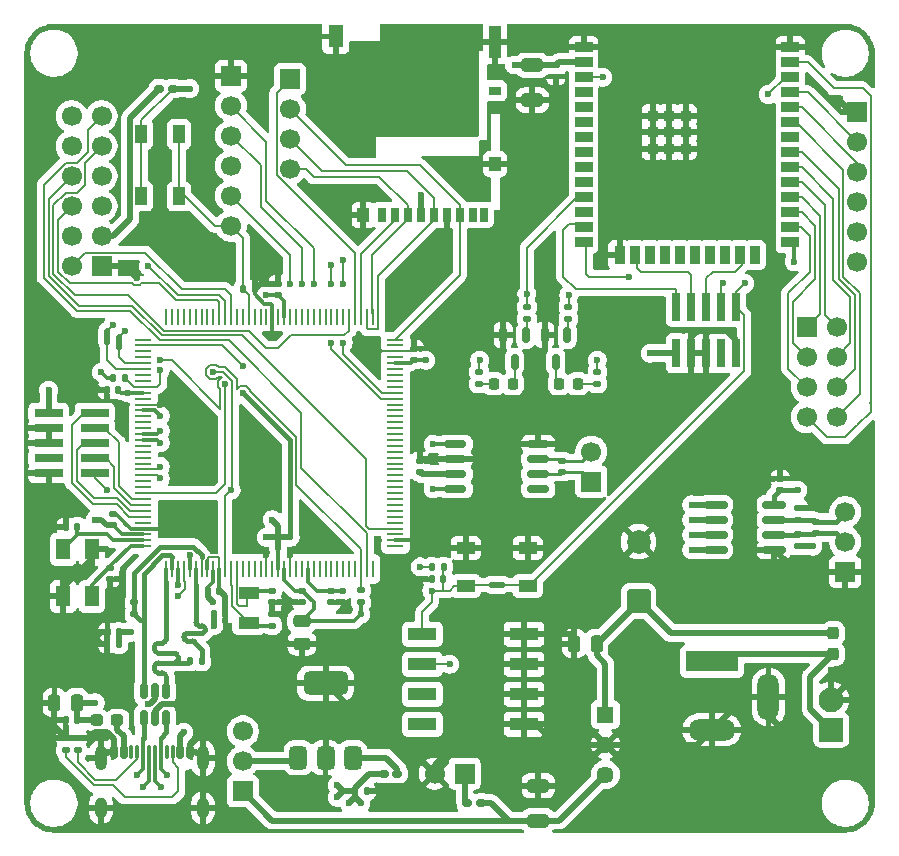
<source format=gbr>
%TF.GenerationSoftware,KiCad,Pcbnew,9.0.3*%
%TF.CreationDate,2025-07-13T20:53:49+12:00*%
%TF.ProjectId,RemiRAT,52656d69-5241-4542-9e6b-696361645f70,rev?*%
%TF.SameCoordinates,Original*%
%TF.FileFunction,Copper,L1,Top*%
%TF.FilePolarity,Positive*%
%FSLAX46Y46*%
G04 Gerber Fmt 4.6, Leading zero omitted, Abs format (unit mm)*
G04 Created by KiCad (PCBNEW 9.0.3) date 2025-07-13 20:53:49*
%MOMM*%
%LPD*%
G01*
G04 APERTURE LIST*
G04 Aperture macros list*
%AMRoundRect*
0 Rectangle with rounded corners*
0 $1 Rounding radius*
0 $2 $3 $4 $5 $6 $7 $8 $9 X,Y pos of 4 corners*
0 Add a 4 corners polygon primitive as box body*
4,1,4,$2,$3,$4,$5,$6,$7,$8,$9,$2,$3,0*
0 Add four circle primitives for the rounded corners*
1,1,$1+$1,$2,$3*
1,1,$1+$1,$4,$5*
1,1,$1+$1,$6,$7*
1,1,$1+$1,$8,$9*
0 Add four rect primitives between the rounded corners*
20,1,$1+$1,$2,$3,$4,$5,0*
20,1,$1+$1,$4,$5,$6,$7,0*
20,1,$1+$1,$6,$7,$8,$9,0*
20,1,$1+$1,$8,$9,$2,$3,0*%
G04 Aperture macros list end*
%TA.AperFunction,EtchedComponent*%
%ADD10C,0.000000*%
%TD*%
%TA.AperFunction,ComponentPad*%
%ADD11R,4.400000X1.800000*%
%TD*%
%TA.AperFunction,ComponentPad*%
%ADD12O,4.000000X1.800000*%
%TD*%
%TA.AperFunction,ComponentPad*%
%ADD13O,1.800000X4.000000*%
%TD*%
%TA.AperFunction,ComponentPad*%
%ADD14R,1.700000X1.700000*%
%TD*%
%TA.AperFunction,ComponentPad*%
%ADD15C,1.700000*%
%TD*%
%TA.AperFunction,SMDPad,CuDef*%
%ADD16RoundRect,0.250000X0.250000X0.475000X-0.250000X0.475000X-0.250000X-0.475000X0.250000X-0.475000X0*%
%TD*%
%TA.AperFunction,ComponentPad*%
%ADD17C,2.100000*%
%TD*%
%TA.AperFunction,ComponentPad*%
%ADD18RoundRect,0.250001X0.799999X-0.799999X0.799999X0.799999X-0.799999X0.799999X-0.799999X-0.799999X0*%
%TD*%
%TA.AperFunction,SMDPad,CuDef*%
%ADD19RoundRect,0.160000X-0.222500X-0.160000X0.222500X-0.160000X0.222500X0.160000X-0.222500X0.160000X0*%
%TD*%
%TA.AperFunction,SMDPad,CuDef*%
%ADD20RoundRect,0.140000X0.170000X-0.140000X0.170000X0.140000X-0.170000X0.140000X-0.170000X-0.140000X0*%
%TD*%
%TA.AperFunction,SMDPad,CuDef*%
%ADD21RoundRect,0.237500X-0.287500X-0.237500X0.287500X-0.237500X0.287500X0.237500X-0.287500X0.237500X0*%
%TD*%
%TA.AperFunction,SMDPad,CuDef*%
%ADD22RoundRect,0.150000X-0.825000X-0.150000X0.825000X-0.150000X0.825000X0.150000X-0.825000X0.150000X0*%
%TD*%
%TA.AperFunction,SMDPad,CuDef*%
%ADD23RoundRect,0.140000X-0.140000X-0.170000X0.140000X-0.170000X0.140000X0.170000X-0.140000X0.170000X0*%
%TD*%
%TA.AperFunction,SMDPad,CuDef*%
%ADD24RoundRect,0.135000X0.185000X-0.135000X0.185000X0.135000X-0.185000X0.135000X-0.185000X-0.135000X0*%
%TD*%
%TA.AperFunction,SMDPad,CuDef*%
%ADD25R,1.000000X1.550000*%
%TD*%
%TA.AperFunction,SMDPad,CuDef*%
%ADD26RoundRect,0.150000X-0.150000X0.512500X-0.150000X-0.512500X0.150000X-0.512500X0.150000X0.512500X0*%
%TD*%
%TA.AperFunction,SMDPad,CuDef*%
%ADD27RoundRect,0.135000X0.135000X0.185000X-0.135000X0.185000X-0.135000X-0.185000X0.135000X-0.185000X0*%
%TD*%
%TA.AperFunction,SMDPad,CuDef*%
%ADD28RoundRect,0.250000X-0.650000X0.325000X-0.650000X-0.325000X0.650000X-0.325000X0.650000X0.325000X0*%
%TD*%
%TA.AperFunction,SMDPad,CuDef*%
%ADD29RoundRect,0.140000X0.140000X0.170000X-0.140000X0.170000X-0.140000X-0.170000X0.140000X-0.170000X0*%
%TD*%
%TA.AperFunction,SMDPad,CuDef*%
%ADD30R,1.470000X0.280000*%
%TD*%
%TA.AperFunction,SMDPad,CuDef*%
%ADD31R,0.280000X1.470000*%
%TD*%
%TA.AperFunction,ComponentPad*%
%ADD32RoundRect,0.250000X0.750000X-0.750000X0.750000X0.750000X-0.750000X0.750000X-0.750000X-0.750000X0*%
%TD*%
%TA.AperFunction,ComponentPad*%
%ADD33C,2.000000*%
%TD*%
%TA.AperFunction,SMDPad,CuDef*%
%ADD34RoundRect,0.218750X-0.218750X-0.256250X0.218750X-0.256250X0.218750X0.256250X-0.218750X0.256250X0*%
%TD*%
%TA.AperFunction,SMDPad,CuDef*%
%ADD35R,0.700000X1.200000*%
%TD*%
%TA.AperFunction,SMDPad,CuDef*%
%ADD36R,1.000000X0.800000*%
%TD*%
%TA.AperFunction,SMDPad,CuDef*%
%ADD37R,1.000000X1.200000*%
%TD*%
%TA.AperFunction,SMDPad,CuDef*%
%ADD38R,1.000000X2.800000*%
%TD*%
%TA.AperFunction,SMDPad,CuDef*%
%ADD39R,1.300000X1.900000*%
%TD*%
%TA.AperFunction,SMDPad,CuDef*%
%ADD40C,0.500000*%
%TD*%
%TA.AperFunction,SMDPad,CuDef*%
%ADD41RoundRect,0.140000X-0.170000X0.140000X-0.170000X-0.140000X0.170000X-0.140000X0.170000X0.140000X0*%
%TD*%
%TA.AperFunction,SMDPad,CuDef*%
%ADD42RoundRect,0.375000X0.375000X-0.625000X0.375000X0.625000X-0.375000X0.625000X-0.375000X-0.625000X0*%
%TD*%
%TA.AperFunction,SMDPad,CuDef*%
%ADD43RoundRect,0.500000X1.400000X-0.500000X1.400000X0.500000X-1.400000X0.500000X-1.400000X-0.500000X0*%
%TD*%
%TA.AperFunction,SMDPad,CuDef*%
%ADD44RoundRect,0.135000X-0.135000X-0.185000X0.135000X-0.185000X0.135000X0.185000X-0.135000X0.185000X0*%
%TD*%
%TA.AperFunction,SMDPad,CuDef*%
%ADD45RoundRect,0.237500X0.237500X-0.287500X0.237500X0.287500X-0.237500X0.287500X-0.237500X-0.287500X0*%
%TD*%
%TA.AperFunction,SMDPad,CuDef*%
%ADD46RoundRect,0.250000X0.650000X-0.325000X0.650000X0.325000X-0.650000X0.325000X-0.650000X-0.325000X0*%
%TD*%
%TA.AperFunction,SMDPad,CuDef*%
%ADD47RoundRect,0.218750X0.218750X0.256250X-0.218750X0.256250X-0.218750X-0.256250X0.218750X-0.256250X0*%
%TD*%
%TA.AperFunction,SMDPad,CuDef*%
%ADD48R,1.200000X1.800000*%
%TD*%
%TA.AperFunction,SMDPad,CuDef*%
%ADD49RoundRect,0.150000X-0.150000X-0.425000X0.150000X-0.425000X0.150000X0.425000X-0.150000X0.425000X0*%
%TD*%
%TA.AperFunction,SMDPad,CuDef*%
%ADD50RoundRect,0.075000X-0.075000X-0.500000X0.075000X-0.500000X0.075000X0.500000X-0.075000X0.500000X0*%
%TD*%
%TA.AperFunction,HeatsinkPad*%
%ADD51O,1.000000X2.100000*%
%TD*%
%TA.AperFunction,HeatsinkPad*%
%ADD52O,1.000000X1.800000*%
%TD*%
%TA.AperFunction,SMDPad,CuDef*%
%ADD53R,0.740000X2.400000*%
%TD*%
%TA.AperFunction,SMDPad,CuDef*%
%ADD54RoundRect,0.250000X-0.475000X0.250000X-0.475000X-0.250000X0.475000X-0.250000X0.475000X0.250000X0*%
%TD*%
%TA.AperFunction,SMDPad,CuDef*%
%ADD55R,2.440000X1.130000*%
%TD*%
%TA.AperFunction,SMDPad,CuDef*%
%ADD56R,1.498600X0.889000*%
%TD*%
%TA.AperFunction,SMDPad,CuDef*%
%ADD57R,0.889000X1.498600*%
%TD*%
%TA.AperFunction,SMDPad,CuDef*%
%ADD58R,0.889000X0.889000*%
%TD*%
%TA.AperFunction,SMDPad,CuDef*%
%ADD59RoundRect,0.135000X-0.185000X0.135000X-0.185000X-0.135000X0.185000X-0.135000X0.185000X0.135000X0*%
%TD*%
%TA.AperFunction,ComponentPad*%
%ADD60R,1.448000X1.448000*%
%TD*%
%TA.AperFunction,ComponentPad*%
%ADD61C,1.448000*%
%TD*%
%TA.AperFunction,SMDPad,CuDef*%
%ADD62RoundRect,0.150000X-0.800000X-0.150000X0.800000X-0.150000X0.800000X0.150000X-0.800000X0.150000X0*%
%TD*%
%TA.AperFunction,SMDPad,CuDef*%
%ADD63R,2.400000X0.740000*%
%TD*%
%TA.AperFunction,SMDPad,CuDef*%
%ADD64R,1.550000X1.000000*%
%TD*%
%TA.AperFunction,SMDPad,CuDef*%
%ADD65R,1.800000X1.000000*%
%TD*%
%TA.AperFunction,SMDPad,CuDef*%
%ADD66RoundRect,0.150000X0.150000X-0.512500X0.150000X0.512500X-0.150000X0.512500X-0.150000X-0.512500X0*%
%TD*%
%TA.AperFunction,ViaPad*%
%ADD67C,0.600000*%
%TD*%
%TA.AperFunction,Conductor*%
%ADD68C,0.500000*%
%TD*%
%TA.AperFunction,Conductor*%
%ADD69C,0.240000*%
%TD*%
%TA.AperFunction,Conductor*%
%ADD70C,0.200000*%
%TD*%
%TA.AperFunction,Conductor*%
%ADD71C,0.439000*%
%TD*%
%TA.AperFunction,Conductor*%
%ADD72C,0.300000*%
%TD*%
%TA.AperFunction,Conductor*%
%ADD73C,0.420000*%
%TD*%
%TA.AperFunction,Conductor*%
%ADD74C,0.299974*%
%TD*%
%TA.AperFunction,Conductor*%
%ADD75C,0.450000*%
%TD*%
G04 APERTURE END LIST*
D10*
%TA.AperFunction,EtchedComponent*%
%TO.C,REF\u002A\u002A*%
G36*
X125750000Y-79500000D02*
G01*
X125250000Y-79500000D01*
X125250000Y-78500000D01*
X125750000Y-78500000D01*
X125750000Y-79500000D01*
G37*
%TD.AperFunction*%
%TA.AperFunction,EtchedComponent*%
G36*
X139250000Y-96500000D02*
G01*
X138750000Y-96500000D01*
X138750000Y-94500000D01*
X139250000Y-94500000D01*
X139250000Y-96500000D01*
G37*
%TD.AperFunction*%
%TA.AperFunction,EtchedComponent*%
G36*
X158000000Y-99750000D02*
G01*
X157000000Y-99750000D01*
X157000000Y-99250000D01*
X158000000Y-99250000D01*
X158000000Y-99750000D01*
G37*
%TD.AperFunction*%
%TA.AperFunction,EtchedComponent*%
G36*
X124750000Y-79000000D02*
G01*
X124250000Y-79000000D01*
X124250000Y-78000000D01*
X124750000Y-78000000D01*
X124750000Y-79000000D01*
G37*
%TD.AperFunction*%
%TD*%
D11*
%TO.P,J15,1*%
%TO.N,VIN*%
X175700000Y-106000000D03*
D12*
%TO.P,J15,2*%
%TO.N,GND*%
X175700000Y-111800000D03*
D13*
%TO.P,J15,3*%
X180500000Y-109000000D03*
%TD*%
D14*
%TO.P,J14,1*%
%TO.N,VBUS*%
X154775000Y-115500000D03*
D15*
%TO.P,J14,2*%
%TO.N,GND*%
X152235000Y-115500000D03*
%TD*%
D16*
%TO.P,C12,2*%
%TO.N,GND*%
X164050000Y-104500000D03*
%TO.P,C12,1*%
%TO.N,VIN*%
X165950000Y-104500000D03*
%TD*%
D17*
%TO.P,J10,2*%
%TO.N,GND*%
X185800000Y-109230000D03*
D18*
%TO.P,J10,1*%
%TO.N,VIN*%
X185800000Y-111770000D03*
%TD*%
D19*
%TO.P,F5,1*%
%TO.N,VBUS*%
X155000000Y-118000000D03*
%TO.P,F5,2*%
X156145000Y-118000000D03*
%TD*%
D20*
%TO.P,C25,1*%
%TO.N,3.3V*%
X181500000Y-91480000D03*
%TO.P,C25,2*%
%TO.N,GND*%
X181500000Y-90520000D03*
%TD*%
D21*
%TO.P,F1,1*%
%TO.N,VBUS*%
X123625000Y-111000000D03*
%TO.P,F1,2*%
X125375000Y-111000000D03*
%TD*%
D22*
%TO.P,U5,1*%
%TO.N,SAM_USART3_RXD_PD4_PIN17*%
X176025000Y-92730000D03*
%TO.P,U5,2*%
%TO.N,SAM_A10_PD0_PIN13*%
X176025000Y-94000000D03*
%TO.P,U5,3*%
X176025000Y-95270000D03*
%TO.P,U5,4*%
%TO.N,SAM_USART3_TXD_PD5_PIN18*%
X176025000Y-96540000D03*
%TO.P,U5,5*%
%TO.N,GND*%
X180975000Y-96540000D03*
%TO.P,U5,6*%
%TO.N,MODBUS_A*%
X180975000Y-95270000D03*
%TO.P,U5,7*%
%TO.N,MODBUS_B*%
X180975000Y-94000000D03*
%TO.P,U5,8*%
%TO.N,3.3V*%
X180975000Y-92730000D03*
%TD*%
D23*
%TO.P,C5,1*%
%TO.N,GND*%
X121020000Y-94600000D03*
%TO.P,C5,2*%
%TO.N,XOUT*%
X121980000Y-94600000D03*
%TD*%
D24*
%TO.P,R11,1*%
%TO.N,IO26*%
X160050000Y-77010000D03*
%TO.P,R11,2*%
X160050000Y-75990000D03*
%TD*%
D20*
%TO.P,C6,1*%
%TO.N,XIN32*%
X138500000Y-102980000D03*
%TO.P,C6,2*%
%TO.N,GND*%
X138500000Y-102020000D03*
%TD*%
D25*
%TO.P,S3,1*%
%TO.N,3.3V*%
X127400000Y-66625000D03*
%TO.P,S3,2*%
X127400000Y-61375000D03*
%TO.P,S3,3*%
%TO.N,ERASE/PC0*%
X130600000Y-66625000D03*
%TO.P,S3,4*%
X130600000Y-61375000D03*
%TD*%
D24*
%TO.P,R2,1*%
%TO.N,CC2*%
X121000000Y-113510000D03*
%TO.P,R2,2*%
%TO.N,GND*%
X121000000Y-112490000D03*
%TD*%
D26*
%TO.P,Q2,1*%
%TO.N,IO26*%
X159950000Y-78362500D03*
%TO.P,Q2,2*%
%TO.N,GND*%
X158050000Y-78362500D03*
%TO.P,Q2,3*%
%TO.N,IO26*%
X159000000Y-80637500D03*
%TD*%
D24*
%TO.P,R17,1*%
%TO.N,MODBUS_B*%
X183000000Y-94000000D03*
%TO.P,R17,2*%
%TO.N,GND*%
X183000000Y-92980000D03*
%TD*%
D27*
%TO.P,R5,1*%
%TO.N,NRSTB*%
X153010000Y-98000000D03*
%TO.P,R5,2*%
%TO.N,3.3V*%
X151990000Y-98000000D03*
%TD*%
D20*
%TO.P,C21,1*%
%TO.N,VDDCORE*%
X150500000Y-80480000D03*
%TO.P,C21,2*%
%TO.N,GND*%
X150500000Y-79520000D03*
%TD*%
D28*
%TO.P,C8,1*%
%TO.N,3.3V*%
X160500000Y-55525000D03*
%TO.P,C8,2*%
%TO.N,GND*%
X160500000Y-58475000D03*
%TD*%
D29*
%TO.P,C23,1*%
%TO.N,VBG*%
X125500000Y-103515000D03*
%TO.P,C23,2*%
%TO.N,GND*%
X124540000Y-103515000D03*
%TD*%
D30*
%TO.P,U1,1*%
%TO.N,N/C*%
X127580000Y-78750000D03*
%TO.P,U1,2*%
%TO.N,UTXD/PA9*%
X127580000Y-79250000D03*
%TO.P,U1,3*%
%TO.N,RXD0/PA10*%
X127580000Y-79750000D03*
%TO.P,U1,4*%
%TO.N,TXD0/PA11*%
X127580000Y-80250000D03*
%TO.P,U1,5*%
%TO.N,RXD1/PA12*%
X127580000Y-80750000D03*
%TO.P,U1,6*%
%TO.N,TDX1/PA13*%
X127580000Y-81250000D03*
%TO.P,U1,7*%
%TO.N,N/C*%
X127580000Y-81750000D03*
%TO.P,U1,8*%
X127580000Y-82250000D03*
%TO.P,U1,9*%
%TO.N,TWD0/PA17*%
X127580000Y-82750000D03*
%TO.P,U1,10*%
%TO.N,VDDCORE*%
X127580000Y-83250000D03*
%TO.P,U1,11*%
%TO.N,N/C*%
X127580000Y-83750000D03*
%TO.P,U1,12*%
%TO.N,GND*%
X127580000Y-84250000D03*
%TO.P,U1,13*%
%TO.N,SAM_A10_PD0_PIN13*%
X127580000Y-84750000D03*
%TO.P,U1,14*%
%TO.N,N/C*%
X127580000Y-85250000D03*
%TO.P,U1,15*%
X127580000Y-85750000D03*
%TO.P,U1,16*%
X127580000Y-86250000D03*
%TO.P,U1,17*%
%TO.N,SAM_USART3_RXD_PD4_PIN17*%
X127580000Y-86750000D03*
%TO.P,U1,18*%
%TO.N,SAM_USART3_TXD_PD5_PIN18*%
X127580000Y-87250000D03*
%TO.P,U1,19*%
%TO.N,N/C*%
X127580000Y-87750000D03*
%TO.P,U1,20*%
X127580000Y-88250000D03*
%TO.P,U1,21*%
X127580000Y-88750000D03*
%TO.P,U1,22*%
X127580000Y-89250000D03*
%TO.P,U1,23*%
%TO.N,CANTX0/PA0*%
X127580000Y-89750000D03*
%TO.P,U1,24*%
%TO.N,CANRX0/PA1*%
X127580000Y-90250000D03*
%TO.P,U1,25*%
%TO.N,N/C*%
X127580000Y-90750000D03*
%TO.P,U1,26*%
X127580000Y-91250000D03*
%TO.P,U1,27*%
%TO.N,URXD/PA8*%
X127580000Y-91750000D03*
%TO.P,U1,28*%
%TO.N,SAM-JTAG-TCK*%
X127580000Y-92250000D03*
%TO.P,U1,29*%
%TO.N,SAM-JTAG-TDI*%
X127580000Y-92750000D03*
%TO.P,U1,30*%
%TO.N,SAM-JTAG-TDO*%
X127580000Y-93250000D03*
%TO.P,U1,31*%
%TO.N,SAM-JTAG-TMS*%
X127580000Y-93750000D03*
%TO.P,U1,32*%
%TO.N,N/C*%
X127580000Y-94250000D03*
%TO.P,U1,33*%
%TO.N,GND*%
X127580000Y-94750000D03*
%TO.P,U1,34*%
%TO.N,VDDPLL*%
X127580000Y-95250000D03*
%TO.P,U1,35*%
%TO.N,XOUT*%
X127580000Y-95750000D03*
%TO.P,U1,36*%
%TO.N,XIN*%
X127580000Y-96250000D03*
D31*
%TO.P,U1,37*%
%TO.N,USBDP*%
X129500000Y-98170000D03*
%TO.P,U1,38*%
%TO.N,USBDM*%
X130000000Y-98170000D03*
%TO.P,U1,39*%
%TO.N,VBUS*%
X130500000Y-98170000D03*
%TO.P,U1,40*%
%TO.N,VBG*%
X131000000Y-98170000D03*
%TO.P,U1,41*%
%TO.N,VDDUTMI*%
X131500000Y-98170000D03*
%TO.P,U1,42*%
%TO.N,USBDP*%
X132000000Y-98170000D03*
%TO.P,U1,43*%
%TO.N,USBDM*%
X132500000Y-98170000D03*
%TO.P,U1,44*%
%TO.N,GND*%
X133000000Y-98170000D03*
%TO.P,U1,45*%
%TO.N,VDDCORE*%
X133500000Y-98170000D03*
%TO.P,U1,46*%
%TO.N,GND*%
X134000000Y-98170000D03*
%TO.P,U1,47*%
%TO.N,NRSTB*%
X134500000Y-98170000D03*
%TO.P,U1,48*%
%TO.N,XIN32*%
X135000000Y-98170000D03*
%TO.P,U1,49*%
%TO.N,XOUT32*%
X135500000Y-98170000D03*
%TO.P,U1,50*%
%TO.N,N/C*%
X136000000Y-98170000D03*
%TO.P,U1,51*%
X136500000Y-98170000D03*
%TO.P,U1,52*%
X137000000Y-98170000D03*
%TO.P,U1,53*%
X137500000Y-98170000D03*
%TO.P,U1,54*%
%TO.N,GND*%
X138000000Y-98170000D03*
%TO.P,U1,55*%
%TO.N,N/C*%
X138500000Y-98170000D03*
%TO.P,U1,56*%
%TO.N,VDDOUT*%
X139000000Y-98170000D03*
%TO.P,U1,57*%
%TO.N,3.3V*%
X139500000Y-98170000D03*
%TO.P,U1,58*%
%TO.N,GND*%
X140000000Y-98170000D03*
%TO.P,U1,59*%
%TO.N,N/C*%
X140500000Y-98170000D03*
%TO.P,U1,60*%
X141000000Y-98170000D03*
%TO.P,U1,61*%
%TO.N,VDDCORE*%
X141500000Y-98170000D03*
%TO.P,U1,62*%
%TO.N,VDDIO*%
X142000000Y-98170000D03*
%TO.P,U1,63*%
%TO.N,N/C*%
X142500000Y-98170000D03*
%TO.P,U1,64*%
X143000000Y-98170000D03*
%TO.P,U1,65*%
X143500000Y-98170000D03*
%TO.P,U1,66*%
X144000000Y-98170000D03*
%TO.P,U1,67*%
X144500000Y-98170000D03*
%TO.P,U1,68*%
X145000000Y-98170000D03*
%TO.P,U1,69*%
%TO.N,NRST*%
X145500000Y-98170000D03*
%TO.P,U1,70*%
%TO.N,TWCK0/PA18*%
X146000000Y-98170000D03*
%TO.P,U1,71*%
%TO.N,SAM_AD5_PA19_PIN71*%
X146500000Y-98170000D03*
%TO.P,U1,72*%
%TO.N,N/C*%
X147000000Y-98170000D03*
D30*
%TO.P,U1,73*%
X148920000Y-96250000D03*
%TO.P,U1,74*%
%TO.N,GND*%
X148920000Y-95750000D03*
%TO.P,U1,75*%
%TO.N,N/C*%
X148920000Y-95250000D03*
%TO.P,U1,76*%
%TO.N,SAM_DAC0_PB15_PIN76*%
X148920000Y-94750000D03*
%TO.P,U1,77*%
%TO.N,N/C*%
X148920000Y-94250000D03*
%TO.P,U1,78*%
X148920000Y-93750000D03*
%TO.P,U1,79*%
X148920000Y-93250000D03*
%TO.P,U1,80*%
X148920000Y-92750000D03*
%TO.P,U1,81*%
X148920000Y-92250000D03*
%TO.P,U1,82*%
X148920000Y-91750000D03*
%TO.P,U1,83*%
X148920000Y-91250000D03*
%TO.P,U1,84*%
X148920000Y-90750000D03*
%TO.P,U1,85*%
X148920000Y-90250000D03*
%TO.P,U1,86*%
X148920000Y-89750000D03*
%TO.P,U1,87*%
X148920000Y-89250000D03*
%TO.P,U1,88*%
X148920000Y-88750000D03*
%TO.P,U1,89*%
X148920000Y-88250000D03*
%TO.P,U1,90*%
X148920000Y-87750000D03*
%TO.P,U1,91*%
X148920000Y-87250000D03*
%TO.P,U1,92*%
X148920000Y-86750000D03*
%TO.P,U1,93*%
X148920000Y-86250000D03*
%TO.P,U1,94*%
X148920000Y-85750000D03*
%TO.P,U1,95*%
X148920000Y-85250000D03*
%TO.P,U1,96*%
X148920000Y-84750000D03*
%TO.P,U1,97*%
X148920000Y-84250000D03*
%TO.P,U1,98*%
%TO.N,D14/PC16*%
X148920000Y-83750000D03*
%TO.P,U1,99*%
%TO.N,D15/PC17*%
X148920000Y-83250000D03*
%TO.P,U1,100*%
%TO.N,N/C*%
X148920000Y-82750000D03*
%TO.P,U1,101*%
X148920000Y-82250000D03*
%TO.P,U1,102*%
X148920000Y-81750000D03*
%TO.P,U1,103*%
X148920000Y-81250000D03*
%TO.P,U1,104*%
%TO.N,VDDCORE*%
X148920000Y-80750000D03*
%TO.P,U1,105*%
%TO.N,N/C*%
X148920000Y-80250000D03*
%TO.P,U1,106*%
%TO.N,GND*%
X148920000Y-79750000D03*
%TO.P,U1,107*%
%TO.N,N/C*%
X148920000Y-79250000D03*
%TO.P,U1,108*%
%TO.N,SAM-SPI-MISO*%
X148920000Y-78750000D03*
D31*
%TO.P,U1,109*%
%TO.N,SAM-SPI-MOSI*%
X147000000Y-76830000D03*
%TO.P,U1,110*%
%TO.N,SAM-SPI-SCK*%
X146500000Y-76830000D03*
%TO.P,U1,111*%
%TO.N,SAM-SPI-NPCS0*%
X146000000Y-76830000D03*
%TO.P,U1,112*%
%TO.N,SAM-SPI-NPCS1*%
X145500000Y-76830000D03*
%TO.P,U1,113*%
%TO.N,SAM_AD6_PB0_PIN113*%
X145000000Y-76830000D03*
%TO.P,U1,114*%
%TO.N,N/C*%
X144500000Y-76830000D03*
%TO.P,U1,115*%
X144000000Y-76830000D03*
%TO.P,U1,116*%
X143500000Y-76830000D03*
%TO.P,U1,117*%
X143000000Y-76830000D03*
%TO.P,U1,118*%
X142500000Y-76830000D03*
%TO.P,U1,119*%
X142000000Y-76830000D03*
%TO.P,U1,120*%
X141500000Y-76830000D03*
%TO.P,U1,121*%
X141000000Y-76830000D03*
%TO.P,U1,122*%
X140500000Y-76830000D03*
%TO.P,U1,123*%
X140000000Y-76830000D03*
%TO.P,U1,124*%
%TO.N,VDDCORE*%
X139500000Y-76830000D03*
%TO.P,U1,125*%
%TO.N,N/C*%
X139000000Y-76830000D03*
%TO.P,U1,126*%
%TO.N,GND*%
X138500000Y-76830000D03*
%TO.P,U1,127*%
%TO.N,N/C*%
X138000000Y-76830000D03*
%TO.P,U1,128*%
X137500000Y-76830000D03*
%TO.P,U1,129*%
X137000000Y-76830000D03*
%TO.P,U1,130*%
%TO.N,ERASE/PC0*%
X136500000Y-76830000D03*
%TO.P,U1,131*%
%TO.N,N/C*%
X136000000Y-76830000D03*
%TO.P,U1,132*%
X135500000Y-76830000D03*
%TO.P,U1,133*%
%TO.N,A1/PWML5/PC22*%
X135000000Y-76830000D03*
%TO.P,U1,134*%
%TO.N,A2/PWML6/PC23*%
X134500000Y-76830000D03*
%TO.P,U1,135*%
%TO.N,SAM_PWML7_PC24_PIN135*%
X134000000Y-76830000D03*
%TO.P,U1,136*%
%TO.N,N/C*%
X133500000Y-76830000D03*
%TO.P,U1,137*%
X133000000Y-76830000D03*
%TO.P,U1,138*%
X132500000Y-76830000D03*
%TO.P,U1,139*%
X132000000Y-76830000D03*
%TO.P,U1,140*%
X131500000Y-76830000D03*
%TO.P,U1,141*%
X131000000Y-76830000D03*
%TO.P,U1,142*%
X130500000Y-76830000D03*
%TO.P,U1,143*%
X130000000Y-76830000D03*
%TO.P,U1,144*%
X129500000Y-76830000D03*
%TD*%
D32*
%TO.P,C11,1*%
%TO.N,VIN*%
X169500000Y-100867677D03*
D33*
%TO.P,C11,2*%
%TO.N,GND*%
X169500000Y-95867677D03*
%TD*%
D34*
%TO.P,LD1,1*%
%TO.N,IO22*%
X162762500Y-82500000D03*
%TO.P,LD1,2*%
%TO.N,3.3V*%
X164337500Y-82500000D03*
%TD*%
D35*
%TO.P,J4,1*%
%TO.N,N/C*%
X147755000Y-68190000D03*
%TO.P,J4,2*%
%TO.N,SAM-SPI-NPCS0*%
X148855000Y-68190000D03*
%TO.P,J4,3*%
%TO.N,SAM-SPI-MOSI*%
X149955000Y-68190000D03*
%TO.P,J4,4*%
%TO.N,3.3V*%
X151055000Y-68190000D03*
%TO.P,J4,5*%
%TO.N,SAM-SPI-SCK*%
X152155000Y-68190000D03*
%TO.P,J4,6*%
%TO.N,GND*%
X153255000Y-68190000D03*
%TO.P,J4,7*%
%TO.N,SAM-SPI-MISO*%
X154355000Y-68190000D03*
%TO.P,J4,8*%
%TO.N,N/C*%
X155455000Y-68190000D03*
%TO.P,J4,9*%
X156405000Y-68190000D03*
D36*
%TO.P,J4,10*%
X157355000Y-57690000D03*
D37*
%TO.P,J4,11*%
%TO.N,GND*%
X157355000Y-63890000D03*
D38*
X157355000Y-53540000D03*
D37*
X146205000Y-68190000D03*
D39*
X143855000Y-53090000D03*
%TD*%
D40*
%TO.P,REF\u002A\u002A,1*%
%TO.N,RXD1/PA12*%
X125500000Y-79500000D03*
%TO.P,REF\u002A\u002A,2*%
%TO.N,IO26*%
X125500000Y-78500000D03*
%TD*%
D41*
%TO.P,C7,1*%
%TO.N,XOUT32*%
X138500000Y-100020000D03*
%TO.P,C7,2*%
%TO.N,GND*%
X138500000Y-100980000D03*
%TD*%
D42*
%TO.P,VR1,1*%
%TO.N,VBUS*%
X140700000Y-114150000D03*
%TO.P,VR1,2*%
%TO.N,GND*%
X143000000Y-114150000D03*
%TO.P,VR1,3*%
%TO.N,3.3V*%
X145300000Y-114150000D03*
D43*
%TO.P,VR1,4*%
%TO.N,GND*%
X143000000Y-107850000D03*
%TD*%
D40*
%TO.P,REF\u002A\u002A,1*%
%TO.N,VDDOUT*%
X139000000Y-96500000D03*
%TO.P,REF\u002A\u002A,2*%
%TO.N,VDDCORE*%
X139000000Y-95500000D03*
%TO.P,REF\u002A\u002A,3*%
%TO.N,VDDPLL*%
X139000000Y-94500000D03*
%TD*%
D44*
%TO.P,R4,1*%
%TO.N,USBDP*%
X131490000Y-106000000D03*
%TO.P,R4,2*%
X132510000Y-106000000D03*
%TD*%
D20*
%TO.P,C10,1*%
%TO.N,VDDPLL*%
X125000000Y-94480000D03*
%TO.P,C10,2*%
%TO.N,GND*%
X125000000Y-93520000D03*
%TD*%
D45*
%TO.P,F3,1*%
%TO.N,VIN*%
X186000000Y-105375000D03*
%TO.P,F3,2*%
X186000000Y-103625000D03*
%TD*%
D29*
%TO.P,C3,1*%
%TO.N,NRSTB*%
X152980000Y-99000000D03*
%TO.P,C3,2*%
%TO.N,GND*%
X152020000Y-99000000D03*
%TD*%
D46*
%TO.P,C13,1*%
%TO.N,VBUS*%
X161000000Y-119475000D03*
%TO.P,C13,2*%
%TO.N,GND*%
X161000000Y-116525000D03*
%TD*%
D27*
%TO.P,R6,1*%
%TO.N,VBG*%
X125530000Y-104515000D03*
%TO.P,R6,2*%
%TO.N,GND*%
X124510000Y-104515000D03*
%TD*%
D20*
%TO.P,R15,1*%
%TO.N,MODBUS_A*%
X184500000Y-95130000D03*
%TO.P,R15,2*%
%TO.N,MODBUS_B*%
X184500000Y-94170000D03*
%TD*%
%TO.P,R7,1*%
%TO.N,CAN_OUT_L*%
X163000000Y-89980000D03*
%TO.P,R7,2*%
%TO.N,CAN_OUT_H*%
X163000000Y-89020000D03*
%TD*%
D24*
%TO.P,R1,1*%
%TO.N,CC1*%
X122000000Y-113510000D03*
%TO.P,R1,2*%
%TO.N,GND*%
X122000000Y-112490000D03*
%TD*%
D47*
%TO.P,LD2,1*%
%TO.N,IO26*%
X158837500Y-82500000D03*
%TO.P,LD2,2*%
%TO.N,3.3V*%
X157262500Y-82500000D03*
%TD*%
D14*
%TO.P,J11,1*%
%TO.N,VBUS*%
X136000000Y-117000000D03*
D15*
%TO.P,J11,2*%
X136000000Y-114460000D03*
%TO.P,J11,3*%
X136000000Y-111920000D03*
%TD*%
D27*
%TO.P,R14,1*%
%TO.N,TWD0/PA17*%
X126010000Y-82000000D03*
%TO.P,R14,2*%
%TO.N,3.3V*%
X124990000Y-82000000D03*
%TD*%
D40*
%TO.P,REF\u002A\u002A,1*%
%TO.N,NRSTB*%
X157000000Y-99500000D03*
%TO.P,REF\u002A\u002A,2*%
%TO.N,EN*%
X158000000Y-99500000D03*
%TD*%
D48*
%TO.P,Y1,1*%
%TO.N,XOUT*%
X120800000Y-96500000D03*
%TO.P,Y1,2*%
%TO.N,GND*%
X120800000Y-100500000D03*
%TO.P,Y1,3*%
%TO.N,XIN*%
X123200000Y-100500000D03*
%TO.P,Y1,4*%
%TO.N,GND*%
X123200000Y-96500000D03*
%TD*%
D14*
%TO.P,J3,1*%
%TO.N,GND*%
X188000000Y-59460000D03*
D15*
%TO.P,J3,2*%
%TO.N,ESP32TXD0*%
X188000000Y-62000000D03*
%TO.P,J3,3*%
%TO.N,ESP32RXD0*%
X188000000Y-64540000D03*
%TO.P,J3,4*%
%TO.N,3.3V*%
X188000000Y-67080000D03*
%TO.P,J3,5*%
%TO.N,EN*%
X188000000Y-69620000D03*
%TO.P,J3,6*%
%TO.N,IO0*%
X188000000Y-72160000D03*
%TD*%
D14*
%TO.P,J9,1*%
%TO.N,IO17*%
X183725000Y-77690000D03*
D15*
%TO.P,J9,2*%
%TO.N,IO5*%
X186265000Y-77690000D03*
%TO.P,J9,3*%
%TO.N,IO16*%
X183725000Y-80230000D03*
%TO.P,J9,4*%
%TO.N,IO18*%
X186265000Y-80230000D03*
%TO.P,J9,5*%
%TO.N,IO4*%
X183725000Y-82770000D03*
%TO.P,J9,6*%
%TO.N,IO19*%
X186265000Y-82770000D03*
%TO.P,J9,7*%
%TO.N,IO23*%
X183725000Y-85310000D03*
%TO.P,J9,8*%
%TO.N,IO21*%
X186265000Y-85310000D03*
%TD*%
D40*
%TO.P,REF\u002A\u002A,1*%
%TO.N,TDX1/PA13*%
X124500000Y-79000000D03*
%TO.P,REF\u002A\u002A,2*%
%TO.N,IO22*%
X124500000Y-78000000D03*
%TD*%
D20*
%TO.P,C4,1*%
%TO.N,GND*%
X124750000Y-99010000D03*
%TO.P,C4,2*%
%TO.N,XIN*%
X124750000Y-98050000D03*
%TD*%
D14*
%TO.P,J7,1*%
%TO.N,SAM-SPI-NPCS1*%
X140000000Y-56690000D03*
D15*
%TO.P,J7,2*%
%TO.N,SAM-SPI-MISO*%
X140000000Y-59230000D03*
%TO.P,J7,3*%
%TO.N,SAM-SPI-SCK*%
X140000000Y-61770000D03*
%TO.P,J7,4*%
%TO.N,SAM-SPI-MOSI*%
X140000000Y-64310000D03*
%TD*%
D14*
%TO.P,J12,1*%
%TO.N,CAN_OUT_L*%
X165500000Y-90775000D03*
D15*
%TO.P,J12,2*%
%TO.N,CAN_OUT_H*%
X165500000Y-88235000D03*
%TD*%
D23*
%TO.P,C18,1*%
%TO.N,VDDCORE*%
X133020000Y-100000000D03*
%TO.P,C18,2*%
%TO.N,GND*%
X133980000Y-100000000D03*
%TD*%
D20*
%TO.P,C24,1*%
%TO.N,3.3V*%
X151000000Y-89980000D03*
%TO.P,C24,2*%
%TO.N,GND*%
X151000000Y-89020000D03*
%TD*%
D24*
%TO.P,R12,1*%
%TO.N,3.3V*%
X156000000Y-82510000D03*
%TO.P,R12,2*%
X156000000Y-81490000D03*
%TD*%
D29*
%TO.P,C19,1*%
%TO.N,VDDCORE*%
X125460000Y-83000000D03*
%TO.P,C19,2*%
%TO.N,GND*%
X124500000Y-83000000D03*
%TD*%
D23*
%TO.P,C14,1*%
%TO.N,3.3V*%
X145520000Y-117000000D03*
%TO.P,C14,2*%
%TO.N,GND*%
X146480000Y-117000000D03*
%TD*%
D41*
%TO.P,C15,1*%
%TO.N,3.3V*%
X141000000Y-100020000D03*
%TO.P,C15,2*%
%TO.N,GND*%
X141000000Y-100980000D03*
%TD*%
D24*
%TO.P,R9,1*%
%TO.N,IO22*%
X163550000Y-77010000D03*
%TO.P,R9,2*%
X163550000Y-75990000D03*
%TD*%
D16*
%TO.P,C2,1*%
%TO.N,VBUS*%
X121950000Y-109500000D03*
%TO.P,C2,2*%
%TO.N,GND*%
X120050000Y-109500000D03*
%TD*%
D49*
%TO.P,J1,A1*%
%TO.N,GND*%
X125100000Y-113637500D03*
%TO.P,J1,A4*%
%TO.N,VBUS*%
X125900000Y-113637500D03*
D50*
%TO.P,J1,A5*%
%TO.N,CC1*%
X127050000Y-113637500D03*
%TO.P,J1,A6*%
%TO.N,USBDP*%
X128050000Y-113637500D03*
%TO.P,J1,A7*%
%TO.N,USBDM*%
X128550000Y-113637500D03*
%TO.P,J1,A8*%
%TO.N,N/C*%
X129550000Y-113637500D03*
D49*
%TO.P,J1,A9*%
%TO.N,VBUS*%
X130700000Y-113637500D03*
%TO.P,J1,A12*%
%TO.N,GND*%
X131500000Y-113637500D03*
%TO.P,J1,B1*%
X131500000Y-113637500D03*
%TO.P,J1,B4*%
%TO.N,VBUS*%
X130700000Y-113637500D03*
D50*
%TO.P,J1,B5*%
%TO.N,CC2*%
X130050000Y-113637500D03*
%TO.P,J1,B6*%
%TO.N,USBDP*%
X129050000Y-113637500D03*
%TO.P,J1,B7*%
%TO.N,USBDM*%
X127550000Y-113637500D03*
%TO.P,J1,B8*%
%TO.N,N/C*%
X126550000Y-113637500D03*
D49*
%TO.P,J1,B9*%
%TO.N,VBUS*%
X125900000Y-113637500D03*
%TO.P,J1,B12*%
%TO.N,GND*%
X125100000Y-113637500D03*
D51*
%TO.P,J1,S1*%
X123980000Y-114212500D03*
D52*
X123980000Y-118392500D03*
D51*
X132620000Y-114212500D03*
D52*
X132620000Y-118392500D03*
%TD*%
D53*
%TO.P,J2,1*%
%TO.N,3.3V*%
X172690000Y-79900000D03*
%TO.P,J2,2*%
%TO.N,TMS/IO14*%
X172690000Y-76000000D03*
%TO.P,J2,3*%
%TO.N,GND*%
X173960000Y-79900000D03*
%TO.P,J2,4*%
%TO.N,TCK/IO13*%
X173960000Y-76000000D03*
%TO.P,J2,5*%
%TO.N,GND*%
X175230000Y-79900000D03*
%TO.P,J2,6*%
%TO.N,TDO/IO15*%
X175230000Y-76000000D03*
%TO.P,J2,7*%
%TO.N,N/C*%
X176500000Y-79900000D03*
%TO.P,J2,8*%
%TO.N,TDI/IO12*%
X176500000Y-76000000D03*
%TO.P,J2,9*%
%TO.N,GND*%
X177770000Y-79900000D03*
%TO.P,J2,10*%
%TO.N,EN*%
X177770000Y-76000000D03*
%TD*%
D54*
%TO.P,C16,1*%
%TO.N,3.3V*%
X141000000Y-102600000D03*
%TO.P,C16,2*%
%TO.N,GND*%
X141000000Y-104500000D03*
%TD*%
D14*
%TO.P,J12,1*%
%TO.N,GND*%
X187000000Y-98440000D03*
D15*
%TO.P,J12,2*%
%TO.N,MODBUS_A*%
X187000000Y-95900000D03*
%TO.P,J12,3*%
%TO.N,MODBUS_B*%
X187000000Y-93360000D03*
%TD*%
D55*
%TO.P,S2,1*%
%TO.N,NRSTB*%
X151200000Y-103690000D03*
%TO.P,S2,2*%
%TO.N,IO0*%
X151200000Y-106230000D03*
%TO.P,S2,3*%
%TO.N,N/C*%
X151200000Y-108770000D03*
%TO.P,S2,4*%
X151200000Y-111310000D03*
%TO.P,S2,5*%
%TO.N,GND*%
X159800000Y-111310000D03*
%TO.P,S2,6*%
X159800000Y-108770000D03*
%TO.P,S2,7*%
X159800000Y-106230000D03*
%TO.P,S2,8*%
X159800000Y-103690000D03*
%TD*%
D56*
%TO.P,U2,1*%
%TO.N,GND*%
X164854300Y-54000000D03*
%TO.P,U2,2*%
%TO.N,3.3V*%
X164854300Y-55270000D03*
%TO.P,U2,3*%
%TO.N,EN*%
X164854300Y-56540000D03*
%TO.P,U2,4*%
%TO.N,N/C*%
X164854300Y-57810000D03*
%TO.P,U2,5*%
X164854300Y-59080000D03*
%TO.P,U2,6*%
%TO.N,IO34*%
X164854300Y-60350000D03*
%TO.P,U2,7*%
%TO.N,IO35*%
X164854300Y-61620000D03*
%TO.P,U2,8*%
%TO.N,IO32*%
X164854300Y-62890000D03*
%TO.P,U2,9*%
%TO.N,IO33*%
X164854300Y-64160000D03*
%TO.P,U2,10*%
%TO.N,IO25*%
X164854300Y-65430000D03*
%TO.P,U2,11*%
%TO.N,IO26*%
X164854300Y-66700000D03*
%TO.P,U2,12*%
%TO.N,IO27*%
X164854300Y-67970000D03*
%TO.P,U2,13*%
%TO.N,TMS/IO14*%
X164854300Y-69240000D03*
%TO.P,U2,14*%
%TO.N,TDI/IO12*%
X164854300Y-70510000D03*
D57*
%TO.P,U2,15*%
%TO.N,GND*%
X167889300Y-71605002D03*
%TO.P,U2,16*%
%TO.N,TCK/IO13*%
X169159300Y-71605002D03*
%TO.P,U2,17*%
%TO.N,N/C*%
X170429300Y-71605002D03*
%TO.P,U2,18*%
X171699300Y-71605002D03*
%TO.P,U2,19*%
X172969300Y-71605002D03*
%TO.P,U2,20*%
X174239300Y-71605002D03*
%TO.P,U2,21*%
X175509300Y-71605002D03*
%TO.P,U2,22*%
X176779300Y-71605002D03*
%TO.P,U2,23*%
%TO.N,TDO/IO15*%
X178049300Y-71605002D03*
%TO.P,U2,24*%
%TO.N,IO2*%
X179319300Y-71605002D03*
D56*
%TO.P,U2,25*%
%TO.N,IO0*%
X182354300Y-70510000D03*
%TO.P,U2,26*%
%TO.N,IO4*%
X182354300Y-69240000D03*
%TO.P,U2,27*%
%TO.N,IO16*%
X182354300Y-67970000D03*
%TO.P,U2,28*%
%TO.N,IO17*%
X182354300Y-66700000D03*
%TO.P,U2,29*%
%TO.N,IO5*%
X182354300Y-65430000D03*
%TO.P,U2,30*%
%TO.N,IO18*%
X182354300Y-64160000D03*
%TO.P,U2,31*%
%TO.N,IO19*%
X182354300Y-62890000D03*
%TO.P,U2,32*%
%TO.N,N/C*%
X182354300Y-61620000D03*
%TO.P,U2,33*%
%TO.N,IO21*%
X182354300Y-60350000D03*
%TO.P,U2,34*%
%TO.N,ESP32RXD0*%
X182354300Y-59080000D03*
%TO.P,U2,35*%
%TO.N,ESP32TXD0*%
X182354300Y-57810000D03*
%TO.P,U2,36*%
%TO.N,IO22*%
X182354300Y-56540000D03*
%TO.P,U2,37*%
%TO.N,IO23*%
X182354300Y-55270000D03*
%TO.P,U2,38*%
%TO.N,GND*%
X182354300Y-54000000D03*
D58*
%TO.P,U2,39*%
X172100000Y-61186200D03*
%TO.P,U2,40*%
X170700000Y-59786200D03*
%TO.P,U2,41*%
X170700000Y-61186200D03*
%TO.P,U2,42*%
X170700000Y-62586200D03*
%TO.P,U2,43*%
X172100000Y-62586200D03*
%TO.P,U2,44*%
X172100000Y-59786200D03*
%TO.P,U2,45*%
X173500000Y-59786200D03*
%TO.P,U2,46*%
X173500000Y-61186200D03*
%TO.P,U2,47*%
X173500000Y-62586200D03*
%TD*%
D59*
%TO.P,R16,1*%
%TO.N,MODBUS_A*%
X183000000Y-95240000D03*
%TO.P,R16,2*%
%TO.N,3.3V*%
X183000000Y-96260000D03*
%TD*%
D60*
%TO.P,VR2,1*%
%TO.N,VIN*%
X166700000Y-110500000D03*
D61*
%TO.P,VR2,2*%
%TO.N,GND*%
X166700000Y-113040000D03*
%TO.P,VR2,3*%
%TO.N,VBUS*%
X166700000Y-115580000D03*
%TD*%
D14*
%TO.P,J8,1*%
%TO.N,GND*%
X124040000Y-72540000D03*
D15*
%TO.P,J8,2*%
%TO.N,A1/PWML5/PC22*%
X121500000Y-72540000D03*
%TO.P,J8,3*%
%TO.N,3.3VOUT*%
X124040000Y-70000000D03*
%TO.P,J8,4*%
%TO.N,A2/PWML6/PC23*%
X121500000Y-70000000D03*
%TO.P,J8,5*%
%TO.N,D14/PC16*%
X124040000Y-67460000D03*
%TO.P,J8,6*%
%TO.N,SAM_PWML7_PC24_PIN135*%
X121500000Y-67460000D03*
%TO.P,J8,7*%
%TO.N,D15/PC17*%
X124040000Y-64920000D03*
%TO.P,J8,8*%
%TO.N,SAM_DAC0_PB15_PIN76*%
X121500000Y-64920000D03*
%TO.P,J8,9*%
%TO.N,SAM_AD6_PB0_PIN113*%
X124040000Y-62380000D03*
%TO.P,J8,10*%
%TO.N,TWCK0/PA18*%
X121500000Y-62380000D03*
%TO.P,J8,11*%
%TO.N,SAM_AD5_PA19_PIN71*%
X124040000Y-59840000D03*
%TO.P,J8,12*%
%TO.N,TWD0/PA17*%
X121500000Y-59840000D03*
%TD*%
D29*
%TO.P,C1,1*%
%TO.N,VBUS*%
X121980000Y-111000000D03*
%TO.P,C1,2*%
%TO.N,GND*%
X121020000Y-111000000D03*
%TD*%
D24*
%TO.P,R10,1*%
%TO.N,3.3V*%
X166000000Y-82510000D03*
%TO.P,R10,2*%
X166000000Y-81490000D03*
%TD*%
D20*
%TO.P,C20,1*%
%TO.N,VDDCORE*%
X139000000Y-74980000D03*
%TO.P,C20,2*%
%TO.N,GND*%
X139000000Y-74020000D03*
%TD*%
D19*
%TO.P,F4,1*%
%TO.N,3.3V*%
X147927500Y-115500000D03*
%TO.P,F4,2*%
X149072500Y-115500000D03*
%TD*%
D62*
%TO.P,U4,1*%
%TO.N,CANTX0/PA0*%
X154000000Y-87595000D03*
%TO.P,U4,2*%
%TO.N,GND*%
X154000000Y-88865000D03*
%TO.P,U4,3*%
%TO.N,3.3V*%
X154000000Y-90135000D03*
%TO.P,U4,4*%
%TO.N,CANRX0/PA1*%
X154000000Y-91405000D03*
%TO.P,U4,5*%
%TO.N,N/C*%
X161000000Y-91405000D03*
%TO.P,U4,6*%
%TO.N,CAN_OUT_L*%
X161000000Y-90135000D03*
%TO.P,U4,7*%
%TO.N,CAN_OUT_H*%
X161000000Y-88865000D03*
%TO.P,U4,8*%
%TO.N,GND*%
X161000000Y-87595000D03*
%TD*%
D63*
%TO.P,J5,1*%
%TO.N,3.3V*%
X119550000Y-84960000D03*
%TO.P,J5,2*%
%TO.N,SAM-JTAG-TMS*%
X123450000Y-84960000D03*
%TO.P,J5,3*%
%TO.N,GND*%
X119550000Y-86230000D03*
%TO.P,J5,4*%
%TO.N,SAM-JTAG-TCK*%
X123450000Y-86230000D03*
%TO.P,J5,5*%
%TO.N,GND*%
X119550000Y-87500000D03*
%TO.P,J5,6*%
%TO.N,SAM-JTAG-TDO*%
X123450000Y-87500000D03*
%TO.P,J5,7*%
%TO.N,N/C*%
X119550000Y-88770000D03*
%TO.P,J5,8*%
%TO.N,SAM-JTAG-TDI*%
X123450000Y-88770000D03*
%TO.P,J5,9*%
%TO.N,GND*%
X119550000Y-90040000D03*
%TO.P,J5,10*%
%TO.N,NRSTB*%
X123450000Y-90040000D03*
%TD*%
D41*
%TO.P,C17,1*%
%TO.N,VDDCORE*%
X143500000Y-100020000D03*
%TO.P,C17,2*%
%TO.N,GND*%
X143500000Y-100980000D03*
%TD*%
D59*
%TO.P,R13,1*%
%TO.N,TWCK0/PA18*%
X146000000Y-99990000D03*
%TO.P,R13,2*%
%TO.N,3.3V*%
X146000000Y-101010000D03*
%TD*%
D23*
%TO.P,C22,1*%
%TO.N,VDDUTMI*%
X133520000Y-102000000D03*
%TO.P,C22,2*%
%TO.N,GND*%
X134480000Y-102000000D03*
%TD*%
D24*
%TO.P,R3,1*%
%TO.N,USBDM*%
X126800000Y-102010000D03*
%TO.P,R3,2*%
X126800000Y-100990000D03*
%TD*%
D64*
%TO.P,S1,1*%
%TO.N,EN*%
X160125000Y-99600000D03*
%TO.P,S1,2*%
%TO.N,NRSTB*%
X154875000Y-99600000D03*
%TO.P,S1,3*%
%TO.N,GND*%
X160125000Y-96400000D03*
%TO.P,S1,4*%
X154875000Y-96400000D03*
%TD*%
D19*
%TO.P,F2,1*%
%TO.N,3.3VOUT*%
X128927500Y-57500000D03*
%TO.P,F2,2*%
%TO.N,3.3V*%
X130072500Y-57500000D03*
%TD*%
D41*
%TO.P,C9,1*%
%TO.N,3.3V*%
X162500000Y-55520000D03*
%TO.P,C9,2*%
%TO.N,GND*%
X162500000Y-56480000D03*
%TD*%
D44*
%TO.P,R8,1*%
%TO.N,ERASE/PC0*%
X135990000Y-74500000D03*
%TO.P,R8,2*%
%TO.N,GND*%
X137010000Y-74500000D03*
%TD*%
D14*
%TO.P,J6,1*%
%TO.N,GND*%
X135000000Y-56420000D03*
D15*
%TO.P,J6,2*%
%TO.N,UTXD/PA9*%
X135000000Y-58960000D03*
%TO.P,J6,3*%
%TO.N,URXD/PA8*%
X135000000Y-61500000D03*
%TO.P,J6,4*%
%TO.N,3.3V*%
X135000000Y-64040000D03*
%TO.P,J6,5*%
%TO.N,NRSTB*%
X135000000Y-66580000D03*
%TO.P,J6,6*%
%TO.N,ERASE/PC0*%
X135000000Y-69120000D03*
%TD*%
D65*
%TO.P,Y2,1*%
%TO.N,XOUT32*%
X136500000Y-100250000D03*
%TO.P,Y2,2*%
%TO.N,XIN32*%
X136500000Y-102750000D03*
%TD*%
D26*
%TO.P,Q1,1*%
%TO.N,IO22*%
X163450000Y-78362500D03*
%TO.P,Q1,2*%
%TO.N,GND*%
X161550000Y-78362500D03*
%TO.P,Q1,3*%
%TO.N,IO22*%
X162500000Y-80637500D03*
%TD*%
D66*
%TO.P,U3,1*%
%TO.N,USBDM*%
X127600000Y-110775000D03*
%TO.P,U3,2*%
%TO.N,GND*%
X128550000Y-110775000D03*
%TO.P,U3,3*%
%TO.N,USBDP*%
X129500000Y-110775000D03*
%TO.P,U3,4*%
X129500000Y-108500000D03*
%TO.P,U3,5*%
%TO.N,VBUS*%
X128550000Y-108500000D03*
%TO.P,U3,6*%
%TO.N,USBDM*%
X127600000Y-108500000D03*
%TD*%
D67*
%TO.N,GND*%
X159500000Y-87595000D03*
%TO.N,3.3V*%
X152000000Y-90135000D03*
%TO.N,GND*%
X178000000Y-109500000D03*
X188300000Y-109230000D03*
X185800000Y-106730000D03*
X164500000Y-113040000D03*
X172500000Y-113040000D03*
%TO.N,USBDP*%
X129550000Y-115637500D03*
X127550000Y-116637500D03*
%TO.N,USBDM*%
X129050000Y-116637500D03*
X127050000Y-115637500D03*
%TO.N,GND*%
X167889300Y-69500000D03*
X147500000Y-79750000D03*
X153255000Y-70000000D03*
X140000000Y-97000000D03*
X150500000Y-95750000D03*
X124750000Y-100000000D03*
X123500000Y-82500000D03*
X138020000Y-74020000D03*
X138000000Y-97000000D03*
X120000000Y-111500000D03*
X184500000Y-98440000D03*
X138500000Y-78500000D03*
X121000000Y-93500000D03*
X186000000Y-58500000D03*
X130000000Y-109613500D03*
X144000000Y-68000000D03*
X142500000Y-104500000D03*
X129250000Y-94750000D03*
X144500000Y-101000000D03*
X134481000Y-100980000D03*
X158050000Y-77000000D03*
X127000000Y-73500000D03*
X166500000Y-54000000D03*
X174500000Y-78000000D03*
X123500000Y-104015000D03*
X140000000Y-100980000D03*
X129000000Y-84250000D03*
X146500000Y-66500000D03*
X146000000Y-70000000D03*
X161550000Y-77000000D03*
X184000000Y-93000000D03*
X151000000Y-99000000D03*
X152135000Y-88865000D03*
X181967500Y-97532500D03*
%TO.N,VBUS*%
X130500000Y-99500000D03*
X125900000Y-112500000D03*
X128000000Y-109613500D03*
X123500000Y-109500000D03*
X131000000Y-112000000D03*
%TO.N,3.3V*%
X131500000Y-57500000D03*
X183000000Y-91500000D03*
X146000000Y-102000000D03*
X170500000Y-79900000D03*
X124000000Y-81500000D03*
X145000000Y-118000000D03*
X146000000Y-118000000D03*
X166000000Y-80500000D03*
X151000000Y-98000000D03*
X144000000Y-116500000D03*
X151055000Y-66500000D03*
X144000000Y-117500000D03*
X184240000Y-96260000D03*
X119550000Y-83050000D03*
X156050000Y-80500000D03*
X159000000Y-55500000D03*
%TO.N,VDDCORE*%
X138000000Y-95500000D03*
X151500000Y-80500000D03*
X144500000Y-100000000D03*
X126270000Y-83250000D03*
X140000000Y-95500000D03*
X138000000Y-75000000D03*
X133500000Y-101000000D03*
X136000000Y-83250000D03*
%TO.N,EN*%
X178500000Y-74000000D03*
X166460000Y-56540000D03*
%TO.N,IO22*%
X163591000Y-75000000D03*
X180500000Y-58000000D03*
X125000000Y-77500000D03*
%TO.N,IO0*%
X153500000Y-106230000D03*
X182660000Y-72160000D03*
%TO.N,IO26*%
X126000000Y-78000000D03*
X160050000Y-74862500D03*
%TO.N,TDI/IO12*%
X176690000Y-74000000D03*
X168690000Y-73425000D03*
%TO.N,UTXD/PA9*%
X142000000Y-74013360D03*
X136000000Y-81000000D03*
%TO.N,URXD/PA8*%
X141000000Y-74013360D03*
X134500000Y-82500000D03*
%TO.N,VDDPLL*%
X123500000Y-94000000D03*
X138500000Y-94000000D03*
%TO.N,NRSTB*%
X133500000Y-81500000D03*
X124500000Y-91500000D03*
X140000000Y-74013360D03*
X135000000Y-91500000D03*
X152000000Y-100000000D03*
%TO.N,CANTX0/PA0*%
X129000000Y-89500000D03*
X152095000Y-87595000D03*
%TO.N,CANRX0/PA1*%
X152095000Y-91405000D03*
X129000000Y-90500000D03*
%TO.N,TWCK0/PA18*%
X129000000Y-80500000D03*
%TO.N,TWD0/PA17*%
X129000000Y-81300003D03*
%TO.N,A2/PWML6/PC23*%
X128000000Y-72500000D03*
%TO.N,D15/PC17*%
X144500000Y-79000000D03*
X144500000Y-72000000D03*
X144500000Y-74013360D03*
%TO.N,D14/PC16*%
X143500000Y-79000000D03*
X143500000Y-72400000D03*
X143500000Y-74013360D03*
%TO.N,VBG*%
X126500000Y-103515000D03*
X130500000Y-100500000D03*
%TO.N,VDDUTMI*%
X133520000Y-102980000D03*
X131500000Y-97000000D03*
%TO.N,SAM_USART3_RXD_PD4_PIN17*%
X129000000Y-86500000D03*
X174000000Y-92730000D03*
%TO.N,SAM_USART3_TXD_PD5_PIN18*%
X174000000Y-96540000D03*
X129000000Y-87500000D03*
%TO.N,SAM_A10_PD0_PIN13*%
X174000000Y-95270000D03*
X129000000Y-85193000D03*
X174000000Y-94000000D03*
%TD*%
D68*
%TO.N,GND*%
X161000000Y-87595000D02*
X159500000Y-87595000D01*
%TO.N,3.3V*%
X152000000Y-90135000D02*
X151155000Y-90135000D01*
D69*
%TO.N,CAN_OUT_L*%
X161000000Y-90135000D02*
X162845000Y-90135000D01*
X162845000Y-90135000D02*
X163000000Y-89980000D01*
D70*
%TO.N,NRSTB*%
X152000000Y-100000000D02*
X152000000Y-101000000D01*
X152000000Y-101000000D02*
X151200000Y-101800000D01*
X151200000Y-101800000D02*
X151200000Y-103690000D01*
D68*
%TO.N,GND*%
X159800000Y-111310000D02*
X160800000Y-111310000D01*
X160800000Y-111310000D02*
X162530000Y-113040000D01*
X155690000Y-111310000D02*
X159800000Y-111310000D01*
X159800000Y-103690000D02*
X159800000Y-111310000D01*
X164050000Y-104500000D02*
X164050000Y-104000000D01*
X164050000Y-104000000D02*
X163740000Y-103690000D01*
X163740000Y-103690000D02*
X159800000Y-103690000D01*
%TO.N,VBUS*%
X161000000Y-119475000D02*
X162805000Y-119475000D01*
X162805000Y-119475000D02*
X166700000Y-115580000D01*
%TO.N,GND*%
X187000000Y-114500000D02*
X188500000Y-113000000D01*
X180500000Y-110500000D02*
X184500000Y-114500000D01*
X188500000Y-109430000D02*
X188300000Y-109230000D01*
X180500000Y-109000000D02*
X180500000Y-110500000D01*
X184500000Y-114500000D02*
X187000000Y-114500000D01*
X188500000Y-113000000D02*
X188500000Y-109430000D01*
X178000000Y-109500000D02*
X178500000Y-109000000D01*
X175700000Y-111800000D02*
X178000000Y-109500000D01*
X178500000Y-109000000D02*
X180500000Y-109000000D01*
X175700000Y-111800000D02*
X176000000Y-111800000D01*
X172500000Y-113040000D02*
X174460000Y-113040000D01*
X174460000Y-113040000D02*
X175700000Y-111800000D01*
X166700000Y-113040000D02*
X172500000Y-113040000D01*
X164500000Y-113040000D02*
X166700000Y-113040000D01*
%TO.N,VIN*%
X165950000Y-105450000D02*
X166700000Y-106200000D01*
X166700000Y-106200000D02*
X166700000Y-110500000D01*
X186000000Y-105375000D02*
X176325000Y-105375000D01*
X176325000Y-105375000D02*
X175700000Y-106000000D01*
%TO.N,GND*%
X152235000Y-115500000D02*
X150735000Y-117000000D01*
X150735000Y-117000000D02*
X146480000Y-117000000D01*
%TO.N,VIN*%
X165950000Y-104500000D02*
X165950000Y-105450000D01*
X169500000Y-100867677D02*
X169500000Y-100950000D01*
X169500000Y-100950000D02*
X165950000Y-104500000D01*
%TO.N,GND*%
X164050000Y-101317677D02*
X164050000Y-104500000D01*
X169500000Y-95867677D02*
X164050000Y-101317677D01*
%TO.N,VIN*%
X186000000Y-105375000D02*
X184050000Y-107325000D01*
X184050000Y-107325000D02*
X184050000Y-110020000D01*
X184050000Y-110020000D02*
X185800000Y-111770000D01*
%TO.N,GND*%
X185800000Y-109230000D02*
X188300000Y-109230000D01*
X185800000Y-109230000D02*
X185800000Y-106730000D01*
X187415000Y-107615000D02*
X185800000Y-109230000D01*
X186000000Y-101000000D02*
X187500000Y-102500000D01*
X187615000Y-102615000D02*
X187500000Y-102500000D01*
X169500000Y-95867677D02*
X174632323Y-101000000D01*
X174632323Y-101000000D02*
X186000000Y-101000000D01*
X143000000Y-107850000D02*
X146282500Y-111132500D01*
X146282500Y-111132500D02*
X147867500Y-111132500D01*
X147867500Y-111132500D02*
X152235000Y-115500000D01*
X155690000Y-111310000D02*
X152235000Y-114765000D01*
X152235000Y-114765000D02*
X152235000Y-115500000D01*
X174700000Y-111800000D02*
X176000000Y-111800000D01*
%TO.N,VIN*%
X186000000Y-103625000D02*
X172257323Y-103625000D01*
X172257323Y-103625000D02*
X169500000Y-100867677D01*
X176625000Y-105375000D02*
X176000000Y-106000000D01*
X186000000Y-105500000D02*
X186000000Y-105375000D01*
%TO.N,VBUS*%
X161000000Y-119475000D02*
X158500000Y-119475000D01*
D71*
%TO.N,USBDP*%
X128500000Y-104945084D02*
X128500000Y-104777284D01*
X129164400Y-106119684D02*
X129500000Y-106119684D01*
X128500000Y-106623084D02*
X128500000Y-106455284D01*
X132800000Y-103349800D02*
X132800000Y-103222000D01*
X130164400Y-105280684D02*
X129500000Y-105280684D01*
X129050000Y-112450000D02*
X129500000Y-112000000D01*
X131370316Y-106119684D02*
X131490000Y-106000000D01*
X130500000Y-105784084D02*
X130500000Y-105616284D01*
D72*
X129050000Y-113637500D02*
X129050000Y-112450000D01*
D71*
X129500000Y-106119684D02*
X130164400Y-106119684D01*
D72*
X132000000Y-98170000D02*
X132000000Y-99500000D01*
D71*
X129500000Y-108500000D02*
X129500000Y-107294284D01*
D72*
X129500000Y-98170000D02*
X129500000Y-99194000D01*
X128050000Y-113637500D02*
X128050000Y-116137500D01*
D71*
X130164400Y-106119684D02*
X131370316Y-106119684D01*
X131744400Y-104244400D02*
X131255600Y-104244400D01*
X132398024Y-104898024D02*
X132000000Y-104500000D01*
X129500000Y-103483985D02*
X129500000Y-99316000D01*
X129164400Y-106958684D02*
X128835600Y-106958684D01*
X129500000Y-112000000D02*
X129500000Y-110775000D01*
D72*
X128050000Y-116137500D02*
X127550000Y-116637500D01*
D71*
X131000000Y-103988800D02*
X131000000Y-103861000D01*
X129500000Y-105280684D02*
X129164400Y-105280684D01*
X128835600Y-104441684D02*
X129164400Y-104441684D01*
X132000000Y-101818617D02*
X132000000Y-99500000D01*
X129164400Y-105280684D02*
X128835600Y-105280684D01*
D72*
X129050000Y-115137500D02*
X129550000Y-115637500D01*
D71*
X129500000Y-103938284D02*
X129500000Y-103483985D01*
X132510000Y-105010000D02*
X132398024Y-104898024D01*
X132544400Y-102966400D02*
X132255600Y-102966400D01*
X132000000Y-102710800D02*
X132000000Y-102583000D01*
X128835600Y-106119684D02*
X129164400Y-106119684D01*
X132255600Y-103605400D02*
X132544400Y-103605400D01*
X131255600Y-103605400D02*
X131744400Y-103605400D01*
X131744400Y-103605400D02*
X132255600Y-103605400D01*
X129500000Y-104106084D02*
X129500000Y-103938284D01*
X132000000Y-102583000D02*
X132000000Y-101818617D01*
D72*
X129050000Y-113637500D02*
X129050000Y-115137500D01*
D71*
X132510000Y-106000000D02*
X132510000Y-105010000D01*
X128835600Y-106958684D02*
G75*
G02*
X128500016Y-106623084I0J335584D01*
G01*
X132000000Y-104500000D02*
G75*
G03*
X131744400Y-104244400I-255600J0D01*
G01*
X132255600Y-102966400D02*
G75*
G02*
X132000000Y-102710800I0J255600D01*
G01*
X129500000Y-107294284D02*
G75*
G03*
X129164400Y-106958700I-335600J-16D01*
G01*
X130164400Y-106119684D02*
G75*
G03*
X130499984Y-105784084I0J335584D01*
G01*
X132544400Y-103605400D02*
G75*
G03*
X132800000Y-103349800I0J255600D01*
G01*
X128835600Y-105280684D02*
G75*
G02*
X128500016Y-104945084I0J335584D01*
G01*
X131255600Y-104244400D02*
G75*
G02*
X131000000Y-103988800I0J255600D01*
G01*
X128500000Y-106455284D02*
G75*
G02*
X128835600Y-106119700I335600J-16D01*
G01*
X131000000Y-103861000D02*
G75*
G02*
X131255600Y-103605400I255600J0D01*
G01*
X128500000Y-104777284D02*
G75*
G02*
X128835600Y-104441700I335600J-16D01*
G01*
X130500000Y-105616284D02*
G75*
G03*
X130164400Y-105280700I-335600J-16D01*
G01*
X129164400Y-104441684D02*
G75*
G03*
X129499984Y-104106084I0J335584D01*
G01*
X132800000Y-103222000D02*
G75*
G03*
X132544400Y-102966400I-255600J0D01*
G01*
%TO.N,USBDM*%
X127600000Y-112450000D02*
X127550000Y-112500000D01*
D70*
X132500000Y-97193000D02*
X132500000Y-98170000D01*
D73*
X131794506Y-96289000D02*
X129011000Y-96289000D01*
X127290000Y-102500000D02*
X126800000Y-102010000D01*
X126800000Y-100990000D02*
X126800000Y-102010000D01*
X132500000Y-97193000D02*
X132500000Y-96994494D01*
D72*
X127550000Y-115137500D02*
X127050000Y-115637500D01*
D71*
X127600000Y-110775000D02*
X127600000Y-112450000D01*
D72*
X128550000Y-113637500D02*
X128550000Y-116137500D01*
D73*
X129011000Y-96289000D02*
X126800000Y-98500000D01*
D72*
X130000000Y-97193000D02*
X130000000Y-98170000D01*
D71*
X129193000Y-97000000D02*
X129807000Y-97000000D01*
D72*
X127550000Y-113637500D02*
X127550000Y-115137500D01*
D73*
X126800000Y-98500000D02*
X126800000Y-100990000D01*
D71*
X127600000Y-102500000D02*
X127600000Y-98593000D01*
D72*
X128550000Y-116137500D02*
X129050000Y-116637500D01*
D73*
X132500000Y-96994494D02*
X131794506Y-96289000D01*
X127600000Y-102500000D02*
X127290000Y-102500000D01*
D72*
X127550000Y-113637500D02*
X127550000Y-112500000D01*
D71*
X127600000Y-108500000D02*
X127600000Y-102500000D01*
X129807000Y-97000000D02*
X130000000Y-97193000D01*
X127600000Y-98593000D02*
X129193000Y-97000000D01*
D68*
%TO.N,GND*%
X123200000Y-97300000D02*
X120800000Y-99700000D01*
X122000000Y-112490000D02*
X123010000Y-112490000D01*
D72*
X139020000Y-102020000D02*
X138500000Y-102020000D01*
X140000000Y-100980000D02*
X141000000Y-100980000D01*
X143500000Y-100980000D02*
X144480000Y-100980000D01*
D68*
X143000000Y-105000000D02*
X142500000Y-104500000D01*
D70*
X161550000Y-78362500D02*
X161550000Y-77000000D01*
D68*
X146205000Y-68190000D02*
X144190000Y-68190000D01*
X137490000Y-74020000D02*
X137010000Y-74500000D01*
D70*
X121000000Y-94580000D02*
X121020000Y-94600000D01*
D72*
X138500000Y-75853000D02*
X138391000Y-75744000D01*
D68*
X181967500Y-97532500D02*
X180975000Y-96540000D01*
X134481000Y-101999000D02*
X134480000Y-102000000D01*
D72*
X124500000Y-83000000D02*
X124000000Y-83000000D01*
D70*
X148920000Y-79750000D02*
X147500000Y-79750000D01*
D68*
X124540000Y-103515000D02*
X124000000Y-103515000D01*
D72*
X138500000Y-76830000D02*
X138500000Y-75853000D01*
D68*
X152135000Y-88865000D02*
X151155000Y-88865000D01*
X129144900Y-109613500D02*
X129500000Y-109613500D01*
D72*
X138500000Y-76830000D02*
X138500000Y-78500000D01*
D70*
X134000000Y-99980000D02*
X133980000Y-100000000D01*
D68*
X131500000Y-113637500D02*
X131500000Y-113000000D01*
D72*
X138391000Y-75744000D02*
X137823346Y-75744000D01*
D68*
X124000000Y-104515000D02*
X124510000Y-104515000D01*
X123980000Y-112020000D02*
X123980000Y-114212500D01*
X175230000Y-79900000D02*
X175230000Y-78270000D01*
D70*
X138520000Y-102020000D02*
X138500000Y-102020000D01*
D68*
X138020000Y-74020000D02*
X137490000Y-74020000D01*
X186500000Y-58500000D02*
X186000000Y-58500000D01*
X134481000Y-100980000D02*
X134481000Y-100461000D01*
D72*
X126503000Y-94750000D02*
X125273000Y-93520000D01*
D68*
X124555000Y-113637500D02*
X123980000Y-114212500D01*
X124000000Y-112000000D02*
X123980000Y-112020000D01*
D72*
X148920000Y-95750000D02*
X150500000Y-95750000D01*
D68*
X167889300Y-71605002D02*
X167889300Y-69500000D01*
X123200000Y-96500000D02*
X123200000Y-97300000D01*
D70*
X188000000Y-59460000D02*
X187460000Y-59460000D01*
D68*
X120000000Y-111000000D02*
X120000000Y-109550000D01*
X121000000Y-112490000D02*
X120990000Y-112490000D01*
X128550000Y-110775000D02*
X128550000Y-110208400D01*
X144190000Y-68190000D02*
X144000000Y-68000000D01*
D72*
X140000000Y-104500000D02*
X139500000Y-104000000D01*
D68*
X182875000Y-98440000D02*
X181967500Y-97532500D01*
X139000000Y-74020000D02*
X138020000Y-74020000D01*
X153255000Y-68190000D02*
X153255000Y-70000000D01*
X124750000Y-100000000D02*
X124750000Y-99010000D01*
X146205000Y-69795000D02*
X146000000Y-70000000D01*
X124000000Y-103515000D02*
X123500000Y-104015000D01*
X175230000Y-78270000D02*
X175500000Y-78000000D01*
X187000000Y-98440000D02*
X184500000Y-98440000D01*
D72*
X127580000Y-94750000D02*
X126503000Y-94750000D01*
D70*
X144480000Y-100980000D02*
X144500000Y-101000000D01*
D68*
X131500000Y-113637500D02*
X131500000Y-113062075D01*
D70*
X152020000Y-99000000D02*
X151000000Y-99000000D01*
D72*
X139500000Y-104000000D02*
X139500000Y-102500000D01*
D70*
X158050000Y-78362500D02*
X158050000Y-77000000D01*
D68*
X131500000Y-113000000D02*
X132500000Y-112000000D01*
X122000000Y-112490000D02*
X121000000Y-112490000D01*
D72*
X127580000Y-94750000D02*
X129250000Y-94750000D01*
X141000000Y-104500000D02*
X140000000Y-104500000D01*
D68*
X121000000Y-93500000D02*
X121000000Y-94580000D01*
D70*
X134000000Y-97193000D02*
X134000000Y-98170000D01*
D68*
X162530000Y-113040000D02*
X164500000Y-113040000D01*
D70*
X133059000Y-97441000D02*
X133059000Y-97134000D01*
D68*
X134481000Y-100980000D02*
X134481000Y-101999000D01*
X120800000Y-99700000D02*
X120800000Y-100500000D01*
D72*
X138500000Y-100980000D02*
X140000000Y-100980000D01*
X141000000Y-104500000D02*
X142500000Y-104500000D01*
D68*
X177000000Y-78000000D02*
X177770000Y-78770000D01*
X173960000Y-78540000D02*
X174500000Y-78000000D01*
X124040000Y-72540000D02*
X126040000Y-72540000D01*
X124500000Y-112000000D02*
X124000000Y-112000000D01*
D72*
X139500000Y-102500000D02*
X139020000Y-102020000D01*
X133000000Y-98170000D02*
X133000000Y-97500000D01*
D68*
X174500000Y-78000000D02*
X175500000Y-78000000D01*
X175500000Y-78000000D02*
X177000000Y-78000000D01*
D70*
X140000000Y-98170000D02*
X140000000Y-97000000D01*
D68*
X124500000Y-112000000D02*
X125100000Y-112600000D01*
X151155000Y-88865000D02*
X151000000Y-89020000D01*
X131500000Y-113637500D02*
X132045000Y-113637500D01*
X146205000Y-68190000D02*
X146205000Y-69795000D01*
X164854300Y-54000000D02*
X166500000Y-54000000D01*
X187460000Y-59460000D02*
X186500000Y-58500000D01*
D72*
X137010000Y-74930654D02*
X137010000Y-74500000D01*
D68*
X134481000Y-100461000D02*
X134000000Y-99980000D01*
D70*
X133941000Y-97134000D02*
X134000000Y-97193000D01*
D72*
X138500000Y-102020000D02*
X138500000Y-100980000D01*
D68*
X123500000Y-104015000D02*
X124000000Y-104515000D01*
D70*
X150270000Y-79750000D02*
X150500000Y-79520000D01*
D68*
X143000000Y-107850000D02*
X143000000Y-105000000D01*
X160800000Y-116325000D02*
X161000000Y-116525000D01*
X177770000Y-78770000D02*
X177770000Y-79900000D01*
X173960000Y-79900000D02*
X173960000Y-78540000D01*
X125100000Y-113637500D02*
X125100000Y-112600000D01*
D70*
X133000000Y-97500000D02*
X133059000Y-97441000D01*
D68*
X132045000Y-113637500D02*
X132620000Y-114212500D01*
X146205000Y-68190000D02*
X146205000Y-66795000D01*
D72*
X134000000Y-98170000D02*
X134000000Y-99980000D01*
D68*
X146205000Y-66795000D02*
X146500000Y-66500000D01*
X131500000Y-113062075D02*
X132500000Y-112062075D01*
D70*
X148920000Y-79750000D02*
X150270000Y-79750000D01*
D72*
X137823346Y-75744000D02*
X137010000Y-74930654D01*
D68*
X129500000Y-109613500D02*
X130000000Y-109613500D01*
X184500000Y-98440000D02*
X182875000Y-98440000D01*
D70*
X127580000Y-84250000D02*
X129000000Y-84250000D01*
D72*
X124000000Y-83000000D02*
X123500000Y-82500000D01*
D68*
X126040000Y-72540000D02*
X127000000Y-73500000D01*
X120000000Y-111500000D02*
X120000000Y-111000000D01*
D70*
X138000000Y-98170000D02*
X138000000Y-97000000D01*
D68*
X120000000Y-111000000D02*
X121020000Y-111000000D01*
D70*
X183980000Y-92980000D02*
X184000000Y-93000000D01*
D68*
X143000000Y-107850000D02*
X143000000Y-114150000D01*
D72*
X125273000Y-93520000D02*
X125000000Y-93520000D01*
D68*
X124000000Y-112000000D02*
X123500000Y-112000000D01*
D70*
X133059000Y-97134000D02*
X133941000Y-97134000D01*
D68*
X120990000Y-112490000D02*
X120000000Y-111500000D01*
X125100000Y-113637500D02*
X124555000Y-113637500D01*
X128550000Y-110208400D02*
X129144900Y-109613500D01*
X132500000Y-112062075D02*
X132500000Y-111000000D01*
X132500000Y-111000000D02*
X135650000Y-107850000D01*
X183000000Y-92980000D02*
X183980000Y-92980000D01*
X135650000Y-107850000D02*
X143000000Y-107850000D01*
X120000000Y-109550000D02*
X120050000Y-109500000D01*
X154000000Y-88865000D02*
X152135000Y-88865000D01*
X123010000Y-112490000D02*
X123500000Y-112000000D01*
%TO.N,VBUS*%
X130700000Y-112300000D02*
X130700000Y-113637500D01*
X138475000Y-119475000D02*
X136000000Y-117000000D01*
X123427500Y-111000000D02*
X121980000Y-111000000D01*
X125900000Y-112500000D02*
X125900000Y-113637500D01*
X131000000Y-112000000D02*
X130700000Y-112300000D01*
X121980000Y-111000000D02*
X121980000Y-109530000D01*
X128550000Y-108500000D02*
X128550000Y-109162499D01*
X128098999Y-109613500D02*
X128000000Y-109613500D01*
D74*
X130500000Y-99500000D02*
X130500000Y-98170000D01*
D68*
X125375000Y-111802500D02*
X125375000Y-111000000D01*
X136000000Y-114460000D02*
X140390000Y-114460000D01*
X128550000Y-108500000D02*
X128550000Y-109066600D01*
X125900000Y-112500000D02*
X125900000Y-112327500D01*
X125900000Y-112327500D02*
X125375000Y-111802500D01*
X121950000Y-109500000D02*
X123500000Y-109500000D01*
X128550000Y-109162499D02*
X128098999Y-109613500D01*
D70*
%TO.N,CC2*%
X121000000Y-114067100D02*
X121000000Y-113510000D01*
X130500000Y-115000000D02*
X130500000Y-117000000D01*
X130000000Y-117500000D02*
X126000000Y-117500000D01*
X130050000Y-114550000D02*
X130500000Y-115000000D01*
X126000000Y-117500000D02*
X125000000Y-116500000D01*
X130500000Y-117000000D02*
X130000000Y-117500000D01*
X130050000Y-113637500D02*
X130050000Y-114550000D01*
X123432900Y-116500000D02*
X121000000Y-114067100D01*
X125000000Y-116500000D02*
X123432900Y-116500000D01*
%TO.N,CC1*%
X122000000Y-113510000D02*
X122000000Y-114500000D01*
X125296324Y-116000000D02*
X127050000Y-114246324D01*
X127050000Y-114246324D02*
X127050000Y-113637500D01*
X122000000Y-114500000D02*
X123500000Y-116000000D01*
X123500000Y-116000000D02*
X125296324Y-116000000D01*
%TO.N,3.3V*%
X156010000Y-82500000D02*
X156000000Y-82510000D01*
D72*
X141000000Y-100020000D02*
X141048260Y-100020000D01*
D68*
X146710001Y-115500000D02*
X147927500Y-115500000D01*
D72*
X140373000Y-100020000D02*
X141000000Y-100020000D01*
D68*
X148150000Y-114150000D02*
X145300000Y-114150000D01*
X145520000Y-117000000D02*
X145520000Y-116690001D01*
X149072500Y-115072500D02*
X148150000Y-114150000D01*
D72*
X124990000Y-82000000D02*
X124500000Y-82000000D01*
D68*
X145520000Y-116690001D02*
X146710001Y-115500000D01*
D71*
X181500000Y-91480000D02*
X182980000Y-91480000D01*
D70*
X127400000Y-60172500D02*
X130072500Y-57500000D01*
D68*
X162750000Y-55270000D02*
X162500000Y-55520000D01*
X145520000Y-117000000D02*
X145520000Y-117480000D01*
X144500000Y-117000000D02*
X144000000Y-117500000D01*
D70*
X165990000Y-82500000D02*
X166000000Y-82510000D01*
D68*
X159000000Y-55500000D02*
X160475000Y-55500000D01*
X172690000Y-79900000D02*
X170500000Y-79900000D01*
X130072500Y-57500000D02*
X131500000Y-57500000D01*
D71*
X180975000Y-92730000D02*
X180975000Y-92005000D01*
D68*
X164854300Y-55270000D02*
X162750000Y-55270000D01*
D70*
X127400000Y-61375000D02*
X127400000Y-60172500D01*
X151990000Y-98000000D02*
X151000000Y-98000000D01*
X166000000Y-81490000D02*
X166000000Y-80500000D01*
D68*
X145520000Y-117520000D02*
X146000000Y-118000000D01*
X183000000Y-96260000D02*
X184240000Y-96260000D01*
D72*
X141000000Y-102600000D02*
X145400000Y-102600000D01*
D68*
X145520000Y-117000000D02*
X144500000Y-117000000D01*
X154000000Y-90135000D02*
X152135000Y-90135000D01*
D71*
X182980000Y-91480000D02*
X183000000Y-91500000D01*
D68*
X145520000Y-117480000D02*
X145000000Y-118000000D01*
D72*
X141048260Y-100020000D02*
X142000000Y-100971740D01*
X145400000Y-102600000D02*
X146000000Y-102000000D01*
D70*
X156942500Y-82820000D02*
X157262500Y-82500000D01*
D68*
X149072500Y-115500000D02*
X149072500Y-115072500D01*
D72*
X139500000Y-98170000D02*
X139500000Y-99147000D01*
D68*
X119550000Y-83050000D02*
X119550000Y-84960000D01*
D70*
X127400000Y-66625000D02*
X127400000Y-61375000D01*
X157262500Y-82500000D02*
X156010000Y-82500000D01*
X164657500Y-82820000D02*
X164337500Y-82500000D01*
X156000000Y-80550000D02*
X156050000Y-80500000D01*
D68*
X160500000Y-55525000D02*
X162495000Y-55525000D01*
D72*
X142000000Y-101600000D02*
X141000000Y-102600000D01*
D71*
X180975000Y-92730000D02*
X180325000Y-92730000D01*
D68*
X151155000Y-90135000D02*
X151000000Y-89980000D01*
D72*
X146000000Y-101010000D02*
X146000000Y-102000000D01*
D70*
X164337500Y-82500000D02*
X165990000Y-82500000D01*
D68*
X152135000Y-90135000D02*
X152000000Y-90135000D01*
D72*
X139500000Y-99147000D02*
X140373000Y-100020000D01*
D68*
X145520000Y-117000000D02*
X145520000Y-117520000D01*
X151055000Y-68190000D02*
X151055000Y-66500000D01*
X144500000Y-117000000D02*
X144000000Y-116500000D01*
D72*
X124500000Y-82000000D02*
X124000000Y-81500000D01*
D71*
X180975000Y-92005000D02*
X181500000Y-91480000D01*
D72*
X142000000Y-100971740D02*
X142000000Y-101600000D01*
D70*
X156000000Y-81490000D02*
X156000000Y-80550000D01*
D72*
%TO.N,VDDOUT*%
X139000000Y-96500000D02*
X139000000Y-98170000D01*
%TO.N,VDDCORE*%
X138000000Y-75000000D02*
X138980000Y-75000000D01*
X133499000Y-98379521D02*
X133499000Y-99248000D01*
X133000000Y-99747000D02*
X133000000Y-99980000D01*
X133499000Y-99248000D02*
X133000000Y-99747000D01*
X139000000Y-74980000D02*
X139500000Y-75480000D01*
D75*
X140000000Y-95500000D02*
X140000000Y-87250000D01*
D72*
X126270000Y-83250000D02*
X125710000Y-83250000D01*
X144480000Y-100020000D02*
X144500000Y-100000000D01*
X150230000Y-80750000D02*
X148920000Y-80750000D01*
X151500000Y-80500000D02*
X150520000Y-80500000D01*
D68*
X133020000Y-100000000D02*
X133020000Y-100520000D01*
D72*
X143500000Y-100020000D02*
X144480000Y-100020000D01*
X133000000Y-99980000D02*
X133020000Y-100000000D01*
X125710000Y-83250000D02*
X125460000Y-83000000D01*
X142273000Y-100020000D02*
X143500000Y-100020000D01*
X150500000Y-80480000D02*
X150230000Y-80750000D01*
X141500000Y-98170000D02*
X141500000Y-99247000D01*
D68*
X139000000Y-95500000D02*
X140000000Y-95500000D01*
D72*
X139500000Y-75480000D02*
X139500000Y-76830000D01*
D75*
X140000000Y-87250000D02*
X136000000Y-83250000D01*
D72*
X126270000Y-83250000D02*
X127580000Y-83250000D01*
X141500000Y-99247000D02*
X142273000Y-100020000D01*
D68*
X133020000Y-100520000D02*
X133500000Y-101000000D01*
X138000000Y-95500000D02*
X139000000Y-95500000D01*
D72*
%TO.N,XIN*%
X126500000Y-96250000D02*
X124875000Y-97875000D01*
X127580000Y-96250000D02*
X126500000Y-96250000D01*
X124875000Y-97875000D02*
X123200000Y-99550000D01*
D70*
X124750000Y-98000000D02*
X124875000Y-97875000D01*
D72*
X123200000Y-99550000D02*
X123200000Y-100500000D01*
%TO.N,XOUT*%
X124970768Y-95750000D02*
X124469768Y-95249000D01*
X124469768Y-95249000D02*
X122729000Y-95249000D01*
X121400000Y-95900000D02*
X120800000Y-96500000D01*
X122729000Y-95249000D02*
X122051000Y-95249000D01*
X121980000Y-95178000D02*
X121980000Y-94600000D01*
X127580000Y-95750000D02*
X124970768Y-95750000D01*
X121980000Y-95320000D02*
X121400000Y-95900000D01*
X122051000Y-95249000D02*
X121400000Y-95900000D01*
X122051000Y-95249000D02*
X121980000Y-95178000D01*
D70*
%TO.N,XIN32*%
X135000000Y-98170000D02*
X135000000Y-99500000D01*
D72*
X138500000Y-102980000D02*
X136730000Y-102980000D01*
D70*
X135081000Y-99581000D02*
X135081000Y-101331000D01*
X135000000Y-99500000D02*
X135081000Y-99581000D01*
D72*
X136730000Y-102980000D02*
X136500000Y-102750000D01*
D70*
X135081000Y-101331000D02*
X136500000Y-102750000D01*
%TO.N,XOUT32*%
X135482000Y-99500000D02*
X135482000Y-101164900D01*
X135482000Y-101164900D02*
X135658550Y-101341450D01*
D72*
X136730000Y-100020000D02*
X136500000Y-100250000D01*
X138500000Y-100020000D02*
X136730000Y-100020000D01*
D70*
X136341450Y-100408550D02*
X136500000Y-100250000D01*
X135500000Y-99482000D02*
X135482000Y-99500000D01*
X136341450Y-101341450D02*
X136341450Y-100408550D01*
X135500000Y-98170000D02*
X135500000Y-99482000D01*
X135658550Y-101341450D02*
X136341450Y-101341450D01*
%TO.N,EN*%
X177770000Y-74730000D02*
X178500000Y-74000000D01*
X177770000Y-76000000D02*
X177770000Y-74730000D01*
X160025000Y-99500000D02*
X160125000Y-99600000D01*
X160242000Y-99600000D02*
X178441000Y-81401000D01*
X178441000Y-76671000D02*
X177770000Y-76000000D01*
X164854300Y-56540000D02*
X166460000Y-56540000D01*
X178441000Y-81401000D02*
X178441000Y-76671000D01*
X158000000Y-99500000D02*
X160025000Y-99500000D01*
X160125000Y-99600000D02*
X160242000Y-99600000D01*
%TO.N,ESP32TXD0*%
X182354300Y-57810000D02*
X183810000Y-57810000D01*
X183810000Y-57810000D02*
X188000000Y-62000000D01*
%TO.N,ESP32RXD0*%
X182354300Y-59080000D02*
X183303600Y-59080000D01*
X188000000Y-63776400D02*
X188000000Y-64540000D01*
X183303600Y-59080000D02*
X188000000Y-63776400D01*
%TO.N,IO23*%
X189151000Y-84849000D02*
X188000000Y-86000000D01*
X189151000Y-82500000D02*
X189151000Y-84849000D01*
X189151000Y-82500000D02*
X189151000Y-84051760D01*
X187000000Y-87000000D02*
X188000000Y-86000000D01*
X189151000Y-84051760D02*
X189101380Y-84101380D01*
X186020000Y-57480000D02*
X188480000Y-57480000D01*
X185415000Y-87000000D02*
X187000000Y-87000000D01*
X182354300Y-55270000D02*
X183810000Y-55270000D01*
X188480000Y-57480000D02*
X189151000Y-58151000D01*
X189151000Y-58151000D02*
X189151000Y-82500000D01*
X183810000Y-55270000D02*
X186020000Y-57480000D01*
X183725000Y-85310000D02*
X185415000Y-87000000D01*
%TO.N,IO22*%
X163591000Y-75000000D02*
X163591000Y-75949000D01*
X180500000Y-58000000D02*
X181960000Y-56540000D01*
X163550000Y-77010000D02*
X163550000Y-78262500D01*
X162500000Y-80637500D02*
X162500000Y-82237500D01*
X125000000Y-77500000D02*
X124500000Y-78000000D01*
%TO.N,IO21*%
X186849000Y-73450000D02*
X188218000Y-74819000D01*
X182802700Y-60350000D02*
X186849000Y-64396300D01*
X188218000Y-83357000D02*
X186265000Y-85310000D01*
X188218000Y-74819000D02*
X188218000Y-83357000D01*
X186849000Y-64396300D02*
X186849000Y-73450000D01*
%TO.N,IO19*%
X183303600Y-62890000D02*
X186448000Y-66034400D01*
X182354300Y-62890000D02*
X183303600Y-62890000D01*
X187817000Y-81218000D02*
X186265000Y-82770000D01*
X186448000Y-73616100D02*
X187817000Y-74985100D01*
X187817000Y-74985100D02*
X187817000Y-81218000D01*
X186448000Y-66034400D02*
X186448000Y-73616100D01*
%TO.N,IO18*%
X187416000Y-75151200D02*
X187416000Y-79079000D01*
X182354300Y-64160000D02*
X183303600Y-64160000D01*
X187416000Y-79079000D02*
X186265000Y-80230000D01*
X183303600Y-64160000D02*
X186000000Y-66856400D01*
X186000000Y-73735200D02*
X187416000Y-75151200D01*
X186000000Y-66856400D02*
X186000000Y-73735200D01*
%TO.N,IO5*%
X182354300Y-65430000D02*
X183303600Y-65430000D01*
X185265000Y-76690000D02*
X186265000Y-77690000D01*
X185265000Y-67391400D02*
X185265000Y-76690000D01*
X183303600Y-65430000D02*
X185265000Y-67391400D01*
%TO.N,IO17*%
X184864000Y-68260400D02*
X183303600Y-66700000D01*
X184864000Y-68260400D02*
X184864000Y-76551000D01*
X184864000Y-76551000D02*
X183725000Y-77690000D01*
X183303600Y-66700000D02*
X182354300Y-66700000D01*
%TO.N,IO16*%
X182574000Y-75539000D02*
X182574000Y-79079000D01*
X183303600Y-67970000D02*
X182354300Y-67970000D01*
X184463000Y-73650000D02*
X184463000Y-69129400D01*
X184463000Y-69129400D02*
X183303600Y-67970000D01*
X184463000Y-73650000D02*
X182574000Y-75539000D01*
X182574000Y-79079000D02*
X183725000Y-80230000D01*
%TO.N,IO4*%
X184000000Y-73000000D02*
X184000000Y-70000000D01*
X183240000Y-69240000D02*
X182354300Y-69240000D01*
X182173000Y-74827000D02*
X182173000Y-81218000D01*
X182173000Y-81218000D02*
X183725000Y-82770000D01*
X184000000Y-70000000D02*
X183240000Y-69240000D01*
X184000000Y-73000000D02*
X182173000Y-74827000D01*
D72*
%TO.N,IO0*%
X182660000Y-70815700D02*
X182354300Y-70510000D01*
D70*
X153500000Y-106230000D02*
X151200000Y-106230000D01*
D72*
X182660000Y-72160000D02*
X182660000Y-70815700D01*
D70*
%TO.N,IO26*%
X159000000Y-80637500D02*
X159000000Y-82337500D01*
X160050000Y-70978500D02*
X160050000Y-74862500D01*
X164328500Y-66700000D02*
X160050000Y-70978500D01*
X160050000Y-77010000D02*
X160050000Y-78262500D01*
X126000000Y-78000000D02*
X125500000Y-78500000D01*
X160050000Y-74862500D02*
X160050000Y-75990000D01*
%TO.N,TMS/IO14*%
X172690000Y-74500000D02*
X172690000Y-76000000D01*
X163635000Y-68980000D02*
X163115000Y-69500000D01*
X163115000Y-73425000D02*
X164190000Y-74500000D01*
X163115000Y-69500000D02*
X163115000Y-73425000D01*
X165040000Y-68980000D02*
X163635000Y-68980000D01*
X164190000Y-74500000D02*
X172690000Y-74500000D01*
%TO.N,TDI/IO12*%
X176500000Y-74190000D02*
X176500000Y-76000000D01*
X176690000Y-74000000D02*
X176500000Y-74190000D01*
X165040000Y-73200000D02*
X165040000Y-70250000D01*
X168690000Y-73425000D02*
X165265000Y-73425000D01*
X165265000Y-73425000D02*
X165040000Y-73200000D01*
%TO.N,TCK/IO13*%
X169345000Y-71500000D02*
X169345000Y-72655000D01*
X173690000Y-73000000D02*
X173960000Y-73270000D01*
X173960000Y-73270000D02*
X173960000Y-76000000D01*
X169690000Y-73000000D02*
X173690000Y-73000000D01*
X169345000Y-72655000D02*
X169690000Y-73000000D01*
%TO.N,TDO/IO15*%
X175770000Y-73000000D02*
X177690000Y-73000000D01*
X177690000Y-73000000D02*
X178235000Y-72455000D01*
X175230000Y-73540000D02*
X175770000Y-73000000D01*
X178235000Y-72455000D02*
X178235000Y-71500000D01*
X175230000Y-73540000D02*
X175230000Y-76000000D01*
%TO.N,SAM-SPI-MISO*%
X154355000Y-67355000D02*
X151000000Y-64000000D01*
X151000000Y-64000000D02*
X144770000Y-64000000D01*
X154355000Y-68190000D02*
X154355000Y-67355000D01*
X154355000Y-68190000D02*
X154355000Y-73315000D01*
X144770000Y-64000000D02*
X140000000Y-59230000D01*
X154355000Y-73315000D02*
X148920000Y-78750000D01*
%TO.N,SAM-SPI-MOSI*%
X146941000Y-71559000D02*
X146941000Y-76500000D01*
X140000000Y-64310000D02*
X141310000Y-64310000D01*
X147565000Y-65000000D02*
X149955000Y-67390000D01*
X141310000Y-64310000D02*
X142000000Y-65000000D01*
X149955000Y-68545000D02*
X146941000Y-71559000D01*
X149955000Y-67390000D02*
X149955000Y-68190000D01*
X142000000Y-65000000D02*
X147565000Y-65000000D01*
%TO.N,SAM-SPI-SCK*%
X146559000Y-77866000D02*
X147441000Y-77866000D01*
X147441000Y-77866000D02*
X147441000Y-73356000D01*
X142730000Y-64500000D02*
X149904943Y-64500000D01*
X152155000Y-66750057D02*
X152155000Y-68190000D01*
X146500000Y-77807000D02*
X146559000Y-77866000D01*
X146500000Y-76830000D02*
X146500000Y-77807000D01*
X147441000Y-73356000D02*
X152155000Y-68642000D01*
X149904943Y-64500000D02*
X152155000Y-66750057D01*
X140000000Y-61770000D02*
X142730000Y-64500000D01*
%TO.N,SAM-SPI-NPCS0*%
X146000000Y-71497000D02*
X148855000Y-68642000D01*
X146000000Y-76830000D02*
X146000000Y-71497000D01*
%TO.N,SAM-SPI-NPCS1*%
X145500000Y-76830000D02*
X145500000Y-71437760D01*
X138849000Y-57841000D02*
X140000000Y-56690000D01*
X145500000Y-71437760D02*
X138849000Y-64786760D01*
X138849000Y-64786760D02*
X138849000Y-57841000D01*
%TO.N,SAM-JTAG-TCK*%
X126603000Y-92250000D02*
X125502000Y-91149000D01*
X125502000Y-91149000D02*
X125502000Y-87452000D01*
X127580000Y-92250000D02*
X126603000Y-92250000D01*
X125502000Y-87452000D02*
X124280000Y-86230000D01*
%TO.N,SAM-JTAG-TDI*%
X125101000Y-91315100D02*
X125101000Y-89500000D01*
X125101000Y-89500000D02*
X124371000Y-88770000D01*
X126535900Y-92750000D02*
X125101000Y-91315100D01*
X127580000Y-92750000D02*
X126535900Y-92750000D01*
%TO.N,SAM-JTAG-TDO*%
X125349800Y-92131000D02*
X126468800Y-93250000D01*
X126468800Y-93250000D02*
X127580000Y-93250000D01*
X121949000Y-88099000D02*
X121949000Y-90711000D01*
X122548000Y-87500000D02*
X121949000Y-88099000D01*
X121949000Y-90711000D02*
X123369000Y-92131000D01*
X123369000Y-92131000D02*
X125349800Y-92131000D01*
%TO.N,SAM-JTAG-TMS*%
X123335450Y-92664550D02*
X125316250Y-92664550D01*
X122548000Y-84960000D02*
X121548000Y-85960000D01*
X121548000Y-90877100D02*
X123335450Y-92664550D01*
X121548000Y-85960000D02*
X121548000Y-90877100D01*
X126401700Y-93750000D02*
X127580000Y-93750000D01*
X125316250Y-92664550D02*
X126401700Y-93750000D01*
%TO.N,UTXD/PA9*%
X138000000Y-67000000D02*
X138000000Y-62000000D01*
X142000000Y-71000000D02*
X138000000Y-67000000D01*
X142000000Y-74013360D02*
X142000000Y-71000000D01*
X138000000Y-62000000D02*
X135000000Y-59000000D01*
X127580000Y-79250000D02*
X134250000Y-79250000D01*
X134250000Y-79250000D02*
X136000000Y-81000000D01*
%TO.N,URXD/PA8*%
X141000000Y-71000000D02*
X137500000Y-67500000D01*
X137500000Y-67500000D02*
X137500000Y-64000000D01*
X133750000Y-91750000D02*
X134500000Y-91000000D01*
X134500000Y-91000000D02*
X134500000Y-82500000D01*
X137500000Y-64000000D02*
X135000000Y-61500000D01*
X141000000Y-74013360D02*
X141000000Y-71000000D01*
X127580000Y-91750000D02*
X133750000Y-91750000D01*
%TO.N,ERASE/PC0*%
X135990000Y-74500000D02*
X135990000Y-70110000D01*
X131125000Y-66625000D02*
X130600000Y-66625000D01*
X136500000Y-75010000D02*
X136500000Y-76830000D01*
X135000000Y-69120000D02*
X133620000Y-69120000D01*
X135990000Y-74500000D02*
X136500000Y-75010000D01*
X130600000Y-66625000D02*
X130600000Y-61375000D01*
X133620000Y-69120000D02*
X131125000Y-66625000D01*
X135990000Y-70110000D02*
X135000000Y-69120000D01*
D72*
%TO.N,VDDPLL*%
X125770000Y-95250000D02*
X125000000Y-94480000D01*
D68*
X124480000Y-94480000D02*
X124000000Y-94000000D01*
X125000000Y-94480000D02*
X124480000Y-94480000D01*
X138500000Y-94000000D02*
X139000000Y-94500000D01*
X124000000Y-94000000D02*
X123500000Y-94000000D01*
D72*
X127580000Y-95250000D02*
X125770000Y-95250000D01*
D70*
%TO.N,NRSTB*%
X155400000Y-99600000D02*
X155500000Y-99500000D01*
X123450000Y-90450000D02*
X124500000Y-91500000D01*
X152980000Y-99980000D02*
X153000000Y-100000000D01*
X123450000Y-90040000D02*
X123450000Y-90450000D01*
X134349943Y-81500000D02*
X133500000Y-81500000D01*
X134500000Y-98170000D02*
X134500000Y-92000000D01*
X152000000Y-100000000D02*
X153000000Y-100000000D01*
X140000000Y-71580000D02*
X135000000Y-66580000D01*
X135000000Y-91500000D02*
X135101000Y-91399000D01*
X153500000Y-100000000D02*
X153900000Y-99600000D01*
X155500000Y-99500000D02*
X157000000Y-99500000D01*
X152980000Y-99000000D02*
X152980000Y-98030000D01*
X135101000Y-91399000D02*
X135101000Y-82251057D01*
X134500000Y-92000000D02*
X135000000Y-91500000D01*
X154875000Y-99600000D02*
X155400000Y-99600000D01*
X153000000Y-100000000D02*
X153500000Y-100000000D01*
X152980000Y-99000000D02*
X152980000Y-99980000D01*
X140000000Y-74013360D02*
X140000000Y-71580000D01*
X153900000Y-99600000D02*
X154875000Y-99600000D01*
X135101000Y-82251057D02*
X134349943Y-81500000D01*
%TO.N,RXD1/PA12*%
X127580000Y-80750000D02*
X126000000Y-80750000D01*
X125500000Y-80250000D02*
X125500000Y-79500000D01*
X126000000Y-80750000D02*
X125500000Y-80250000D01*
%TO.N,TDX1/PA13*%
X124500000Y-80487753D02*
X124500000Y-79000000D01*
X125262247Y-81250000D02*
X124500000Y-80487753D01*
X127580000Y-81250000D02*
X125262247Y-81250000D01*
D72*
%TO.N,CANTX0/PA0*%
X154000000Y-87595000D02*
X152095000Y-87595000D01*
D70*
X128750000Y-89750000D02*
X129000000Y-89500000D01*
X127580000Y-89750000D02*
X128750000Y-89750000D01*
D72*
%TO.N,CANRX0/PA1*%
X154000000Y-91405000D02*
X152095000Y-91405000D01*
D70*
X127580000Y-90250000D02*
X128750000Y-90250000D01*
X128750000Y-90250000D02*
X129000000Y-90500000D01*
%TO.N,TWCK0/PA18*%
X146000000Y-98170000D02*
X146000000Y-96500000D01*
X146000000Y-96500000D02*
X140526000Y-91026000D01*
X135502000Y-82898057D02*
X135502000Y-82084957D01*
X134216450Y-81933607D02*
X133899000Y-82251057D01*
X134099000Y-84599000D02*
X130000000Y-80500000D01*
X132899000Y-81748943D02*
X133251057Y-82101000D01*
X136248943Y-82649000D02*
X135751057Y-82649000D01*
X140526000Y-91026000D02*
X140526000Y-87032124D01*
X133748943Y-80899000D02*
X133251057Y-80899000D01*
X133251057Y-80899000D02*
X132899000Y-81251057D01*
X136601000Y-83001057D02*
X136248943Y-82649000D01*
X134099000Y-82948943D02*
X134099000Y-84599000D01*
X140526000Y-87032124D02*
X136601000Y-83107124D01*
X146000000Y-98170000D02*
X146000000Y-99990000D01*
X133748943Y-82101000D02*
X133948943Y-81901000D01*
X133251057Y-82101000D02*
X133748943Y-82101000D01*
X132899000Y-81251057D02*
X132899000Y-81748943D01*
X136601000Y-83107124D02*
X136601000Y-83001057D01*
X135751057Y-82649000D02*
X135502000Y-82898057D01*
X134183843Y-81901000D02*
X134216450Y-81933607D01*
X133899000Y-82251057D02*
X133899000Y-82748943D01*
X135502000Y-82084957D02*
X134516043Y-81099000D01*
X130000000Y-80500000D02*
X129000000Y-80500000D01*
X133948943Y-81901000D02*
X134183843Y-81901000D01*
X133899000Y-82748943D02*
X134099000Y-82948943D01*
X134516043Y-81099000D02*
X133948943Y-81099000D01*
X133948943Y-81099000D02*
X133748943Y-80899000D01*
%TO.N,TWD0/PA17*%
X126760000Y-82750000D02*
X126010000Y-82000000D01*
X127580000Y-82750000D02*
X126760000Y-82750000D01*
X129000000Y-81300003D02*
X129000000Y-82500000D01*
X129000000Y-82500000D02*
X128750000Y-82750000D01*
X128750000Y-82750000D02*
X127580000Y-82750000D01*
%TO.N,A1/PWML5/PC22*%
X134500000Y-74500000D02*
X130849943Y-74500000D01*
X130849943Y-74500000D02*
X127738943Y-71389000D01*
X135000000Y-76830000D02*
X135000000Y-75000000D01*
X122651000Y-71389000D02*
X121500000Y-72540000D01*
X127738943Y-71389000D02*
X122651000Y-71389000D01*
X135000000Y-75000000D02*
X134500000Y-74500000D01*
%TO.N,A2/PWML6/PC23*%
X133500000Y-75000000D02*
X134000000Y-75000000D01*
X134000000Y-75000000D02*
X134500000Y-75500000D01*
X128000000Y-72500000D02*
X130500000Y-75000000D01*
X134500000Y-76830000D02*
X134500000Y-75500000D01*
X130500000Y-75000000D02*
X133500000Y-75000000D01*
%TO.N,D15/PC17*%
X144500000Y-80000000D02*
X147750000Y-83250000D01*
X144500000Y-80000000D02*
X144500000Y-79000000D01*
X144500000Y-74013360D02*
X144500000Y-72000000D01*
X148920000Y-83250000D02*
X147750000Y-83250000D01*
%TO.N,D14/PC16*%
X143500000Y-74013360D02*
X143500000Y-72400000D01*
X143500000Y-79567100D02*
X143500000Y-79000000D01*
X147682900Y-83750000D02*
X143500000Y-79567100D01*
X148920000Y-83750000D02*
X147682900Y-83750000D01*
D68*
%TO.N,3.3VOUT*%
X125000000Y-70000000D02*
X124040000Y-70000000D01*
X126449000Y-59978500D02*
X128927500Y-57500000D01*
X125000000Y-70000000D02*
X126449000Y-68551000D01*
X126449000Y-68551000D02*
X126449000Y-59978500D01*
%TO.N,VBG*%
X125500000Y-103515000D02*
X125500000Y-104485000D01*
D70*
X130500000Y-100500000D02*
X131101000Y-99899000D01*
D68*
X125500000Y-103970000D02*
X125530000Y-104000000D01*
D70*
X131101000Y-99899000D02*
X131101000Y-99251057D01*
X131101000Y-99251057D02*
X131000000Y-99150057D01*
D68*
X125500000Y-103515000D02*
X126500000Y-103515000D01*
D70*
X131000000Y-99150057D02*
X131000000Y-98170000D01*
D72*
%TO.N,VDDUTMI*%
X131500000Y-98170000D02*
X131500000Y-97093000D01*
X131500000Y-97093000D02*
X131500000Y-97000000D01*
D68*
X133520000Y-102000000D02*
X133520000Y-102980000D01*
D69*
%TO.N,CAN_OUT_L*%
X164705000Y-89980000D02*
X165500000Y-90775000D01*
X163000000Y-89980000D02*
X164705000Y-89980000D01*
%TO.N,CAN_OUT_H*%
X163000000Y-89020000D02*
X164715000Y-89020000D01*
X164715000Y-89020000D02*
X165500000Y-88235000D01*
%TO.N,CAN_OUT_L*%
X162845000Y-89865000D02*
X163000000Y-90020000D01*
%TO.N,CAN_OUT_H*%
X161000000Y-88865000D02*
X162845000Y-88865000D01*
D70*
%TO.N,SAM_DAC0_PB15_PIN76*%
X119547000Y-66873000D02*
X121500000Y-64920000D01*
X146401000Y-94500000D02*
X146401000Y-92000000D01*
X148920000Y-94750000D02*
X146651000Y-94750000D01*
X122088990Y-75890950D02*
X119547000Y-73348960D01*
X146401000Y-92000000D02*
X146401000Y-88901000D01*
X119547000Y-73348960D02*
X119547000Y-66873000D01*
X146651000Y-94750000D02*
X146401000Y-94500000D01*
X135901000Y-78401000D02*
X129119100Y-78401000D01*
X126609050Y-75890950D02*
X122088990Y-75890950D01*
X129119100Y-78401000D02*
X126609050Y-75890950D01*
X146401000Y-88901000D02*
X135901000Y-78401000D01*
%TO.N,SAM_PWML7_PC24_PIN135*%
X127248943Y-74101000D02*
X126751057Y-74101000D01*
X133833900Y-75401000D02*
X130333900Y-75401000D01*
X127349943Y-74000000D02*
X127248943Y-74101000D01*
X120349000Y-68611000D02*
X121500000Y-67460000D01*
X126650057Y-74000000D02*
X121332240Y-74000000D01*
X126751057Y-74101000D02*
X126650057Y-74000000D01*
X130333900Y-75401000D02*
X128932900Y-74000000D01*
X128932900Y-74000000D02*
X127349943Y-74000000D01*
X134000000Y-76830000D02*
X134000000Y-75567100D01*
X134000000Y-75567100D02*
X133833900Y-75401000D01*
X121332240Y-74000000D02*
X120349000Y-73016760D01*
X120349000Y-73016760D02*
X120349000Y-68611000D01*
%TO.N,SAM_AD6_PB0_PIN113*%
X137500000Y-79000000D02*
X136500000Y-78000000D01*
X121023240Y-66309000D02*
X119948000Y-67384240D01*
X144601000Y-78399000D02*
X145000000Y-78000000D01*
X137500000Y-79000000D02*
X138000000Y-79500000D01*
X129285200Y-78000000D02*
X126285200Y-75000000D01*
X140101000Y-78399000D02*
X144601000Y-78399000D01*
X121765140Y-75000000D02*
X126000000Y-75000000D01*
X138000000Y-79500000D02*
X139000000Y-79500000D01*
X136500000Y-78000000D02*
X129285200Y-78000000D01*
X119948000Y-73182860D02*
X121765140Y-75000000D01*
X121976760Y-66309000D02*
X121023240Y-66309000D01*
X122651000Y-63769000D02*
X122651000Y-65634760D01*
X145000000Y-78000000D02*
X145000000Y-76830000D01*
X139000000Y-79500000D02*
X140101000Y-78399000D01*
X124040000Y-62380000D02*
X122651000Y-63769000D01*
X126285200Y-75000000D02*
X126000000Y-75000000D01*
X119948000Y-67384240D02*
X119948000Y-73182860D01*
X122651000Y-65634760D02*
X121976760Y-66309000D01*
%TO.N,SAM_AD5_PA19_PIN71*%
X121922890Y-76291950D02*
X119146000Y-73515060D01*
X146500000Y-98170000D02*
X146500000Y-95166100D01*
X140927000Y-89593100D02*
X140927000Y-84927000D01*
X146500000Y-95166100D02*
X140927000Y-89593100D01*
X122889000Y-60991000D02*
X124040000Y-59840000D01*
X126442950Y-76291950D02*
X121922890Y-76291950D01*
X121976760Y-63769000D02*
X122889000Y-62856760D01*
X128953000Y-78802000D02*
X126442950Y-76291950D01*
X121023240Y-63769000D02*
X121976760Y-63769000D01*
X119146000Y-73515060D02*
X119146000Y-65646240D01*
X122889000Y-62856760D02*
X122889000Y-60991000D01*
X119146000Y-65646240D02*
X121023240Y-63769000D01*
X140927000Y-84927000D02*
X134802000Y-78802000D01*
X134802000Y-78802000D02*
X128953000Y-78802000D01*
D68*
%TO.N,SAM_USART3_RXD_PD4_PIN17*%
X176025000Y-92730000D02*
X174000000Y-92730000D01*
D72*
X127580000Y-86750000D02*
X128750000Y-86750000D01*
X128750000Y-86750000D02*
X129000000Y-86500000D01*
D68*
%TO.N,SAM_USART3_TXD_PD5_PIN18*%
X176025000Y-96540000D02*
X174000000Y-96540000D01*
D72*
X128750000Y-87250000D02*
X129000000Y-87500000D01*
X127580000Y-87250000D02*
X128750000Y-87250000D01*
D71*
%TO.N,MODBUS_B*%
X180975000Y-94000000D02*
X183000000Y-94000000D01*
X186190000Y-94170000D02*
X187000000Y-93360000D01*
X184500000Y-94170000D02*
X186190000Y-94170000D01*
X183000000Y-94000000D02*
X184330000Y-94000000D01*
X184330000Y-94000000D02*
X184500000Y-94170000D01*
%TO.N,MODBUS_A*%
X184390000Y-95240000D02*
X184500000Y-95130000D01*
X186230000Y-95130000D02*
X187000000Y-95900000D01*
X182970000Y-95270000D02*
X183000000Y-95240000D01*
X183000000Y-95240000D02*
X184390000Y-95240000D01*
X180975000Y-95270000D02*
X182970000Y-95270000D01*
X184500000Y-95130000D02*
X186230000Y-95130000D01*
D68*
%TO.N,SAM_A10_PD0_PIN13*%
X176025000Y-95270000D02*
X174000000Y-95270000D01*
X176025000Y-94000000D02*
X174000000Y-94000000D01*
D72*
X128557000Y-84750000D02*
X129000000Y-85193000D01*
X127580000Y-84750000D02*
X128557000Y-84750000D01*
D68*
%TO.N,VBUS*%
X154775000Y-117775000D02*
X155000000Y-118000000D01*
X154775000Y-115500000D02*
X154775000Y-117775000D01*
X157025000Y-118000000D02*
X156145000Y-118000000D01*
X158500000Y-119475000D02*
X157025000Y-118000000D01*
X158500000Y-119475000D02*
X138475000Y-119475000D01*
%TD*%
%TA.AperFunction,Conductor*%
%TO.N,GND*%
G36*
X122933668Y-113905758D02*
G01*
X122957550Y-113940050D01*
X122980000Y-113962500D01*
X123680000Y-113962500D01*
X123680000Y-114462500D01*
X122977051Y-114462500D01*
X122975600Y-114463291D01*
X122970177Y-114470537D01*
X122945420Y-114479770D01*
X122922223Y-114492437D01*
X122913193Y-114491790D01*
X122904713Y-114494954D01*
X122878891Y-114489336D01*
X122852532Y-114487451D01*
X122843479Y-114481633D01*
X122836440Y-114480102D01*
X122808186Y-114458951D01*
X122636819Y-114287584D01*
X122603334Y-114226261D01*
X122600500Y-114199903D01*
X122600500Y-114179595D01*
X122620185Y-114112556D01*
X122636814Y-114091918D01*
X122691135Y-114037598D01*
X122749268Y-113939299D01*
X122800337Y-113891617D01*
X122869078Y-113879113D01*
X122933668Y-113905758D01*
G37*
%TD.AperFunction*%
%TA.AperFunction,Conductor*%
G36*
X131693039Y-113657185D02*
G01*
X131738794Y-113709989D01*
X131750000Y-113761500D01*
X131750000Y-114238453D01*
X131730315Y-114305492D01*
X131677511Y-114351247D01*
X131608353Y-114361191D01*
X131544797Y-114332166D01*
X131538319Y-114326134D01*
X131522360Y-114310175D01*
X131488875Y-114248852D01*
X131490964Y-114187899D01*
X131497598Y-114165069D01*
X131500500Y-114128194D01*
X131500500Y-113761500D01*
X131503050Y-113752814D01*
X131501762Y-113743853D01*
X131512740Y-113719812D01*
X131520185Y-113694461D01*
X131527025Y-113688533D01*
X131530787Y-113680297D01*
X131553021Y-113666007D01*
X131572989Y-113648706D01*
X131583503Y-113646418D01*
X131589565Y-113642523D01*
X131624500Y-113637500D01*
X131626000Y-113637500D01*
X131693039Y-113657185D01*
G37*
%TD.AperFunction*%
%TA.AperFunction,Conductor*%
G36*
X145130108Y-100628908D02*
G01*
X145176799Y-100680887D01*
X145187975Y-100749857D01*
X145184020Y-100768992D01*
X145182336Y-100774787D01*
X145182334Y-100774797D01*
X145179500Y-100810811D01*
X145179500Y-101209169D01*
X145179501Y-101209191D01*
X145182335Y-101245205D01*
X145227129Y-101399388D01*
X145227131Y-101399393D01*
X145287127Y-101500841D01*
X145304310Y-101568565D01*
X145291831Y-101614734D01*
X145292937Y-101615192D01*
X145230264Y-101766498D01*
X145230261Y-101766508D01*
X145216920Y-101833580D01*
X145208155Y-101850334D01*
X145204137Y-101868811D01*
X145185389Y-101893857D01*
X145184535Y-101895491D01*
X145182987Y-101897067D01*
X145166873Y-101913180D01*
X145105554Y-101946665D01*
X145079192Y-101949500D01*
X143976212Y-101949500D01*
X143909173Y-101929815D01*
X143863418Y-101877011D01*
X143853474Y-101807853D01*
X143882499Y-101744297D01*
X143919967Y-101716827D01*
X143919480Y-101716003D01*
X144065374Y-101629721D01*
X144065383Y-101629714D01*
X144179714Y-101515383D01*
X144179721Y-101515374D01*
X144262031Y-101376195D01*
X144304504Y-101230000D01*
X143624000Y-101230000D01*
X143615314Y-101227449D01*
X143606353Y-101228738D01*
X143582312Y-101217759D01*
X143556961Y-101210315D01*
X143551033Y-101203474D01*
X143542797Y-101199713D01*
X143528507Y-101177478D01*
X143511206Y-101157511D01*
X143508918Y-101146996D01*
X143505023Y-101140935D01*
X143500000Y-101106000D01*
X143500000Y-100924500D01*
X143519685Y-100857461D01*
X143572489Y-100811706D01*
X143624000Y-100800500D01*
X143734682Y-100800500D01*
X143734690Y-100800500D01*
X143770993Y-100797643D01*
X143770995Y-100797642D01*
X143770997Y-100797642D01*
X143926389Y-100752496D01*
X143926389Y-100752495D01*
X143926395Y-100752494D01*
X143935232Y-100747267D01*
X143951132Y-100742917D01*
X143963417Y-100735023D01*
X143998352Y-100730000D01*
X144145904Y-100730000D01*
X144193356Y-100739439D01*
X144218508Y-100749857D01*
X144266503Y-100769737D01*
X144372489Y-100790819D01*
X144421153Y-100800499D01*
X144421156Y-100800500D01*
X144421158Y-100800500D01*
X144578844Y-100800500D01*
X144578845Y-100800499D01*
X144733497Y-100769737D01*
X144879179Y-100709394D01*
X144996052Y-100631301D01*
X145062728Y-100610424D01*
X145130108Y-100628908D01*
G37*
%TD.AperFunction*%
%TA.AperFunction,Conductor*%
G36*
X135906703Y-84183161D02*
G01*
X135913181Y-84189193D01*
X139238181Y-87514193D01*
X139271666Y-87575516D01*
X139274500Y-87601874D01*
X139274500Y-93343059D01*
X139254815Y-93410098D01*
X139202011Y-93455853D01*
X139132853Y-93465797D01*
X139069297Y-93436772D01*
X139062819Y-93430740D01*
X139010292Y-93378213D01*
X139010288Y-93378210D01*
X138879185Y-93290609D01*
X138879172Y-93290602D01*
X138733501Y-93230264D01*
X138733489Y-93230261D01*
X138578845Y-93199500D01*
X138578842Y-93199500D01*
X138421158Y-93199500D01*
X138421155Y-93199500D01*
X138266510Y-93230261D01*
X138266498Y-93230264D01*
X138120827Y-93290602D01*
X138120814Y-93290609D01*
X137989711Y-93378210D01*
X137989707Y-93378213D01*
X137878213Y-93489707D01*
X137878210Y-93489711D01*
X137790609Y-93620814D01*
X137790602Y-93620827D01*
X137730264Y-93766498D01*
X137730261Y-93766510D01*
X137699500Y-93921153D01*
X137699500Y-94078846D01*
X137730261Y-94233489D01*
X137730264Y-94233501D01*
X137790602Y-94379172D01*
X137790609Y-94379185D01*
X137878210Y-94510288D01*
X137878213Y-94510292D01*
X137879114Y-94511193D01*
X137879435Y-94511780D01*
X137882076Y-94514999D01*
X137881465Y-94515499D01*
X137912599Y-94572516D01*
X137907615Y-94642208D01*
X137865743Y-94698141D01*
X137815626Y-94720491D01*
X137766507Y-94730261D01*
X137766498Y-94730264D01*
X137620827Y-94790602D01*
X137620814Y-94790609D01*
X137489711Y-94878210D01*
X137489707Y-94878213D01*
X137378213Y-94989707D01*
X137378210Y-94989711D01*
X137290609Y-95120814D01*
X137290602Y-95120827D01*
X137230264Y-95266498D01*
X137230261Y-95266510D01*
X137199500Y-95421153D01*
X137199500Y-95578846D01*
X137230261Y-95733489D01*
X137230264Y-95733501D01*
X137290602Y-95879172D01*
X137290609Y-95879185D01*
X137378210Y-96010288D01*
X137378213Y-96010292D01*
X137489707Y-96121786D01*
X137489711Y-96121789D01*
X137620814Y-96209390D01*
X137620827Y-96209397D01*
X137766498Y-96269735D01*
X137766503Y-96269737D01*
X137902160Y-96296721D01*
X137921153Y-96300499D01*
X137921156Y-96300500D01*
X137921158Y-96300500D01*
X138078843Y-96300500D01*
X138096307Y-96297026D01*
X138115359Y-96298730D01*
X138134198Y-96295402D01*
X138149441Y-96301780D01*
X138165899Y-96303253D01*
X138181005Y-96314987D01*
X138198653Y-96322372D01*
X138208028Y-96335978D01*
X138221077Y-96346115D01*
X138227440Y-96364153D01*
X138238295Y-96379907D01*
X138242700Y-96407406D01*
X138244322Y-96412004D01*
X138244436Y-96414663D01*
X138244500Y-96416655D01*
X138244500Y-96500000D01*
X138249357Y-96567923D01*
X138249436Y-96570359D01*
X138249367Y-96570624D01*
X138249476Y-96573682D01*
X138249499Y-96573920D01*
X138278340Y-96718907D01*
X138278343Y-96718917D01*
X138296830Y-96763548D01*
X138304299Y-96833017D01*
X138273024Y-96895496D01*
X138246840Y-96916861D01*
X138136426Y-96984207D01*
X138117669Y-96991204D01*
X138085607Y-97015204D01*
X138085598Y-97015211D01*
X138074313Y-97023660D01*
X138008849Y-97048079D01*
X137940576Y-97033229D01*
X137925687Y-97023660D01*
X137909687Y-97011682D01*
X137867817Y-96955748D01*
X137864970Y-96939970D01*
X137860000Y-96935000D01*
X137812169Y-96935000D01*
X137765597Y-96940007D01*
X137739094Y-96940007D01*
X137687873Y-96934500D01*
X137687863Y-96934500D01*
X137312130Y-96934500D01*
X137312118Y-96934501D01*
X137263248Y-96939754D01*
X137236744Y-96939754D01*
X137220036Y-96937958D01*
X137187873Y-96934500D01*
X137187866Y-96934500D01*
X136812130Y-96934500D01*
X136812118Y-96934501D01*
X136763248Y-96939754D01*
X136736744Y-96939754D01*
X136720036Y-96937958D01*
X136687873Y-96934500D01*
X136687866Y-96934500D01*
X136312130Y-96934500D01*
X136312118Y-96934501D01*
X136263248Y-96939754D01*
X136236744Y-96939754D01*
X136220036Y-96937958D01*
X136187873Y-96934500D01*
X136187866Y-96934500D01*
X135812130Y-96934500D01*
X135812118Y-96934501D01*
X135763248Y-96939754D01*
X135736744Y-96939754D01*
X135720036Y-96937958D01*
X135687873Y-96934500D01*
X135687866Y-96934500D01*
X135312130Y-96934500D01*
X135312118Y-96934501D01*
X135263248Y-96939754D01*
X135236743Y-96939754D01*
X135211246Y-96937013D01*
X135146695Y-96910275D01*
X135106846Y-96852883D01*
X135106846Y-96852880D01*
X135100500Y-96813723D01*
X135100500Y-92397955D01*
X135120185Y-92330916D01*
X135172989Y-92285161D01*
X135200303Y-92276339D01*
X135233497Y-92269737D01*
X135379179Y-92209394D01*
X135510289Y-92121789D01*
X135621789Y-92010289D01*
X135709394Y-91879179D01*
X135769737Y-91733497D01*
X135800500Y-91578842D01*
X135800500Y-91421158D01*
X135800500Y-91421155D01*
X135800499Y-91421153D01*
X135789267Y-91364685D01*
X135769737Y-91266503D01*
X135722488Y-91152432D01*
X135710939Y-91124550D01*
X135701500Y-91077098D01*
X135701500Y-84276874D01*
X135721185Y-84209835D01*
X135773989Y-84164080D01*
X135843147Y-84154136D01*
X135906703Y-84183161D01*
G37*
%TD.AperFunction*%
%TA.AperFunction,Conductor*%
G36*
X140930703Y-92280384D02*
G01*
X140937181Y-92286416D01*
X145363181Y-96712416D01*
X145377884Y-96739343D01*
X145394477Y-96765162D01*
X145395368Y-96771362D01*
X145396666Y-96773739D01*
X145399500Y-96800097D01*
X145399500Y-96813723D01*
X145379815Y-96880762D01*
X145327011Y-96926517D01*
X145288751Y-96937013D01*
X145263248Y-96939754D01*
X145236744Y-96939754D01*
X145220036Y-96937958D01*
X145187873Y-96934500D01*
X145187866Y-96934500D01*
X144812130Y-96934500D01*
X144812118Y-96934501D01*
X144763248Y-96939754D01*
X144736744Y-96939754D01*
X144720036Y-96937958D01*
X144687873Y-96934500D01*
X144687866Y-96934500D01*
X144312130Y-96934500D01*
X144312118Y-96934501D01*
X144263248Y-96939754D01*
X144236744Y-96939754D01*
X144220036Y-96937958D01*
X144187873Y-96934500D01*
X144187866Y-96934500D01*
X143812130Y-96934500D01*
X143812118Y-96934501D01*
X143763248Y-96939754D01*
X143736744Y-96939754D01*
X143720036Y-96937958D01*
X143687873Y-96934500D01*
X143687866Y-96934500D01*
X143312130Y-96934500D01*
X143312118Y-96934501D01*
X143263248Y-96939754D01*
X143236744Y-96939754D01*
X143220036Y-96937958D01*
X143187873Y-96934500D01*
X143187866Y-96934500D01*
X142812130Y-96934500D01*
X142812118Y-96934501D01*
X142763248Y-96939754D01*
X142736744Y-96939754D01*
X142720036Y-96937958D01*
X142687873Y-96934500D01*
X142687866Y-96934500D01*
X142312130Y-96934500D01*
X142312118Y-96934501D01*
X142263248Y-96939754D01*
X142236744Y-96939754D01*
X142220036Y-96937958D01*
X142187873Y-96934500D01*
X142187866Y-96934500D01*
X141812130Y-96934500D01*
X141812118Y-96934501D01*
X141763248Y-96939754D01*
X141736744Y-96939754D01*
X141720036Y-96937958D01*
X141687873Y-96934500D01*
X141687866Y-96934500D01*
X141312130Y-96934500D01*
X141312118Y-96934501D01*
X141263248Y-96939754D01*
X141236744Y-96939754D01*
X141220036Y-96937958D01*
X141187873Y-96934500D01*
X141187866Y-96934500D01*
X140812130Y-96934500D01*
X140812118Y-96934501D01*
X140763248Y-96939754D01*
X140736744Y-96939754D01*
X140720036Y-96937958D01*
X140687873Y-96934500D01*
X140687866Y-96934500D01*
X140312130Y-96934500D01*
X140312123Y-96934501D01*
X140260906Y-96940007D01*
X140234398Y-96940006D01*
X140187846Y-96935001D01*
X140187828Y-96935000D01*
X140140000Y-96935000D01*
X140131324Y-96943675D01*
X140128959Y-96950014D01*
X140120315Y-96979456D01*
X140116419Y-96983640D01*
X140115269Y-96986725D01*
X140090313Y-97011682D01*
X140074313Y-97023660D01*
X140008849Y-97048079D01*
X139940576Y-97033229D01*
X139925687Y-97023660D01*
X139909687Y-97011682D01*
X139867817Y-96955748D01*
X139864970Y-96939970D01*
X139860000Y-96935000D01*
X139817731Y-96935000D01*
X139750692Y-96915315D01*
X139704937Y-96862511D01*
X139694993Y-96793353D01*
X139703170Y-96763548D01*
X139721656Y-96718917D01*
X139721658Y-96718913D01*
X139737517Y-96639185D01*
X139750500Y-96573920D01*
X139750500Y-96543645D01*
X139750599Y-96538689D01*
X139750854Y-96532313D01*
X139755500Y-96500000D01*
X139755500Y-96416162D01*
X139755599Y-96413687D01*
X139766015Y-96382830D01*
X139775185Y-96351604D01*
X139777124Y-96349923D01*
X139777947Y-96347488D01*
X139803395Y-96327159D01*
X139827989Y-96305849D01*
X139830530Y-96305483D01*
X139832538Y-96303880D01*
X139864919Y-96300538D01*
X139897147Y-96295905D01*
X139901915Y-96296721D01*
X139902038Y-96296709D01*
X139902138Y-96296759D01*
X139903693Y-96297026D01*
X139921157Y-96300500D01*
X139921158Y-96300500D01*
X140078844Y-96300500D01*
X140078845Y-96300499D01*
X140233497Y-96269737D01*
X140379179Y-96209394D01*
X140510289Y-96121789D01*
X140621789Y-96010289D01*
X140709394Y-95879179D01*
X140709617Y-95878642D01*
X140745245Y-95792627D01*
X140769737Y-95733497D01*
X140800500Y-95578842D01*
X140800500Y-95421158D01*
X140800500Y-95421155D01*
X140800499Y-95421153D01*
X140769739Y-95266511D01*
X140769736Y-95266501D01*
X140734939Y-95182492D01*
X140725500Y-95135040D01*
X140725500Y-92374097D01*
X140745185Y-92307058D01*
X140797989Y-92261303D01*
X140867147Y-92251359D01*
X140930703Y-92280384D01*
G37*
%TD.AperFunction*%
%TA.AperFunction,Conductor*%
G36*
X133670943Y-92350501D02*
G01*
X133775501Y-92350501D01*
X133842540Y-92370186D01*
X133888295Y-92422991D01*
X133899500Y-92474501D01*
X133899500Y-96814227D01*
X133879815Y-96881266D01*
X133827011Y-96927021D01*
X133788757Y-96937516D01*
X133765600Y-96940006D01*
X133739093Y-96940006D01*
X133687873Y-96934500D01*
X133687864Y-96934500D01*
X133314250Y-96934500D01*
X133247211Y-96914815D01*
X133201456Y-96862011D01*
X133192633Y-96834695D01*
X133183196Y-96787249D01*
X133177600Y-96773739D01*
X133129640Y-96657952D01*
X133129632Y-96657937D01*
X133101273Y-96615496D01*
X133101271Y-96615494D01*
X133099058Y-96612181D01*
X133051882Y-96541577D01*
X132952917Y-96442612D01*
X132952916Y-96442611D01*
X132353457Y-95843153D01*
X132353455Y-95843150D01*
X132353455Y-95843151D01*
X132346389Y-95836085D01*
X132346388Y-95836083D01*
X132247423Y-95737118D01*
X132247419Y-95737115D01*
X132247418Y-95737114D01*
X132131056Y-95659363D01*
X132131052Y-95659361D01*
X132001755Y-95605805D01*
X132001752Y-95605804D01*
X131995448Y-95604550D01*
X131970059Y-95599500D01*
X131934867Y-95592500D01*
X131864487Y-95578500D01*
X131864485Y-95578500D01*
X131864484Y-95578500D01*
X129080979Y-95578500D01*
X128941021Y-95578500D01*
X128938426Y-95578500D01*
X128871387Y-95558815D01*
X128825632Y-95506011D01*
X128815137Y-95441241D01*
X128815500Y-95437873D01*
X128815499Y-95062128D01*
X128815498Y-95062125D01*
X128815498Y-95062112D01*
X128810694Y-95017431D01*
X128809993Y-95010907D01*
X128809993Y-94984398D01*
X128814999Y-94937841D01*
X128815000Y-94937827D01*
X128815000Y-94890000D01*
X128806324Y-94881324D01*
X128799985Y-94878959D01*
X128770544Y-94870315D01*
X128766359Y-94866419D01*
X128763275Y-94865269D01*
X128738318Y-94840313D01*
X128726340Y-94824313D01*
X128701921Y-94758849D01*
X128716771Y-94690576D01*
X128726340Y-94675687D01*
X128738318Y-94659687D01*
X128794252Y-94617817D01*
X128810029Y-94614970D01*
X128815000Y-94610000D01*
X128815000Y-94562172D01*
X128814999Y-94562158D01*
X128809993Y-94515601D01*
X128809993Y-94489093D01*
X128815500Y-94437873D01*
X128815499Y-94062128D01*
X128810245Y-94013252D01*
X128810245Y-93986746D01*
X128815500Y-93937873D01*
X128815499Y-93562128D01*
X128810245Y-93513252D01*
X128810245Y-93486746D01*
X128815500Y-93437873D01*
X128815499Y-93062128D01*
X128810245Y-93013252D01*
X128810245Y-92986746D01*
X128810694Y-92982569D01*
X128815500Y-92937873D01*
X128815499Y-92562128D01*
X128810245Y-92513252D01*
X128810245Y-92486748D01*
X128810245Y-92486746D01*
X128812987Y-92461245D01*
X128839723Y-92396696D01*
X128897114Y-92356846D01*
X128936276Y-92350500D01*
X133663332Y-92350500D01*
X133670939Y-92350500D01*
X133670943Y-92350501D01*
G37*
%TD.AperFunction*%
%TA.AperFunction,Conductor*%
G36*
X126015703Y-94213685D02*
G01*
X126022181Y-94219717D01*
X126032984Y-94230520D01*
X126110563Y-94275310D01*
X126169915Y-94309577D01*
X126253367Y-94331937D01*
X126313027Y-94368302D01*
X126343556Y-94431149D01*
X126344562Y-94438454D01*
X126347120Y-94462242D01*
X126334716Y-94531002D01*
X126287107Y-94582140D01*
X126223831Y-94599500D01*
X126090808Y-94599500D01*
X126023769Y-94579815D01*
X126003127Y-94563181D01*
X125846819Y-94406873D01*
X125838036Y-94390789D01*
X125825183Y-94377723D01*
X125821638Y-94360758D01*
X125813334Y-94345550D01*
X125810500Y-94319192D01*
X125810500Y-94307398D01*
X125830185Y-94240359D01*
X125882989Y-94194604D01*
X125952147Y-94184660D01*
X126015703Y-94213685D01*
G37*
%TD.AperFunction*%
%TA.AperFunction,Conductor*%
G36*
X129956122Y-81322530D02*
G01*
X130002551Y-81351786D01*
X133614139Y-84963374D01*
X133614149Y-84963385D01*
X133618479Y-84967715D01*
X133618480Y-84967716D01*
X133730284Y-85079520D01*
X133837501Y-85141421D01*
X133885715Y-85191986D01*
X133899500Y-85248807D01*
X133899500Y-90699903D01*
X133879815Y-90766942D01*
X133863181Y-90787584D01*
X133537584Y-91113181D01*
X133476261Y-91146666D01*
X133449903Y-91149500D01*
X129760759Y-91149500D01*
X129693720Y-91129815D01*
X129647965Y-91077011D01*
X129638021Y-91007853D01*
X129657657Y-90956609D01*
X129670176Y-90937873D01*
X129709394Y-90879179D01*
X129769737Y-90733497D01*
X129800500Y-90578842D01*
X129800500Y-90421158D01*
X129800500Y-90421155D01*
X129800499Y-90421153D01*
X129774411Y-90290000D01*
X129769737Y-90266503D01*
X129709394Y-90120821D01*
X129674694Y-90068889D01*
X129653816Y-90002215D01*
X129672300Y-89934835D01*
X129674676Y-89931136D01*
X129709394Y-89879179D01*
X129769737Y-89733497D01*
X129800500Y-89578842D01*
X129800500Y-89421158D01*
X129800500Y-89421155D01*
X129800499Y-89421153D01*
X129799583Y-89416550D01*
X129769737Y-89266503D01*
X129737169Y-89187876D01*
X129709397Y-89120827D01*
X129709390Y-89120814D01*
X129621789Y-88989711D01*
X129621786Y-88989707D01*
X129510292Y-88878213D01*
X129510288Y-88878210D01*
X129379185Y-88790609D01*
X129379172Y-88790602D01*
X129233501Y-88730264D01*
X129233489Y-88730261D01*
X129078845Y-88699500D01*
X129078842Y-88699500D01*
X128939499Y-88699500D01*
X128935567Y-88698345D01*
X128931572Y-88699246D01*
X128902327Y-88688585D01*
X128872460Y-88679815D01*
X128869777Y-88676719D01*
X128865928Y-88675316D01*
X128847081Y-88650527D01*
X128826705Y-88627011D01*
X128825412Y-88622024D01*
X128823642Y-88619696D01*
X128820774Y-88604129D01*
X128815884Y-88585265D01*
X128815499Y-88580391D01*
X128815499Y-88562128D01*
X128810058Y-88511514D01*
X128809920Y-88509765D01*
X128810245Y-88508215D01*
X128810245Y-88486746D01*
X128815500Y-88437873D01*
X128815500Y-88424500D01*
X128835185Y-88357461D01*
X128887989Y-88311706D01*
X128939500Y-88300500D01*
X129078844Y-88300500D01*
X129078845Y-88300499D01*
X129233497Y-88269737D01*
X129379179Y-88209394D01*
X129510289Y-88121789D01*
X129621789Y-88010289D01*
X129709394Y-87879179D01*
X129769737Y-87733497D01*
X129800500Y-87578842D01*
X129800500Y-87421158D01*
X129800500Y-87421155D01*
X129800499Y-87421153D01*
X129790157Y-87369161D01*
X129769737Y-87266503D01*
X129750563Y-87220213D01*
X129709396Y-87120825D01*
X129709394Y-87120822D01*
X129709394Y-87120821D01*
X129674694Y-87068889D01*
X129653816Y-87002215D01*
X129672300Y-86934835D01*
X129674676Y-86931136D01*
X129709394Y-86879179D01*
X129769737Y-86733497D01*
X129800500Y-86578842D01*
X129800500Y-86421158D01*
X129800500Y-86421155D01*
X129800499Y-86421153D01*
X129769737Y-86266503D01*
X129737960Y-86189786D01*
X129709397Y-86120827D01*
X129709390Y-86120814D01*
X129621789Y-85989711D01*
X129621786Y-85989707D01*
X129566260Y-85934181D01*
X129532775Y-85872858D01*
X129537759Y-85803166D01*
X129566260Y-85758819D01*
X129621786Y-85703292D01*
X129621789Y-85703289D01*
X129709394Y-85572179D01*
X129713559Y-85562125D01*
X129744781Y-85486746D01*
X129769737Y-85426497D01*
X129800500Y-85271842D01*
X129800500Y-85114158D01*
X129800500Y-85114155D01*
X129800499Y-85114153D01*
X129799454Y-85108901D01*
X129769737Y-84959503D01*
X129748927Y-84909263D01*
X129709397Y-84813827D01*
X129709390Y-84813814D01*
X129621789Y-84682711D01*
X129621786Y-84682707D01*
X129510292Y-84571213D01*
X129510288Y-84571210D01*
X129379185Y-84483609D01*
X129379172Y-84483602D01*
X129233501Y-84423264D01*
X129233489Y-84423261D01*
X129166420Y-84409920D01*
X129104509Y-84377535D01*
X129102983Y-84376037D01*
X128971669Y-84244723D01*
X128966323Y-84241151D01*
X128870109Y-84176863D01*
X128868254Y-84174644D01*
X128865535Y-84173656D01*
X128845987Y-84147999D01*
X128825304Y-84123251D01*
X128824410Y-84119680D01*
X128823191Y-84118080D01*
X128820877Y-84105560D01*
X128815396Y-84083657D01*
X128809678Y-84012240D01*
X128809993Y-84010730D01*
X128809993Y-83989093D01*
X128815500Y-83937873D01*
X128815499Y-83562128D01*
X128810245Y-83513252D01*
X128810245Y-83486747D01*
X128811205Y-83477820D01*
X128815500Y-83437873D01*
X128815500Y-83437862D01*
X128815682Y-83436169D01*
X128842419Y-83371617D01*
X128899811Y-83331768D01*
X128906837Y-83329659D01*
X128981785Y-83309577D01*
X129048614Y-83270993D01*
X129118716Y-83230520D01*
X129230520Y-83118716D01*
X129230520Y-83118714D01*
X129240723Y-83108512D01*
X129240727Y-83108506D01*
X129358506Y-82990728D01*
X129358511Y-82990724D01*
X129368714Y-82980520D01*
X129368716Y-82980520D01*
X129480520Y-82868716D01*
X129559577Y-82731784D01*
X129599840Y-82581520D01*
X129600500Y-82579058D01*
X129600500Y-82420943D01*
X129600500Y-81879768D01*
X129620185Y-81812729D01*
X129621398Y-81810877D01*
X129666341Y-81743616D01*
X129709394Y-81679182D01*
X129710829Y-81675719D01*
X129728612Y-81632785D01*
X129769737Y-81533500D01*
X129793254Y-81415271D01*
X129825637Y-81353365D01*
X129886353Y-81318791D01*
X129956122Y-81322530D01*
G37*
%TD.AperFunction*%
%TA.AperFunction,Conductor*%
G36*
X145812127Y-78065500D02*
G01*
X145884254Y-78065499D01*
X145951293Y-78085183D01*
X145991642Y-78127499D01*
X146019480Y-78175716D01*
X146078480Y-78234716D01*
X146111979Y-78268215D01*
X146190284Y-78346520D01*
X146190286Y-78346521D01*
X146190290Y-78346524D01*
X146327209Y-78425573D01*
X146327216Y-78425577D01*
X146479943Y-78466501D01*
X146479945Y-78466501D01*
X146645654Y-78466501D01*
X146645670Y-78466500D01*
X147520055Y-78466500D01*
X147520057Y-78466500D01*
X147528405Y-78464263D01*
X147598255Y-78465924D01*
X147656118Y-78505086D01*
X147683623Y-78569314D01*
X147684500Y-78584037D01*
X147684500Y-78937869D01*
X147684501Y-78937874D01*
X147684803Y-78940686D01*
X147689437Y-78983793D01*
X147689755Y-78986746D01*
X147689755Y-79013250D01*
X147684500Y-79062127D01*
X147684500Y-79062132D01*
X147684500Y-79062133D01*
X147684500Y-79437869D01*
X147684501Y-79437876D01*
X147690007Y-79489093D01*
X147690006Y-79515601D01*
X147685001Y-79562153D01*
X147685000Y-79562172D01*
X147685000Y-79610000D01*
X147693675Y-79618675D01*
X147700014Y-79621040D01*
X147729456Y-79629685D01*
X147733640Y-79633580D01*
X147736725Y-79634731D01*
X147761682Y-79659687D01*
X147773660Y-79675687D01*
X147798079Y-79741151D01*
X147783229Y-79809424D01*
X147773660Y-79824313D01*
X147761682Y-79840313D01*
X147705748Y-79882183D01*
X147689970Y-79885029D01*
X147685000Y-79890000D01*
X147685000Y-79937844D01*
X147690006Y-79984396D01*
X147690007Y-80010905D01*
X147684775Y-80059575D01*
X147684500Y-80062130D01*
X147684500Y-80437869D01*
X147684501Y-80437874D01*
X147689755Y-80486746D01*
X147689755Y-80513250D01*
X147684500Y-80562127D01*
X147684500Y-80562132D01*
X147684500Y-80562133D01*
X147684500Y-80937869D01*
X147684501Y-80937872D01*
X147688217Y-80972445D01*
X147689755Y-80986746D01*
X147689755Y-81013250D01*
X147684500Y-81062127D01*
X147684500Y-81062132D01*
X147684500Y-81062133D01*
X147684500Y-81437869D01*
X147684501Y-81437874D01*
X147686616Y-81457544D01*
X147689335Y-81482844D01*
X147689755Y-81486746D01*
X147689755Y-81513250D01*
X147684500Y-81562127D01*
X147684500Y-81562130D01*
X147684500Y-81562133D01*
X147684500Y-81937869D01*
X147684501Y-81937874D01*
X147689755Y-81986746D01*
X147689754Y-82013257D01*
X147685689Y-82051060D01*
X147658950Y-82115611D01*
X147601557Y-82155458D01*
X147531732Y-82157951D01*
X147474719Y-82125484D01*
X145136819Y-79787584D01*
X145103334Y-79726261D01*
X145100500Y-79699903D01*
X145100500Y-79579765D01*
X145120185Y-79512726D01*
X145121398Y-79510874D01*
X145209390Y-79379185D01*
X145209390Y-79379184D01*
X145209394Y-79379179D01*
X145269737Y-79233497D01*
X145300500Y-79078842D01*
X145300500Y-78921158D01*
X145300500Y-78921155D01*
X145300499Y-78921153D01*
X145290379Y-78870278D01*
X145269737Y-78766503D01*
X145267301Y-78760623D01*
X145246671Y-78710818D01*
X145244533Y-78690942D01*
X145237547Y-78672210D01*
X145240874Y-78656913D01*
X145239201Y-78641349D01*
X145248149Y-78623471D01*
X145252399Y-78603937D01*
X145269082Y-78581650D01*
X145270475Y-78578869D01*
X145273522Y-78575711D01*
X145358506Y-78490728D01*
X145358511Y-78490724D01*
X145368714Y-78480520D01*
X145368716Y-78480520D01*
X145480520Y-78368716D01*
X145491468Y-78349753D01*
X145538544Y-78268216D01*
X145538545Y-78268214D01*
X145559574Y-78231790D01*
X145559575Y-78231788D01*
X145559574Y-78231788D01*
X145559577Y-78231785D01*
X145579648Y-78156876D01*
X145616011Y-78097219D01*
X145678858Y-78066689D01*
X145686166Y-78065683D01*
X145713542Y-78062739D01*
X145736748Y-78060245D01*
X145763250Y-78060245D01*
X145812127Y-78065500D01*
G37*
%TD.AperFunction*%
%TA.AperFunction,Conductor*%
G36*
X138559424Y-77966770D02*
G01*
X138574306Y-77976334D01*
X138590313Y-77988317D01*
X138632183Y-78044251D01*
X138635029Y-78060029D01*
X138640000Y-78065000D01*
X138687828Y-78065000D01*
X138687839Y-78064999D01*
X138734396Y-78059993D01*
X138760906Y-78059993D01*
X138812127Y-78065500D01*
X139187872Y-78065499D01*
X139187875Y-78065498D01*
X139187887Y-78065498D01*
X139214376Y-78062649D01*
X139236748Y-78060245D01*
X139263250Y-78060245D01*
X139301060Y-78064310D01*
X139365611Y-78091049D01*
X139405458Y-78148442D01*
X139407951Y-78218267D01*
X139375484Y-78275280D01*
X138787584Y-78863181D01*
X138726261Y-78896666D01*
X138699903Y-78899500D01*
X138300098Y-78899500D01*
X138233059Y-78879815D01*
X138212417Y-78863181D01*
X137624515Y-78275279D01*
X137617012Y-78261539D01*
X137605554Y-78250871D01*
X137600610Y-78231500D01*
X137591030Y-78213956D01*
X137592146Y-78198340D01*
X137588275Y-78183171D01*
X137594588Y-78164203D01*
X137596014Y-78144264D01*
X137605395Y-78131731D01*
X137610340Y-78116877D01*
X137625906Y-78104332D01*
X137637886Y-78088331D01*
X137653282Y-78082273D01*
X137664744Y-78073037D01*
X137698935Y-78064309D01*
X137736757Y-78060244D01*
X137763250Y-78060244D01*
X137812127Y-78065500D01*
X138187872Y-78065499D01*
X138239092Y-78059993D01*
X138265605Y-78059993D01*
X138312160Y-78064999D01*
X138312172Y-78065000D01*
X138360000Y-78065000D01*
X138368675Y-78056324D01*
X138371040Y-78049984D01*
X138379685Y-78020543D01*
X138383580Y-78016358D01*
X138384731Y-78013274D01*
X138409687Y-77988317D01*
X138425688Y-77976338D01*
X138491151Y-77951920D01*
X138559424Y-77966770D01*
G37*
%TD.AperFunction*%
%TA.AperFunction,Conductor*%
G36*
X153447540Y-68209685D02*
G01*
X153493295Y-68262489D01*
X153504500Y-68313998D01*
X153504501Y-68837872D01*
X153504501Y-68837880D01*
X153504679Y-68841180D01*
X153504572Y-68841185D01*
X153505000Y-68849156D01*
X153505000Y-69290000D01*
X153630500Y-69290000D01*
X153697539Y-69309685D01*
X153743294Y-69362489D01*
X153754500Y-69414000D01*
X153754500Y-73014902D01*
X153734815Y-73081941D01*
X153718181Y-73102583D01*
X148747582Y-78073181D01*
X148686259Y-78106666D01*
X148659901Y-78109500D01*
X148159036Y-78109500D01*
X148091997Y-78089815D01*
X148046242Y-78037011D01*
X148036298Y-77967853D01*
X148039256Y-77953430D01*
X148041500Y-77945057D01*
X148041500Y-73656097D01*
X148061185Y-73589058D01*
X148077819Y-73568416D01*
X152319417Y-69326818D01*
X152380740Y-69293333D01*
X152407098Y-69290499D01*
X152552871Y-69290499D01*
X152552872Y-69290499D01*
X152612483Y-69284091D01*
X152662382Y-69265479D01*
X152732069Y-69260494D01*
X152749048Y-69265479D01*
X152797628Y-69283598D01*
X152797627Y-69283598D01*
X152857155Y-69289999D01*
X152857172Y-69290000D01*
X153005000Y-69290000D01*
X153005000Y-68849167D01*
X153005427Y-68841188D01*
X153005322Y-68841183D01*
X153005497Y-68837898D01*
X153005500Y-68837873D01*
X153005499Y-68313997D01*
X153025183Y-68246961D01*
X153077987Y-68201206D01*
X153129499Y-68190000D01*
X153380501Y-68190000D01*
X153447540Y-68209685D01*
G37*
%TD.AperFunction*%
%TA.AperFunction,Conductor*%
G36*
X136555703Y-68985384D02*
G01*
X136562181Y-68991416D01*
X139363181Y-71792416D01*
X139396666Y-71853739D01*
X139399500Y-71880097D01*
X139399500Y-73118832D01*
X139379815Y-73185871D01*
X139327011Y-73231626D01*
X139265772Y-73242450D01*
X139250001Y-73241208D01*
X139250000Y-73241210D01*
X139250000Y-73707549D01*
X139246570Y-73736511D01*
X139244292Y-73745992D01*
X139230263Y-73779863D01*
X139201876Y-73922569D01*
X139201302Y-73924962D01*
X139185072Y-73953219D01*
X139169964Y-73982103D01*
X139167764Y-73983355D01*
X139166504Y-73985550D01*
X139137573Y-74000547D01*
X139109248Y-74016677D01*
X139105650Y-74017096D01*
X139104474Y-74017706D01*
X139102220Y-74017495D01*
X139080732Y-74020000D01*
X139000000Y-74020000D01*
X139000000Y-74075500D01*
X138980315Y-74142539D01*
X138927511Y-74188294D01*
X138876000Y-74199500D01*
X138765302Y-74199500D01*
X138729008Y-74202356D01*
X138729002Y-74202357D01*
X138573608Y-74247504D01*
X138573600Y-74247507D01*
X138564767Y-74252732D01*
X138548865Y-74257082D01*
X138536581Y-74264977D01*
X138501646Y-74270000D01*
X138354096Y-74270000D01*
X138306644Y-74260561D01*
X138233501Y-74230264D01*
X138233489Y-74230261D01*
X138078845Y-74199500D01*
X138078842Y-74199500D01*
X137921158Y-74199500D01*
X137892348Y-74205230D01*
X137822756Y-74199001D01*
X137767580Y-74156137D01*
X137749083Y-74118207D01*
X137732407Y-74060811D01*
X137732406Y-74060808D01*
X137650738Y-73922714D01*
X137650731Y-73922705D01*
X137537294Y-73809268D01*
X137537285Y-73809261D01*
X137470898Y-73770000D01*
X138195496Y-73770000D01*
X138750000Y-73770000D01*
X138750000Y-73241210D01*
X138749999Y-73241209D01*
X138729087Y-73242854D01*
X138729081Y-73242855D01*
X138573809Y-73287966D01*
X138573804Y-73287968D01*
X138434625Y-73370278D01*
X138434616Y-73370285D01*
X138320285Y-73484616D01*
X138320278Y-73484625D01*
X138237968Y-73623804D01*
X138195496Y-73770000D01*
X137470898Y-73770000D01*
X137399191Y-73727593D01*
X137399188Y-73727591D01*
X137260001Y-73687153D01*
X137260000Y-73687154D01*
X137260000Y-74376000D01*
X137257449Y-74384685D01*
X137258738Y-74393647D01*
X137247759Y-74417687D01*
X137240315Y-74443039D01*
X137233474Y-74448966D01*
X137229713Y-74457203D01*
X137207478Y-74471492D01*
X137187511Y-74488794D01*
X137176996Y-74491081D01*
X137170935Y-74494977D01*
X137136000Y-74500000D01*
X136890597Y-74500000D01*
X136823558Y-74480315D01*
X136802916Y-74463681D01*
X136796818Y-74457583D01*
X136784818Y-74435606D01*
X136777803Y-74427511D01*
X136776875Y-74421061D01*
X136763333Y-74396260D01*
X136760499Y-74369902D01*
X136760499Y-74250831D01*
X136760498Y-74250806D01*
X136760382Y-74249332D01*
X136760000Y-74239607D01*
X136760000Y-73687154D01*
X136759999Y-73687154D01*
X136749095Y-73690322D01*
X136679225Y-73690122D01*
X136620555Y-73652179D01*
X136591712Y-73588541D01*
X136590500Y-73571245D01*
X136590500Y-70030945D01*
X136590500Y-70030943D01*
X136549577Y-69878216D01*
X136532503Y-69848642D01*
X136470524Y-69741290D01*
X136470521Y-69741286D01*
X136470520Y-69741284D01*
X136358716Y-69629480D01*
X136358715Y-69629479D01*
X136354385Y-69625149D01*
X136354374Y-69625139D01*
X136333757Y-69604522D01*
X136300272Y-69543199D01*
X136303507Y-69478523D01*
X136317246Y-69436243D01*
X136350500Y-69226287D01*
X136350500Y-69079097D01*
X136370185Y-69012058D01*
X136422989Y-68966303D01*
X136492147Y-68956359D01*
X136555703Y-68985384D01*
G37*
%TD.AperFunction*%
%TA.AperFunction,Conductor*%
G36*
X127226461Y-72009185D02*
G01*
X127272216Y-72061989D01*
X127282160Y-72131147D01*
X127273983Y-72160952D01*
X127230264Y-72266498D01*
X127230261Y-72266510D01*
X127199500Y-72421153D01*
X127199500Y-72578846D01*
X127230261Y-72733489D01*
X127230264Y-72733501D01*
X127290602Y-72879172D01*
X127290609Y-72879185D01*
X127378210Y-73010288D01*
X127378213Y-73010292D01*
X127489707Y-73121786D01*
X127489711Y-73121789D01*
X127565452Y-73172398D01*
X127587199Y-73198419D01*
X127609355Y-73223989D01*
X127609518Y-73225126D01*
X127610257Y-73226010D01*
X127614478Y-73259622D01*
X127619299Y-73293147D01*
X127618820Y-73294194D01*
X127618964Y-73295335D01*
X127604345Y-73325890D01*
X127590274Y-73356703D01*
X127589306Y-73357324D01*
X127588810Y-73358363D01*
X127559983Y-73376169D01*
X127531496Y-73394477D01*
X127529996Y-73394692D01*
X127529366Y-73395082D01*
X127496561Y-73399500D01*
X127436613Y-73399500D01*
X127436597Y-73399499D01*
X127429001Y-73399499D01*
X127270886Y-73399499D01*
X127194522Y-73419961D01*
X127118157Y-73440423D01*
X127118156Y-73440424D01*
X127062000Y-73472846D01*
X126994099Y-73489319D01*
X126938001Y-73472847D01*
X126917383Y-73460943D01*
X126917382Y-73460942D01*
X126891364Y-73445921D01*
X126881842Y-73440423D01*
X126881841Y-73440422D01*
X126881840Y-73440422D01*
X126825938Y-73425443D01*
X126729114Y-73399499D01*
X126571000Y-73399499D01*
X126563404Y-73399499D01*
X126563388Y-73399500D01*
X125514000Y-73399500D01*
X125446961Y-73379815D01*
X125401206Y-73327011D01*
X125390000Y-73275500D01*
X125390000Y-72790000D01*
X124473012Y-72790000D01*
X124505925Y-72732993D01*
X124540000Y-72605826D01*
X124540000Y-72474174D01*
X124505925Y-72347007D01*
X124473012Y-72290000D01*
X125390000Y-72290000D01*
X125390000Y-72113500D01*
X125409685Y-72046461D01*
X125462489Y-72000706D01*
X125514000Y-71989500D01*
X127159422Y-71989500D01*
X127226461Y-72009185D01*
G37*
%TD.AperFunction*%
%TA.AperFunction,Conductor*%
G36*
X141262144Y-65111396D02*
G01*
X141263406Y-65112641D01*
X141515139Y-65364374D01*
X141515149Y-65364385D01*
X141519479Y-65368715D01*
X141519480Y-65368716D01*
X141631284Y-65480520D01*
X141631286Y-65480521D01*
X141631290Y-65480524D01*
X141683400Y-65510609D01*
X141768216Y-65559577D01*
X141880019Y-65589534D01*
X141920942Y-65600500D01*
X141920943Y-65600500D01*
X147264903Y-65600500D01*
X147331942Y-65620185D01*
X147352584Y-65636819D01*
X148593584Y-66877819D01*
X148627069Y-66939142D01*
X148622085Y-67008834D01*
X148580213Y-67064767D01*
X148525747Y-67087902D01*
X148515885Y-67089500D01*
X148457128Y-67089501D01*
X148397517Y-67095909D01*
X148336894Y-67118519D01*
X148324844Y-67120473D01*
X148301801Y-67117580D01*
X148278640Y-67119237D01*
X148261667Y-67114253D01*
X148212482Y-67095908D01*
X148212483Y-67095908D01*
X148152883Y-67089501D01*
X148152881Y-67089500D01*
X148152873Y-67089500D01*
X148152864Y-67089500D01*
X147357129Y-67089500D01*
X147357123Y-67089501D01*
X147297516Y-67095908D01*
X147162671Y-67146202D01*
X147162665Y-67146205D01*
X147128892Y-67171488D01*
X147063428Y-67195904D01*
X146995155Y-67181052D01*
X146980273Y-67171488D01*
X146947088Y-67146646D01*
X146947086Y-67146645D01*
X146812379Y-67096403D01*
X146812372Y-67096401D01*
X146752844Y-67090000D01*
X146455000Y-67090000D01*
X146455000Y-69290000D01*
X146752828Y-69290000D01*
X146752844Y-69289999D01*
X146812372Y-69283598D01*
X146812376Y-69283597D01*
X146947090Y-69233351D01*
X146980271Y-69208512D01*
X147001008Y-69200776D01*
X147019622Y-69188809D01*
X147033101Y-69188805D01*
X147045734Y-69184094D01*
X147067359Y-69188798D01*
X147089492Y-69188793D01*
X147106526Y-69197317D01*
X147114008Y-69198945D01*
X147121599Y-69203448D01*
X147125335Y-69205848D01*
X147162669Y-69233796D01*
X147177394Y-69239288D01*
X147188600Y-69246486D01*
X147203109Y-69263223D01*
X147220845Y-69276498D01*
X147225549Y-69289109D01*
X147234367Y-69299280D01*
X147237524Y-69321207D01*
X147245267Y-69341960D01*
X147242407Y-69355111D01*
X147244326Y-69368436D01*
X147235127Y-69388589D01*
X147230421Y-69410234D01*
X147217166Y-69427940D01*
X147215315Y-69431998D01*
X147213030Y-69433467D01*
X147209265Y-69438497D01*
X145867300Y-70780463D01*
X145805977Y-70813948D01*
X145736285Y-70808964D01*
X145691938Y-70780463D01*
X143749319Y-68837844D01*
X145205000Y-68837844D01*
X145211401Y-68897372D01*
X145211403Y-68897379D01*
X145261645Y-69032086D01*
X145261649Y-69032093D01*
X145347809Y-69147187D01*
X145347812Y-69147190D01*
X145462906Y-69233350D01*
X145462913Y-69233354D01*
X145597620Y-69283596D01*
X145597627Y-69283598D01*
X145657155Y-69289999D01*
X145657172Y-69290000D01*
X145955000Y-69290000D01*
X145955000Y-68440000D01*
X145205000Y-68440000D01*
X145205000Y-68837844D01*
X143749319Y-68837844D01*
X142453630Y-67542155D01*
X145205000Y-67542155D01*
X145205000Y-67940000D01*
X145955000Y-67940000D01*
X145955000Y-67090000D01*
X145657155Y-67090000D01*
X145597627Y-67096401D01*
X145597620Y-67096403D01*
X145462913Y-67146645D01*
X145462906Y-67146649D01*
X145347812Y-67232809D01*
X145347809Y-67232812D01*
X145261649Y-67347906D01*
X145261645Y-67347913D01*
X145211403Y-67482620D01*
X145211401Y-67482627D01*
X145205000Y-67542155D01*
X142453630Y-67542155D01*
X140609032Y-65697557D01*
X140575547Y-65636234D01*
X140580531Y-65566542D01*
X140622403Y-65510609D01*
X140640415Y-65499393D01*
X140707816Y-65465051D01*
X140788815Y-65406202D01*
X140879786Y-65340109D01*
X140879788Y-65340106D01*
X140879792Y-65340104D01*
X141030104Y-65189792D01*
X141075407Y-65127437D01*
X141130735Y-65084772D01*
X141200348Y-65078791D01*
X141262144Y-65111396D01*
G37*
%TD.AperFunction*%
%TA.AperFunction,Conductor*%
G36*
X142648039Y-52020185D02*
G01*
X142693794Y-52072989D01*
X142705000Y-52124500D01*
X142705000Y-52840000D01*
X143731000Y-52840000D01*
X143798039Y-52859685D01*
X143843794Y-52912489D01*
X143855000Y-52964000D01*
X143855000Y-53090000D01*
X143981000Y-53090000D01*
X144048039Y-53109685D01*
X144093794Y-53162489D01*
X144105000Y-53214000D01*
X144105000Y-54540000D01*
X144552828Y-54540000D01*
X144552844Y-54539999D01*
X144612372Y-54533598D01*
X144612379Y-54533596D01*
X144747086Y-54483354D01*
X144747093Y-54483350D01*
X144862187Y-54397190D01*
X144862190Y-54397187D01*
X144948350Y-54282093D01*
X144948354Y-54282086D01*
X144998596Y-54147379D01*
X144998598Y-54147372D01*
X145004999Y-54087844D01*
X145005000Y-54087827D01*
X145005000Y-53614000D01*
X145024685Y-53546961D01*
X145070046Y-53507655D01*
X163605000Y-53507655D01*
X163605000Y-53750000D01*
X164604300Y-53750000D01*
X165104300Y-53750000D01*
X166103600Y-53750000D01*
X166103600Y-53507672D01*
X166103599Y-53507655D01*
X181105000Y-53507655D01*
X181105000Y-53750000D01*
X182104300Y-53750000D01*
X182604300Y-53750000D01*
X183603600Y-53750000D01*
X183603600Y-53507672D01*
X183603599Y-53507655D01*
X183597198Y-53448127D01*
X183597196Y-53448120D01*
X183546954Y-53313413D01*
X183546950Y-53313406D01*
X183460790Y-53198312D01*
X183460787Y-53198309D01*
X183345693Y-53112149D01*
X183345686Y-53112145D01*
X183210979Y-53061903D01*
X183210972Y-53061901D01*
X183151444Y-53055500D01*
X182604300Y-53055500D01*
X182604300Y-53750000D01*
X182104300Y-53750000D01*
X182104300Y-53055500D01*
X181557155Y-53055500D01*
X181497627Y-53061901D01*
X181497620Y-53061903D01*
X181362913Y-53112145D01*
X181362906Y-53112149D01*
X181247812Y-53198309D01*
X181247809Y-53198312D01*
X181161649Y-53313406D01*
X181161645Y-53313413D01*
X181111403Y-53448120D01*
X181111401Y-53448127D01*
X181105000Y-53507655D01*
X166103599Y-53507655D01*
X166097198Y-53448127D01*
X166097196Y-53448120D01*
X166046954Y-53313413D01*
X166046950Y-53313406D01*
X165960790Y-53198312D01*
X165960787Y-53198309D01*
X165845693Y-53112149D01*
X165845686Y-53112145D01*
X165710979Y-53061903D01*
X165710972Y-53061901D01*
X165651444Y-53055500D01*
X165104300Y-53055500D01*
X165104300Y-53750000D01*
X164604300Y-53750000D01*
X164604300Y-53055500D01*
X164057155Y-53055500D01*
X163997627Y-53061901D01*
X163997620Y-53061903D01*
X163862913Y-53112145D01*
X163862906Y-53112149D01*
X163747812Y-53198309D01*
X163747809Y-53198312D01*
X163661649Y-53313406D01*
X163661645Y-53313413D01*
X163611403Y-53448120D01*
X163611401Y-53448127D01*
X163605000Y-53507655D01*
X145070046Y-53507655D01*
X145077489Y-53501206D01*
X145129000Y-53490000D01*
X147605000Y-53490000D01*
X147605000Y-52124500D01*
X147624685Y-52057461D01*
X147677489Y-52011706D01*
X147729000Y-52000500D01*
X156231000Y-52000500D01*
X156298039Y-52020185D01*
X156343794Y-52072989D01*
X156355000Y-52124500D01*
X156355000Y-53290000D01*
X158355000Y-53290000D01*
X158355000Y-52124500D01*
X158374685Y-52057461D01*
X158427489Y-52011706D01*
X158479000Y-52000500D01*
X186934108Y-52000500D01*
X186996249Y-52000500D01*
X187003736Y-52000726D01*
X187293796Y-52018271D01*
X187308657Y-52020075D01*
X187512662Y-52057461D01*
X187590798Y-52071780D01*
X187605335Y-52075363D01*
X187879172Y-52160695D01*
X187893163Y-52166000D01*
X188154743Y-52283727D01*
X188167989Y-52290680D01*
X188413465Y-52439075D01*
X188425776Y-52447573D01*
X188535748Y-52533730D01*
X188651573Y-52624473D01*
X188662781Y-52634403D01*
X188865596Y-52837218D01*
X188875526Y-52848426D01*
X189042774Y-53061903D01*
X189052422Y-53074217D01*
X189060926Y-53086537D01*
X189128495Y-53198309D01*
X189209316Y-53332004D01*
X189216275Y-53345263D01*
X189333997Y-53606831D01*
X189339306Y-53620832D01*
X189424635Y-53894663D01*
X189428219Y-53909201D01*
X189479923Y-54191340D01*
X189481728Y-54206205D01*
X189499274Y-54496263D01*
X189499500Y-54503750D01*
X189499500Y-57350903D01*
X189479815Y-57417942D01*
X189427011Y-57463697D01*
X189357853Y-57473641D01*
X189294297Y-57444616D01*
X189287819Y-57438584D01*
X188967590Y-57118355D01*
X188967588Y-57118352D01*
X188848717Y-56999481D01*
X188848716Y-56999480D01*
X188761904Y-56949360D01*
X188761904Y-56949359D01*
X188761900Y-56949358D01*
X188711785Y-56920423D01*
X188559057Y-56879499D01*
X188400943Y-56879499D01*
X188393347Y-56879499D01*
X188393331Y-56879500D01*
X186320097Y-56879500D01*
X186253058Y-56859815D01*
X186232416Y-56843181D01*
X185771323Y-56382088D01*
X185737838Y-56320765D01*
X185742822Y-56251073D01*
X185784694Y-56195140D01*
X185850158Y-56170723D01*
X185918431Y-56185575D01*
X185921004Y-56187020D01*
X186113299Y-56298041D01*
X186113309Y-56298046D01*
X186316205Y-56382088D01*
X186355581Y-56398398D01*
X186608884Y-56466270D01*
X186868880Y-56500500D01*
X186868887Y-56500500D01*
X187131113Y-56500500D01*
X187131120Y-56500500D01*
X187391116Y-56466270D01*
X187644419Y-56398398D01*
X187866285Y-56306498D01*
X187886690Y-56298046D01*
X187886691Y-56298045D01*
X187886697Y-56298043D01*
X188113803Y-56166924D01*
X188321851Y-56007282D01*
X188321855Y-56007277D01*
X188321860Y-56007274D01*
X188507274Y-55821860D01*
X188507277Y-55821855D01*
X188507282Y-55821851D01*
X188666924Y-55613803D01*
X188798043Y-55386697D01*
X188898398Y-55144419D01*
X188966270Y-54891116D01*
X189000500Y-54631120D01*
X189000500Y-54368880D01*
X188966270Y-54108884D01*
X188898398Y-53855581D01*
X188898394Y-53855571D01*
X188798046Y-53613309D01*
X188798041Y-53613299D01*
X188666924Y-53386196D01*
X188507281Y-53178148D01*
X188507274Y-53178140D01*
X188321860Y-52992726D01*
X188321851Y-52992718D01*
X188113803Y-52833075D01*
X187886700Y-52701958D01*
X187886690Y-52701953D01*
X187644428Y-52601605D01*
X187644421Y-52601603D01*
X187644419Y-52601602D01*
X187391116Y-52533730D01*
X187333339Y-52526123D01*
X187131127Y-52499500D01*
X187131120Y-52499500D01*
X186868880Y-52499500D01*
X186868872Y-52499500D01*
X186637772Y-52529926D01*
X186608884Y-52533730D01*
X186355581Y-52601602D01*
X186355571Y-52601605D01*
X186113309Y-52701953D01*
X186113299Y-52701958D01*
X185886196Y-52833075D01*
X185678148Y-52992718D01*
X185492718Y-53178148D01*
X185333075Y-53386196D01*
X185201958Y-53613299D01*
X185201953Y-53613309D01*
X185101605Y-53855571D01*
X185101602Y-53855581D01*
X185066724Y-53985750D01*
X185033730Y-54108885D01*
X184999500Y-54368872D01*
X184999500Y-54631127D01*
X185026123Y-54833339D01*
X185033730Y-54891116D01*
X185096841Y-55126649D01*
X185101602Y-55144418D01*
X185101605Y-55144428D01*
X185201953Y-55386690D01*
X185201962Y-55386707D01*
X185312979Y-55578996D01*
X185329452Y-55646896D01*
X185306599Y-55712923D01*
X185251678Y-55756113D01*
X185182124Y-55762754D01*
X185120022Y-55730738D01*
X185117911Y-55728676D01*
X184297590Y-54908355D01*
X184297588Y-54908352D01*
X184178717Y-54789481D01*
X184178709Y-54789475D01*
X184078022Y-54731344D01*
X184078020Y-54731343D01*
X184041790Y-54710425D01*
X184041789Y-54710424D01*
X184001020Y-54699500D01*
X183889057Y-54669499D01*
X183730943Y-54669499D01*
X183723347Y-54669499D01*
X183723331Y-54669500D01*
X183722598Y-54669500D01*
X183655559Y-54649815D01*
X183609804Y-54597011D01*
X183599309Y-54532244D01*
X183603599Y-54492344D01*
X183603600Y-54492327D01*
X183603600Y-54250000D01*
X181105000Y-54250000D01*
X181105000Y-54492344D01*
X181111401Y-54551872D01*
X181111403Y-54551880D01*
X181125976Y-54590952D01*
X181130960Y-54660644D01*
X181125977Y-54677616D01*
X181110908Y-54718018D01*
X181104836Y-54774500D01*
X181104501Y-54777623D01*
X181104500Y-54777635D01*
X181104500Y-55762370D01*
X181104501Y-55762376D01*
X181110908Y-55821982D01*
X181125710Y-55861669D01*
X181130693Y-55931361D01*
X181125710Y-55948331D01*
X181110908Y-55988017D01*
X181104501Y-56047616D01*
X181104500Y-56047635D01*
X181104500Y-56494901D01*
X181084815Y-56561940D01*
X181068181Y-56582582D01*
X180485339Y-57165425D01*
X180424016Y-57198910D01*
X180421850Y-57199361D01*
X180266508Y-57230261D01*
X180266498Y-57230264D01*
X180120827Y-57290602D01*
X180120814Y-57290609D01*
X179989711Y-57378210D01*
X179989707Y-57378213D01*
X179878213Y-57489707D01*
X179878210Y-57489711D01*
X179790609Y-57620814D01*
X179790602Y-57620827D01*
X179730264Y-57766498D01*
X179730261Y-57766510D01*
X179699500Y-57921153D01*
X179699500Y-58078846D01*
X179730261Y-58233489D01*
X179730264Y-58233501D01*
X179790602Y-58379172D01*
X179790609Y-58379185D01*
X179878210Y-58510288D01*
X179878213Y-58510292D01*
X179989707Y-58621786D01*
X179989711Y-58621789D01*
X180120814Y-58709390D01*
X180120827Y-58709397D01*
X180188214Y-58737309D01*
X180266503Y-58769737D01*
X180421153Y-58800499D01*
X180421156Y-58800500D01*
X180421158Y-58800500D01*
X180578844Y-58800500D01*
X180578845Y-58800499D01*
X180733497Y-58769737D01*
X180873882Y-58711588D01*
X180879172Y-58709397D01*
X180879172Y-58709396D01*
X180879179Y-58709394D01*
X180879184Y-58709390D01*
X180879187Y-58709389D01*
X180911608Y-58687726D01*
X180978285Y-58666847D01*
X181045666Y-58685331D01*
X181092356Y-58737309D01*
X181104500Y-58790827D01*
X181104500Y-59572370D01*
X181104501Y-59572376D01*
X181110908Y-59631982D01*
X181125710Y-59671669D01*
X181130693Y-59741361D01*
X181125710Y-59758331D01*
X181110908Y-59798017D01*
X181104501Y-59857616D01*
X181104501Y-59857623D01*
X181104500Y-59857635D01*
X181104500Y-60842370D01*
X181104501Y-60842376D01*
X181110908Y-60901982D01*
X181125710Y-60941669D01*
X181130693Y-61011361D01*
X181125710Y-61028331D01*
X181110908Y-61068017D01*
X181106395Y-61110000D01*
X181104501Y-61127623D01*
X181104500Y-61127635D01*
X181104500Y-62112370D01*
X181104501Y-62112376D01*
X181110908Y-62171982D01*
X181125710Y-62211669D01*
X181130693Y-62281361D01*
X181125710Y-62298331D01*
X181110908Y-62338017D01*
X181105069Y-62392331D01*
X181104501Y-62397623D01*
X181104500Y-62397635D01*
X181104500Y-63382370D01*
X181104501Y-63382376D01*
X181110908Y-63441982D01*
X181125710Y-63481669D01*
X181130693Y-63551361D01*
X181125710Y-63568331D01*
X181110908Y-63608017D01*
X181104815Y-63664698D01*
X181104501Y-63667623D01*
X181104500Y-63667635D01*
X181104500Y-64652370D01*
X181104501Y-64652376D01*
X181110908Y-64711982D01*
X181125710Y-64751669D01*
X181130693Y-64821361D01*
X181125710Y-64838331D01*
X181110908Y-64878017D01*
X181104959Y-64933354D01*
X181104500Y-64937627D01*
X181104500Y-64937628D01*
X181104500Y-64937635D01*
X181104500Y-65922370D01*
X181104501Y-65922376D01*
X181110908Y-65981982D01*
X181125710Y-66021669D01*
X181130693Y-66091361D01*
X181125710Y-66108331D01*
X181110908Y-66148017D01*
X181104977Y-66203191D01*
X181104501Y-66207623D01*
X181104500Y-66207635D01*
X181104500Y-67192370D01*
X181104501Y-67192376D01*
X181110908Y-67251982D01*
X181125710Y-67291669D01*
X181130693Y-67361361D01*
X181125710Y-67378331D01*
X181110908Y-67418017D01*
X181104501Y-67477616D01*
X181104501Y-67477623D01*
X181104500Y-67477635D01*
X181104500Y-68462370D01*
X181104501Y-68462376D01*
X181110908Y-68521982D01*
X181125710Y-68561669D01*
X181130693Y-68631361D01*
X181125710Y-68648331D01*
X181110908Y-68688017D01*
X181106395Y-68730000D01*
X181104501Y-68747623D01*
X181104500Y-68747635D01*
X181104500Y-69732370D01*
X181104501Y-69732376D01*
X181110908Y-69791982D01*
X181125710Y-69831669D01*
X181130693Y-69901361D01*
X181125710Y-69918331D01*
X181110908Y-69958017D01*
X181104501Y-70017616D01*
X181104501Y-70017623D01*
X181104500Y-70017635D01*
X181104500Y-71002370D01*
X181104501Y-71002376D01*
X181110908Y-71061983D01*
X181161202Y-71196828D01*
X181161206Y-71196835D01*
X181247452Y-71312044D01*
X181247455Y-71312047D01*
X181362664Y-71398293D01*
X181362671Y-71398297D01*
X181407618Y-71415061D01*
X181497517Y-71448591D01*
X181557127Y-71455000D01*
X181885500Y-71454999D01*
X181894186Y-71457549D01*
X181903147Y-71456261D01*
X181927183Y-71467238D01*
X181952539Y-71474683D01*
X181958467Y-71481525D01*
X181966703Y-71485286D01*
X181980989Y-71507517D01*
X181998294Y-71527487D01*
X182000581Y-71538002D01*
X182004477Y-71544064D01*
X182009500Y-71578999D01*
X182009500Y-71655064D01*
X181989815Y-71722103D01*
X181988603Y-71723954D01*
X181950608Y-71780817D01*
X181950602Y-71780828D01*
X181890264Y-71926498D01*
X181890261Y-71926510D01*
X181859500Y-72081153D01*
X181859500Y-72238846D01*
X181890261Y-72393489D01*
X181890264Y-72393501D01*
X181950602Y-72539172D01*
X181950609Y-72539185D01*
X182038210Y-72670288D01*
X182038213Y-72670292D01*
X182149707Y-72781786D01*
X182149711Y-72781789D01*
X182280814Y-72869390D01*
X182280827Y-72869397D01*
X182380963Y-72910874D01*
X182426503Y-72929737D01*
X182581153Y-72960499D01*
X182581156Y-72960500D01*
X182581158Y-72960500D01*
X182738844Y-72960500D01*
X182738845Y-72960499D01*
X182784831Y-72951352D01*
X182899472Y-72928549D01*
X182899907Y-72930737D01*
X182959758Y-72930186D01*
X183018882Y-72967416D01*
X183048492Y-73030701D01*
X183039187Y-73099949D01*
X183013603Y-73137161D01*
X181692481Y-74458282D01*
X181692479Y-74458285D01*
X181676437Y-74486072D01*
X181651376Y-74529480D01*
X181642361Y-74545094D01*
X181642359Y-74545096D01*
X181613425Y-74595209D01*
X181613424Y-74595210D01*
X181602360Y-74636503D01*
X181572499Y-74747943D01*
X181572499Y-74747945D01*
X181572499Y-74916046D01*
X181572500Y-74916059D01*
X181572500Y-81131330D01*
X181572499Y-81131348D01*
X181572499Y-81297054D01*
X181572498Y-81297054D01*
X181584630Y-81342331D01*
X181613423Y-81449785D01*
X181632509Y-81482842D01*
X181667701Y-81543797D01*
X181692479Y-81586715D01*
X181811349Y-81705585D01*
X181811355Y-81705590D01*
X182391241Y-82285476D01*
X182424726Y-82346799D01*
X182421492Y-82411473D01*
X182407753Y-82453757D01*
X182374500Y-82663713D01*
X182374500Y-82876286D01*
X182405575Y-83072489D01*
X182407754Y-83086243D01*
X182471843Y-83283489D01*
X182473444Y-83288414D01*
X182569951Y-83477820D01*
X182694890Y-83649786D01*
X182845213Y-83800109D01*
X183017182Y-83925050D01*
X183025946Y-83929516D01*
X183076742Y-83977491D01*
X183093536Y-84045312D01*
X183070998Y-84111447D01*
X183025946Y-84150484D01*
X183017182Y-84154949D01*
X182845213Y-84279890D01*
X182694890Y-84430213D01*
X182569951Y-84602179D01*
X182473444Y-84791585D01*
X182473443Y-84791587D01*
X182473443Y-84791588D01*
X182445777Y-84876735D01*
X182407753Y-84993760D01*
X182374500Y-85203713D01*
X182374500Y-85416286D01*
X182407093Y-85622073D01*
X182407754Y-85626243D01*
X182468152Y-85812129D01*
X182473444Y-85828414D01*
X182569951Y-86017820D01*
X182694890Y-86189786D01*
X182845213Y-86340109D01*
X183017179Y-86465048D01*
X183017181Y-86465049D01*
X183017184Y-86465051D01*
X183206588Y-86561557D01*
X183408757Y-86627246D01*
X183618713Y-86660500D01*
X183618714Y-86660500D01*
X183831286Y-86660500D01*
X183831287Y-86660500D01*
X184041243Y-86627246D01*
X184083523Y-86613507D01*
X184153362Y-86611511D01*
X184209522Y-86643757D01*
X184930139Y-87364374D01*
X184930149Y-87364385D01*
X184934479Y-87368715D01*
X184934480Y-87368716D01*
X185046284Y-87480520D01*
X185127109Y-87527184D01*
X185183215Y-87559577D01*
X185335943Y-87600501D01*
X185335946Y-87600501D01*
X185501653Y-87600501D01*
X185501669Y-87600500D01*
X186913331Y-87600500D01*
X186913347Y-87600501D01*
X186920943Y-87600501D01*
X187079054Y-87600501D01*
X187079057Y-87600501D01*
X187231785Y-87559577D01*
X187287891Y-87527184D01*
X187368716Y-87480520D01*
X187480520Y-87368716D01*
X187480520Y-87368714D01*
X187490724Y-87358511D01*
X187490727Y-87358506D01*
X188480520Y-86368716D01*
X188480520Y-86368714D01*
X188490724Y-86358511D01*
X188490727Y-86358506D01*
X189287820Y-85561414D01*
X189349142Y-85527930D01*
X189418834Y-85532914D01*
X189474767Y-85574786D01*
X189499184Y-85640250D01*
X189499500Y-85649096D01*
X189499500Y-117996249D01*
X189499274Y-118003736D01*
X189481728Y-118293794D01*
X189479923Y-118308659D01*
X189428219Y-118590798D01*
X189424635Y-118605336D01*
X189339306Y-118879167D01*
X189333997Y-118893168D01*
X189216275Y-119154736D01*
X189209316Y-119167995D01*
X189060928Y-119413459D01*
X189052422Y-119425782D01*
X188875526Y-119651573D01*
X188865596Y-119662781D01*
X188662781Y-119865596D01*
X188651573Y-119875526D01*
X188425782Y-120052422D01*
X188413459Y-120060928D01*
X188167995Y-120209316D01*
X188154736Y-120216275D01*
X187893168Y-120333997D01*
X187879167Y-120339306D01*
X187605336Y-120424635D01*
X187590798Y-120428219D01*
X187308659Y-120479923D01*
X187293794Y-120481728D01*
X187003736Y-120499274D01*
X186996249Y-120499500D01*
X162311230Y-120499500D01*
X162290389Y-120493380D01*
X162268712Y-120491983D01*
X162257525Y-120483730D01*
X162244191Y-120479815D01*
X162229967Y-120463400D01*
X162212486Y-120450504D01*
X162207537Y-120437514D01*
X162198436Y-120427011D01*
X162195344Y-120405512D01*
X162187611Y-120385213D01*
X162190470Y-120371611D01*
X162188492Y-120357853D01*
X162197515Y-120338093D01*
X162201984Y-120316838D01*
X162215575Y-120298548D01*
X162217517Y-120294297D01*
X162222936Y-120288436D01*
X162223219Y-120288148D01*
X162242712Y-120268656D01*
X162243165Y-120267921D01*
X162248574Y-120262436D01*
X162273425Y-120248639D01*
X162296625Y-120232212D01*
X162305758Y-120230688D01*
X162309661Y-120228522D01*
X162316215Y-120228944D01*
X162336868Y-120225500D01*
X162878920Y-120225500D01*
X162976462Y-120206096D01*
X163023913Y-120196658D01*
X163160495Y-120140084D01*
X163238804Y-120087760D01*
X163283416Y-120057952D01*
X165472495Y-117868872D01*
X184999500Y-117868872D01*
X184999500Y-118131127D01*
X185020436Y-118290140D01*
X185033730Y-118391116D01*
X185101602Y-118644418D01*
X185101605Y-118644428D01*
X185201953Y-118886690D01*
X185201958Y-118886700D01*
X185333075Y-119113803D01*
X185492718Y-119321851D01*
X185492726Y-119321860D01*
X185678140Y-119507274D01*
X185678148Y-119507281D01*
X185886196Y-119666924D01*
X186113299Y-119798041D01*
X186113309Y-119798046D01*
X186289202Y-119870903D01*
X186355581Y-119898398D01*
X186608884Y-119966270D01*
X186868880Y-120000500D01*
X186868887Y-120000500D01*
X187131113Y-120000500D01*
X187131120Y-120000500D01*
X187391116Y-119966270D01*
X187644419Y-119898398D01*
X187886697Y-119798043D01*
X188113803Y-119666924D01*
X188321851Y-119507282D01*
X188321855Y-119507277D01*
X188321860Y-119507274D01*
X188507274Y-119321860D01*
X188507277Y-119321855D01*
X188507282Y-119321851D01*
X188666924Y-119113803D01*
X188798043Y-118886697D01*
X188898398Y-118644419D01*
X188966270Y-118391116D01*
X189000500Y-118131120D01*
X189000500Y-117868880D01*
X188966270Y-117608884D01*
X188898398Y-117355581D01*
X188885917Y-117325450D01*
X188798046Y-117113309D01*
X188798041Y-117113299D01*
X188666924Y-116886196D01*
X188507281Y-116678148D01*
X188507274Y-116678140D01*
X188321860Y-116492726D01*
X188321851Y-116492718D01*
X188113803Y-116333075D01*
X187886700Y-116201958D01*
X187886690Y-116201953D01*
X187644428Y-116101605D01*
X187644421Y-116101603D01*
X187644419Y-116101602D01*
X187391116Y-116033730D01*
X187333339Y-116026123D01*
X187131127Y-115999500D01*
X187131120Y-115999500D01*
X186868880Y-115999500D01*
X186868872Y-115999500D01*
X186637772Y-116029926D01*
X186608884Y-116033730D01*
X186472272Y-116070335D01*
X186355581Y-116101602D01*
X186355571Y-116101605D01*
X186113309Y-116201953D01*
X186113299Y-116201958D01*
X185886196Y-116333075D01*
X185678148Y-116492718D01*
X185492718Y-116678148D01*
X185333075Y-116886196D01*
X185201958Y-117113299D01*
X185201953Y-117113309D01*
X185101605Y-117355571D01*
X185101602Y-117355581D01*
X185033730Y-117608884D01*
X185029926Y-117637772D01*
X184999500Y-117868872D01*
X165472495Y-117868872D01*
X166501321Y-116840045D01*
X166562642Y-116806562D01*
X166598659Y-116805610D01*
X166598777Y-116804118D01*
X166603628Y-116804500D01*
X166603630Y-116804500D01*
X166796369Y-116804500D01*
X166796370Y-116804500D01*
X166986738Y-116774348D01*
X166986741Y-116774347D01*
X166986742Y-116774347D01*
X167170042Y-116714789D01*
X167170042Y-116714788D01*
X167170045Y-116714788D01*
X167341778Y-116627286D01*
X167497708Y-116513996D01*
X167633996Y-116377708D01*
X167747286Y-116221778D01*
X167834788Y-116050045D01*
X167846049Y-116015388D01*
X167894347Y-115866742D01*
X167894347Y-115866741D01*
X167894348Y-115866738D01*
X167924500Y-115676370D01*
X167924500Y-115483630D01*
X167894348Y-115293262D01*
X167894347Y-115293258D01*
X167894347Y-115293257D01*
X167834789Y-115109957D01*
X167812865Y-115066929D01*
X167747286Y-114938222D01*
X167633996Y-114782292D01*
X167497708Y-114646004D01*
X167341778Y-114532714D01*
X167170045Y-114445212D01*
X167170044Y-114445211D01*
X167170043Y-114445211D01*
X167116050Y-114427667D01*
X167058375Y-114388229D01*
X167031177Y-114323870D01*
X167043092Y-114255024D01*
X167090337Y-114203548D01*
X167116053Y-114191804D01*
X167169857Y-114174322D01*
X167341516Y-114086858D01*
X167371511Y-114065065D01*
X167371511Y-114065064D01*
X166804915Y-113498467D01*
X166881413Y-113477971D01*
X166988587Y-113416094D01*
X167076094Y-113328587D01*
X167137971Y-113221413D01*
X167158468Y-113144915D01*
X167725064Y-113711511D01*
X167725065Y-113711511D01*
X167746858Y-113681516D01*
X167834323Y-113509855D01*
X167893861Y-113326618D01*
X167924000Y-113136330D01*
X167924000Y-112943669D01*
X167893861Y-112753381D01*
X167834323Y-112570144D01*
X167746857Y-112398482D01*
X167746851Y-112398473D01*
X167725065Y-112368487D01*
X167725064Y-112368486D01*
X167158467Y-112935083D01*
X167137971Y-112858587D01*
X167076094Y-112751413D01*
X166988587Y-112663906D01*
X166881413Y-112602029D01*
X166804914Y-112581531D01*
X167346844Y-112039601D01*
X167243232Y-111936320D01*
X167235451Y-111922124D01*
X167223682Y-111911009D01*
X167219003Y-111892118D01*
X167209649Y-111875051D01*
X167210778Y-111858900D01*
X167206887Y-111843188D01*
X167213164Y-111824766D01*
X167214522Y-111805351D01*
X167224202Y-111792376D01*
X167229424Y-111777053D01*
X167244666Y-111764948D01*
X167256304Y-111749351D01*
X167271462Y-111743669D01*
X167284140Y-111733602D01*
X167313736Y-111727824D01*
X167321729Y-111724829D01*
X167325220Y-111725582D01*
X167330772Y-111724499D01*
X167471872Y-111724499D01*
X167531483Y-111718091D01*
X167666331Y-111667796D01*
X167781546Y-111581546D01*
X167805161Y-111550000D01*
X173222145Y-111550000D01*
X174284314Y-111550000D01*
X174279920Y-111554394D01*
X174227259Y-111645606D01*
X174200000Y-111747339D01*
X174200000Y-111852661D01*
X174227259Y-111954394D01*
X174279920Y-112045606D01*
X174284314Y-112050000D01*
X173222145Y-112050000D01*
X173234473Y-112127835D01*
X173234473Y-112127838D01*
X173302567Y-112337410D01*
X173402613Y-112533760D01*
X173532142Y-112712041D01*
X173687958Y-112867857D01*
X173866239Y-112997386D01*
X174062589Y-113097432D01*
X174272164Y-113165526D01*
X174489819Y-113200000D01*
X175450000Y-113200000D01*
X175450000Y-112200000D01*
X175950000Y-112200000D01*
X175950000Y-113200000D01*
X176910181Y-113200000D01*
X177127835Y-113165526D01*
X177337410Y-113097432D01*
X177533760Y-112997386D01*
X177712041Y-112867857D01*
X177867857Y-112712041D01*
X177997386Y-112533760D01*
X178097432Y-112337410D01*
X178165526Y-112127838D01*
X178165526Y-112127835D01*
X178177855Y-112050000D01*
X177115686Y-112050000D01*
X177120080Y-112045606D01*
X177172741Y-111954394D01*
X177200000Y-111852661D01*
X177200000Y-111747339D01*
X177172741Y-111645606D01*
X177120080Y-111554394D01*
X177115686Y-111550000D01*
X178177855Y-111550000D01*
X178165526Y-111472164D01*
X178165526Y-111472161D01*
X178097432Y-111262589D01*
X177997386Y-111066239D01*
X177867857Y-110887958D01*
X177712041Y-110732142D01*
X177533760Y-110602613D01*
X177337410Y-110502567D01*
X177127835Y-110434473D01*
X176910181Y-110400000D01*
X175950000Y-110400000D01*
X175950000Y-111400000D01*
X175450000Y-111400000D01*
X175450000Y-110400000D01*
X174489819Y-110400000D01*
X174272164Y-110434473D01*
X174062589Y-110502567D01*
X173866239Y-110602613D01*
X173687958Y-110732142D01*
X173532142Y-110887958D01*
X173402613Y-111066239D01*
X173302567Y-111262589D01*
X173234473Y-111472161D01*
X173234473Y-111472164D01*
X173222145Y-111550000D01*
X167805161Y-111550000D01*
X167867796Y-111466331D01*
X167918091Y-111331483D01*
X167924500Y-111271873D01*
X167924499Y-109728128D01*
X167918091Y-109668517D01*
X167915196Y-109660756D01*
X167867797Y-109533671D01*
X167867793Y-109533664D01*
X167781547Y-109418455D01*
X167781544Y-109418452D01*
X167666335Y-109332206D01*
X167666330Y-109332203D01*
X167619723Y-109314820D01*
X167619723Y-109314819D01*
X167531167Y-109281790D01*
X167475233Y-109239918D01*
X167450816Y-109174454D01*
X167450500Y-109165608D01*
X167450500Y-107789818D01*
X179100000Y-107789818D01*
X179100000Y-108750000D01*
X180100000Y-108750000D01*
X180100000Y-109250000D01*
X179100000Y-109250000D01*
X179100000Y-110210181D01*
X179134473Y-110427835D01*
X179202567Y-110637410D01*
X179302613Y-110833760D01*
X179432142Y-111012041D01*
X179587958Y-111167857D01*
X179766239Y-111297386D01*
X179962589Y-111397432D01*
X180172163Y-111465526D01*
X180249999Y-111477854D01*
X180250000Y-111477854D01*
X180250000Y-110415686D01*
X180254394Y-110420080D01*
X180345606Y-110472741D01*
X180447339Y-110500000D01*
X180552661Y-110500000D01*
X180654394Y-110472741D01*
X180745606Y-110420080D01*
X180750000Y-110415686D01*
X180750000Y-111477854D01*
X180827834Y-111465526D01*
X180827837Y-111465526D01*
X181037410Y-111397432D01*
X181233760Y-111297386D01*
X181412041Y-111167857D01*
X181567857Y-111012041D01*
X181697386Y-110833760D01*
X181797432Y-110637410D01*
X181865526Y-110427835D01*
X181900000Y-110210181D01*
X181900000Y-109250000D01*
X180900000Y-109250000D01*
X180900000Y-108750000D01*
X181900000Y-108750000D01*
X181900000Y-107789818D01*
X181865526Y-107572164D01*
X181797432Y-107362589D01*
X181697386Y-107166239D01*
X181567857Y-106987958D01*
X181412041Y-106832142D01*
X181233760Y-106702613D01*
X181037410Y-106602567D01*
X180827836Y-106534473D01*
X180750000Y-106522144D01*
X180750000Y-107584314D01*
X180745606Y-107579920D01*
X180654394Y-107527259D01*
X180552661Y-107500000D01*
X180447339Y-107500000D01*
X180345606Y-107527259D01*
X180254394Y-107579920D01*
X180250000Y-107584314D01*
X180250000Y-106522144D01*
X180172164Y-106534473D01*
X180172161Y-106534473D01*
X179962589Y-106602567D01*
X179766239Y-106702613D01*
X179587958Y-106832142D01*
X179432142Y-106987958D01*
X179302613Y-107166239D01*
X179202567Y-107362589D01*
X179134473Y-107572164D01*
X179100000Y-107789818D01*
X167450500Y-107789818D01*
X167450500Y-106126079D01*
X167421659Y-105981092D01*
X167421658Y-105981091D01*
X167421658Y-105981087D01*
X167421208Y-105980000D01*
X167365087Y-105844511D01*
X167365080Y-105844498D01*
X167282952Y-105721585D01*
X167273044Y-105711677D01*
X167178416Y-105617049D01*
X166931650Y-105370283D01*
X166898165Y-105308960D01*
X166901624Y-105243602D01*
X166939999Y-105127797D01*
X166950500Y-105025009D01*
X166950499Y-104612228D01*
X166970183Y-104545190D01*
X166986813Y-104524553D01*
X169106871Y-102404494D01*
X169168194Y-102371010D01*
X169194552Y-102368176D01*
X169887769Y-102368176D01*
X169954808Y-102387861D01*
X169975450Y-102404495D01*
X171778903Y-104207948D01*
X171778906Y-104207950D01*
X171778908Y-104207952D01*
X171811600Y-104229796D01*
X171901828Y-104290084D01*
X171958403Y-104313518D01*
X172038411Y-104346659D01*
X172154564Y-104369763D01*
X172172597Y-104373350D01*
X172183404Y-104375500D01*
X172183405Y-104375500D01*
X172183406Y-104375500D01*
X172331241Y-104375500D01*
X173322981Y-104375500D01*
X173390020Y-104395185D01*
X173435775Y-104447989D01*
X173445719Y-104517147D01*
X173416694Y-104580703D01*
X173366314Y-104615682D01*
X173257671Y-104656202D01*
X173257664Y-104656206D01*
X173142455Y-104742452D01*
X173142452Y-104742455D01*
X173056206Y-104857664D01*
X173056202Y-104857671D01*
X173005908Y-104992517D01*
X172999501Y-105052116D01*
X172999500Y-105052135D01*
X172999500Y-106947870D01*
X172999501Y-106947876D01*
X173005908Y-107007483D01*
X173056202Y-107142328D01*
X173056206Y-107142335D01*
X173142452Y-107257544D01*
X173142455Y-107257547D01*
X173257664Y-107343793D01*
X173257671Y-107343797D01*
X173392517Y-107394091D01*
X173392516Y-107394091D01*
X173399444Y-107394835D01*
X173452127Y-107400500D01*
X177947872Y-107400499D01*
X178007483Y-107394091D01*
X178142331Y-107343796D01*
X178257546Y-107257546D01*
X178343796Y-107142331D01*
X178394091Y-107007483D01*
X178400500Y-106947873D01*
X178400500Y-106249500D01*
X178420185Y-106182461D01*
X178472989Y-106136706D01*
X178524500Y-106125500D01*
X183888770Y-106125500D01*
X183955809Y-106145185D01*
X184001564Y-106197989D01*
X184011508Y-106267147D01*
X183982483Y-106330703D01*
X183976451Y-106337181D01*
X183467050Y-106846580D01*
X183467044Y-106846588D01*
X183417812Y-106920268D01*
X183417813Y-106920269D01*
X183384921Y-106969496D01*
X183384914Y-106969508D01*
X183328342Y-107106086D01*
X183328340Y-107106092D01*
X183299500Y-107251079D01*
X183299500Y-107251082D01*
X183299500Y-110093918D01*
X183299500Y-110093920D01*
X183299499Y-110093920D01*
X183328340Y-110238907D01*
X183328343Y-110238917D01*
X183384914Y-110375492D01*
X183417812Y-110424727D01*
X183417813Y-110424730D01*
X183467046Y-110498414D01*
X183467052Y-110498421D01*
X184213181Y-111244549D01*
X184246666Y-111305872D01*
X184249500Y-111332230D01*
X184249500Y-112620015D01*
X184260000Y-112722795D01*
X184260001Y-112722797D01*
X184277735Y-112776314D01*
X184315186Y-112889335D01*
X184315187Y-112889337D01*
X184407286Y-113038651D01*
X184407289Y-113038655D01*
X184531344Y-113162710D01*
X184531348Y-113162713D01*
X184680662Y-113254812D01*
X184680664Y-113254813D01*
X184680666Y-113254814D01*
X184847203Y-113309999D01*
X184949992Y-113320500D01*
X184949997Y-113320500D01*
X186650003Y-113320500D01*
X186650008Y-113320500D01*
X186752797Y-113309999D01*
X186919334Y-113254814D01*
X187068655Y-113162711D01*
X187192711Y-113038655D01*
X187284814Y-112889334D01*
X187339999Y-112722797D01*
X187350500Y-112620008D01*
X187350500Y-110919992D01*
X187339999Y-110817203D01*
X187284814Y-110650666D01*
X187276771Y-110637627D01*
X187192713Y-110501348D01*
X187192710Y-110501344D01*
X187068654Y-110377288D01*
X187053843Y-110368153D01*
X187007118Y-110316206D01*
X186995895Y-110247243D01*
X187018621Y-110189728D01*
X187125678Y-110042377D01*
X187236439Y-109824998D01*
X187311834Y-109592959D01*
X187350000Y-109351993D01*
X187350000Y-109108006D01*
X187311834Y-108867040D01*
X187236439Y-108635001D01*
X187125676Y-108417619D01*
X187058456Y-108325097D01*
X187058454Y-108325096D01*
X186323787Y-109059764D01*
X186312518Y-109017708D01*
X186240110Y-108892292D01*
X186137708Y-108789890D01*
X186012292Y-108717482D01*
X185970233Y-108706212D01*
X186704902Y-107971544D01*
X186704901Y-107971543D01*
X186612380Y-107904323D01*
X186394998Y-107793560D01*
X186162959Y-107718165D01*
X185921993Y-107680000D01*
X185678007Y-107680000D01*
X185437040Y-107718165D01*
X185205001Y-107793560D01*
X184983282Y-107906533D01*
X184982565Y-107905126D01*
X184981826Y-107905325D01*
X184976011Y-107910365D01*
X184948573Y-107914310D01*
X184921807Y-107921542D01*
X184914470Y-107919213D01*
X184906853Y-107920309D01*
X184881635Y-107908792D01*
X184855211Y-107900406D01*
X184850298Y-107894481D01*
X184843297Y-107891284D01*
X184828308Y-107867960D01*
X184810613Y-107846620D01*
X184808732Y-107837500D01*
X184805523Y-107832506D01*
X184800500Y-107797571D01*
X184800500Y-107687228D01*
X184820185Y-107620189D01*
X184836814Y-107599551D01*
X185999548Y-106436817D01*
X186060871Y-106403333D01*
X186087229Y-106400499D01*
X186286670Y-106400499D01*
X186286676Y-106400499D01*
X186387753Y-106390174D01*
X186551516Y-106335908D01*
X186698350Y-106245340D01*
X186820340Y-106123350D01*
X186910908Y-105976516D01*
X186965174Y-105812753D01*
X186975500Y-105711677D01*
X186975499Y-105038324D01*
X186965174Y-104937247D01*
X186910908Y-104773484D01*
X186820340Y-104626650D01*
X186781371Y-104587681D01*
X186747886Y-104526358D01*
X186752870Y-104456666D01*
X186781371Y-104412319D01*
X186798505Y-104395185D01*
X186820340Y-104373350D01*
X186910908Y-104226516D01*
X186965174Y-104062753D01*
X186975500Y-103961677D01*
X186975499Y-103288324D01*
X186975159Y-103285000D01*
X186965174Y-103187247D01*
X186964324Y-103184682D01*
X186910908Y-103023484D01*
X186820340Y-102876650D01*
X186698350Y-102754660D01*
X186583523Y-102683834D01*
X186551518Y-102664093D01*
X186551513Y-102664091D01*
X186533575Y-102658147D01*
X186387753Y-102609826D01*
X186387751Y-102609825D01*
X186286678Y-102599500D01*
X185713330Y-102599500D01*
X185713312Y-102599501D01*
X185612247Y-102609825D01*
X185448484Y-102664092D01*
X185448481Y-102664093D01*
X185301648Y-102754661D01*
X185218129Y-102838181D01*
X185156806Y-102871666D01*
X185130448Y-102874500D01*
X172619552Y-102874500D01*
X172552513Y-102854815D01*
X172531871Y-102838181D01*
X171036818Y-101343128D01*
X171003333Y-101281805D01*
X171000499Y-101255447D01*
X171000499Y-100067675D01*
X171000498Y-100067658D01*
X170989999Y-99964880D01*
X170989998Y-99964877D01*
X170957381Y-99866446D01*
X170934814Y-99798343D01*
X170842712Y-99649021D01*
X170718656Y-99524965D01*
X170625888Y-99467746D01*
X170569336Y-99432864D01*
X170569331Y-99432862D01*
X170549211Y-99426195D01*
X170402797Y-99377678D01*
X170402795Y-99377677D01*
X170300010Y-99367177D01*
X168699998Y-99367177D01*
X168699981Y-99367178D01*
X168597203Y-99377677D01*
X168597200Y-99377678D01*
X168430668Y-99432862D01*
X168430663Y-99432864D01*
X168281342Y-99524966D01*
X168157289Y-99649019D01*
X168065187Y-99798340D01*
X168065186Y-99798343D01*
X168010001Y-99964880D01*
X168010001Y-99964881D01*
X168010000Y-99964881D01*
X167999500Y-100067660D01*
X167999500Y-101337769D01*
X167979815Y-101404808D01*
X167963181Y-101425450D01*
X166150449Y-103238181D01*
X166089126Y-103271666D01*
X166062768Y-103274500D01*
X165649998Y-103274500D01*
X165649980Y-103274501D01*
X165547203Y-103285000D01*
X165547200Y-103285001D01*
X165380668Y-103340185D01*
X165380663Y-103340187D01*
X165231342Y-103432289D01*
X165107288Y-103556343D01*
X165107283Y-103556349D01*
X165105241Y-103559661D01*
X165103247Y-103561453D01*
X165102807Y-103562011D01*
X165102711Y-103561935D01*
X165053291Y-103606383D01*
X164984328Y-103617602D01*
X164920247Y-103589755D01*
X164894168Y-103559656D01*
X164892319Y-103556659D01*
X164892316Y-103556655D01*
X164768345Y-103432684D01*
X164619124Y-103340643D01*
X164619119Y-103340641D01*
X164452697Y-103285494D01*
X164452690Y-103285493D01*
X164349986Y-103275000D01*
X164300000Y-103275000D01*
X164300000Y-105724999D01*
X164349972Y-105724999D01*
X164349986Y-105724998D01*
X164452697Y-105714505D01*
X164619119Y-105659358D01*
X164619124Y-105659356D01*
X164768345Y-105567315D01*
X164892318Y-105443342D01*
X164894165Y-105440348D01*
X164895969Y-105438724D01*
X164896798Y-105437677D01*
X164896976Y-105437818D01*
X164946110Y-105393621D01*
X165015073Y-105382396D01*
X165079156Y-105410236D01*
X165090212Y-105420678D01*
X165098715Y-105429757D01*
X165107288Y-105443656D01*
X165177306Y-105513674D01*
X165178694Y-105515156D01*
X165193549Y-105544617D01*
X165209354Y-105573560D01*
X165209805Y-105575726D01*
X165228340Y-105668907D01*
X165228343Y-105668917D01*
X165284912Y-105805488D01*
X165284920Y-105805503D01*
X165315201Y-105850820D01*
X165315203Y-105850823D01*
X165367045Y-105928414D01*
X165367049Y-105928418D01*
X165913181Y-106474548D01*
X165946666Y-106535871D01*
X165949500Y-106562229D01*
X165949500Y-109165608D01*
X165929815Y-109232647D01*
X165877011Y-109278402D01*
X165868834Y-109281790D01*
X165733669Y-109332203D01*
X165733664Y-109332206D01*
X165618455Y-109418452D01*
X165618452Y-109418455D01*
X165532206Y-109533664D01*
X165532202Y-109533671D01*
X165481908Y-109668517D01*
X165477542Y-109709132D01*
X165475501Y-109728123D01*
X165475500Y-109728135D01*
X165475500Y-111271870D01*
X165475501Y-111271876D01*
X165481908Y-111331483D01*
X165532202Y-111466328D01*
X165532206Y-111466335D01*
X165618452Y-111581544D01*
X165618455Y-111581547D01*
X165733664Y-111667793D01*
X165733671Y-111667797D01*
X165868517Y-111718091D01*
X165868516Y-111718091D01*
X165873549Y-111718632D01*
X165928127Y-111724500D01*
X166069227Y-111724499D01*
X166136264Y-111744183D01*
X166182019Y-111796987D01*
X166191963Y-111866145D01*
X166162939Y-111929701D01*
X166125521Y-111958983D01*
X166058484Y-111993141D01*
X166028487Y-112014933D01*
X166028487Y-112014934D01*
X166595085Y-112581531D01*
X166518587Y-112602029D01*
X166411413Y-112663906D01*
X166323906Y-112751413D01*
X166262029Y-112858587D01*
X166241531Y-112935084D01*
X165674934Y-112368487D01*
X165674933Y-112368487D01*
X165653142Y-112398481D01*
X165565676Y-112570144D01*
X165506138Y-112753381D01*
X165476000Y-112943669D01*
X165476000Y-113136330D01*
X165506138Y-113326618D01*
X165565676Y-113509855D01*
X165653140Y-113681514D01*
X165674934Y-113711511D01*
X166241531Y-113144914D01*
X166262029Y-113221413D01*
X166323906Y-113328587D01*
X166411413Y-113416094D01*
X166518587Y-113477971D01*
X166595084Y-113498468D01*
X166028486Y-114065064D01*
X166028487Y-114065065D01*
X166058473Y-114086851D01*
X166058482Y-114086857D01*
X166230145Y-114174324D01*
X166283947Y-114191805D01*
X166341623Y-114231241D01*
X166368822Y-114295600D01*
X166356908Y-114364446D01*
X166309664Y-114415923D01*
X166283950Y-114427666D01*
X166229960Y-114445209D01*
X166058221Y-114532714D01*
X165973758Y-114594081D01*
X165902292Y-114646004D01*
X165902290Y-114646006D01*
X165902289Y-114646006D01*
X165766006Y-114782289D01*
X165766006Y-114782290D01*
X165766004Y-114782292D01*
X165717350Y-114849257D01*
X165652714Y-114938221D01*
X165565210Y-115109957D01*
X165505652Y-115293257D01*
X165505652Y-115293260D01*
X165475500Y-115483630D01*
X165475500Y-115676377D01*
X165475882Y-115681234D01*
X165473876Y-115681391D01*
X165465018Y-115742611D01*
X165439951Y-115778679D01*
X162530451Y-118688181D01*
X162503523Y-118702884D01*
X162477705Y-118719477D01*
X162471504Y-118720368D01*
X162469128Y-118721666D01*
X162442770Y-118724500D01*
X162336868Y-118724500D01*
X162269829Y-118704815D01*
X162248653Y-118685616D01*
X162247819Y-118686451D01*
X162118657Y-118557289D01*
X162118656Y-118557288D01*
X161969334Y-118465186D01*
X161802797Y-118410001D01*
X161802795Y-118410000D01*
X161700010Y-118399500D01*
X160299998Y-118399500D01*
X160299981Y-118399501D01*
X160197203Y-118410000D01*
X160197200Y-118410001D01*
X160030668Y-118465185D01*
X160030663Y-118465187D01*
X159881342Y-118557289D01*
X159752181Y-118686451D01*
X159750294Y-118684564D01*
X159703375Y-118717788D01*
X159663132Y-118724500D01*
X158862230Y-118724500D01*
X158795191Y-118704815D01*
X158774549Y-118688181D01*
X157503421Y-117417052D01*
X157503420Y-117417051D01*
X157491707Y-117409225D01*
X157411422Y-117355581D01*
X157380495Y-117334916D01*
X157380493Y-117334915D01*
X157380490Y-117334913D01*
X157243917Y-117278343D01*
X157243907Y-117278340D01*
X157098920Y-117249500D01*
X157098918Y-117249500D01*
X156701989Y-117249500D01*
X156648231Y-117234514D01*
X156647408Y-117236345D01*
X156640566Y-117233265D01*
X156487433Y-117185548D01*
X156487435Y-117185548D01*
X156460812Y-117183128D01*
X156420881Y-117179500D01*
X156420878Y-117179500D01*
X155869111Y-117179500D01*
X155802573Y-117185546D01*
X155802572Y-117185546D01*
X155686389Y-117221750D01*
X155658982Y-117222201D01*
X155631853Y-117226102D01*
X155624552Y-117222767D01*
X155616529Y-117222900D01*
X155593231Y-117208464D01*
X155568297Y-117197077D01*
X155563958Y-117190325D01*
X155557137Y-117186099D01*
X155545341Y-117161356D01*
X155530523Y-117138299D01*
X155528871Y-117126809D01*
X155527069Y-117123030D01*
X155525500Y-117103364D01*
X155525500Y-116974499D01*
X155545185Y-116907460D01*
X155553810Y-116899986D01*
X159600001Y-116899986D01*
X159610494Y-117002697D01*
X159665641Y-117169119D01*
X159665643Y-117169124D01*
X159757684Y-117318345D01*
X159881654Y-117442315D01*
X160030875Y-117534356D01*
X160030880Y-117534358D01*
X160197302Y-117589505D01*
X160197309Y-117589506D01*
X160300019Y-117599999D01*
X160749999Y-117599999D01*
X161250000Y-117599999D01*
X161699972Y-117599999D01*
X161699986Y-117599998D01*
X161802697Y-117589505D01*
X161969119Y-117534358D01*
X161969124Y-117534356D01*
X162118345Y-117442315D01*
X162242315Y-117318345D01*
X162334356Y-117169124D01*
X162334358Y-117169119D01*
X162389505Y-117002697D01*
X162389506Y-117002690D01*
X162399999Y-116899986D01*
X162400000Y-116899973D01*
X162400000Y-116775000D01*
X161250000Y-116775000D01*
X161250000Y-117599999D01*
X160749999Y-117599999D01*
X160750000Y-117599998D01*
X160750000Y-116775000D01*
X159600001Y-116775000D01*
X159600001Y-116899986D01*
X155553810Y-116899986D01*
X155597989Y-116861705D01*
X155649500Y-116850499D01*
X155672871Y-116850499D01*
X155672872Y-116850499D01*
X155732483Y-116844091D01*
X155867331Y-116793796D01*
X155982546Y-116707546D01*
X156068796Y-116592331D01*
X156119091Y-116457483D01*
X156125500Y-116397873D01*
X156125500Y-116150013D01*
X159600000Y-116150013D01*
X159600000Y-116275000D01*
X160750000Y-116275000D01*
X161250000Y-116275000D01*
X162399999Y-116275000D01*
X162399999Y-116150028D01*
X162399998Y-116150013D01*
X162389505Y-116047302D01*
X162334358Y-115880880D01*
X162334356Y-115880875D01*
X162242315Y-115731654D01*
X162118345Y-115607684D01*
X161969124Y-115515643D01*
X161969119Y-115515641D01*
X161802697Y-115460494D01*
X161802690Y-115460493D01*
X161699986Y-115450000D01*
X161250000Y-115450000D01*
X161250000Y-116275000D01*
X160750000Y-116275000D01*
X160750000Y-115450000D01*
X160300028Y-115450000D01*
X160300012Y-115450001D01*
X160197302Y-115460494D01*
X160030880Y-115515641D01*
X160030875Y-115515643D01*
X159881654Y-115607684D01*
X159757684Y-115731654D01*
X159665643Y-115880875D01*
X159665641Y-115880880D01*
X159610494Y-116047302D01*
X159610493Y-116047309D01*
X159600000Y-116150013D01*
X156125500Y-116150013D01*
X156125499Y-115500000D01*
X156125499Y-114602129D01*
X156125498Y-114602123D01*
X156125497Y-114602116D01*
X156119091Y-114542517D01*
X156107701Y-114511980D01*
X156068797Y-114407671D01*
X156068793Y-114407664D01*
X155982547Y-114292455D01*
X155982544Y-114292452D01*
X155867335Y-114206206D01*
X155867328Y-114206202D01*
X155732482Y-114155908D01*
X155732483Y-114155908D01*
X155672883Y-114149501D01*
X155672881Y-114149500D01*
X155672873Y-114149500D01*
X155672864Y-114149500D01*
X153877129Y-114149500D01*
X153877123Y-114149501D01*
X153817516Y-114155908D01*
X153682671Y-114206202D01*
X153682664Y-114206206D01*
X153567455Y-114292452D01*
X153567452Y-114292455D01*
X153481206Y-114407664D01*
X153481202Y-114407671D01*
X153430908Y-114542517D01*
X153424501Y-114602116D01*
X153424501Y-114602123D01*
X153424500Y-114602135D01*
X153424500Y-114612690D01*
X153404815Y-114679729D01*
X153388181Y-114700371D01*
X152717962Y-115370590D01*
X152700925Y-115307007D01*
X152635099Y-115192993D01*
X152542007Y-115099901D01*
X152427993Y-115034075D01*
X152364409Y-115017037D01*
X152996716Y-114384728D01*
X152942550Y-114345375D01*
X152753217Y-114248904D01*
X152551129Y-114183242D01*
X152341246Y-114150000D01*
X152128754Y-114150000D01*
X151918872Y-114183242D01*
X151918869Y-114183242D01*
X151716782Y-114248904D01*
X151527439Y-114345380D01*
X151473282Y-114384727D01*
X151473282Y-114384728D01*
X152105591Y-115017037D01*
X152042007Y-115034075D01*
X151927993Y-115099901D01*
X151834901Y-115192993D01*
X151769075Y-115307007D01*
X151752037Y-115370591D01*
X151119728Y-114738282D01*
X151119727Y-114738282D01*
X151080380Y-114792439D01*
X150983904Y-114981782D01*
X150918242Y-115183869D01*
X150918242Y-115183872D01*
X150885000Y-115393753D01*
X150885000Y-115606246D01*
X150918242Y-115816127D01*
X150918242Y-115816130D01*
X150983904Y-116018217D01*
X151080375Y-116207550D01*
X151119728Y-116261716D01*
X151752037Y-115629408D01*
X151769075Y-115692993D01*
X151834901Y-115807007D01*
X151927993Y-115900099D01*
X152042007Y-115965925D01*
X152105590Y-115982962D01*
X151473282Y-116615269D01*
X151473282Y-116615270D01*
X151527449Y-116654624D01*
X151716782Y-116751095D01*
X151918870Y-116816757D01*
X152128754Y-116850000D01*
X152341246Y-116850000D01*
X152551127Y-116816757D01*
X152551130Y-116816757D01*
X152753217Y-116751095D01*
X152942554Y-116654622D01*
X152996716Y-116615270D01*
X152996717Y-116615270D01*
X152364408Y-115982962D01*
X152427993Y-115965925D01*
X152542007Y-115900099D01*
X152635099Y-115807007D01*
X152700925Y-115692993D01*
X152717962Y-115629408D01*
X153388181Y-116299628D01*
X153421666Y-116360951D01*
X153424500Y-116387300D01*
X153424500Y-116397865D01*
X153424501Y-116397876D01*
X153430908Y-116457483D01*
X153481202Y-116592328D01*
X153481206Y-116592335D01*
X153567452Y-116707544D01*
X153567455Y-116707547D01*
X153682664Y-116793793D01*
X153682671Y-116793797D01*
X153711368Y-116804500D01*
X153817517Y-116844091D01*
X153877127Y-116850500D01*
X153900497Y-116850499D01*
X153967536Y-116870181D01*
X154013292Y-116922983D01*
X154024500Y-116974499D01*
X154024500Y-117848918D01*
X154024500Y-117848920D01*
X154024499Y-117848920D01*
X154053340Y-117993907D01*
X154053342Y-117993913D01*
X154088521Y-118078844D01*
X154107561Y-118124809D01*
X154117000Y-118172259D01*
X154117000Y-118213377D01*
X154117001Y-118213380D01*
X154123046Y-118279925D01*
X154123048Y-118279933D01*
X154170765Y-118433066D01*
X154170767Y-118433070D01*
X154233202Y-118536351D01*
X154251038Y-118603906D01*
X154229520Y-118670379D01*
X154175479Y-118714667D01*
X154127085Y-118724500D01*
X146706941Y-118724500D01*
X146639902Y-118704815D01*
X146594147Y-118652011D01*
X146584203Y-118582853D01*
X146613228Y-118519297D01*
X146619260Y-118512819D01*
X146621786Y-118510292D01*
X146621789Y-118510289D01*
X146709394Y-118379179D01*
X146769737Y-118233497D01*
X146800500Y-118078842D01*
X146800500Y-117921158D01*
X146796893Y-117903024D01*
X146803119Y-117833434D01*
X146845982Y-117778256D01*
X146869269Y-117765028D01*
X146876198Y-117762029D01*
X147015374Y-117679721D01*
X147015383Y-117679714D01*
X147129714Y-117565383D01*
X147129721Y-117565374D01*
X147212031Y-117426195D01*
X147212033Y-117426190D01*
X147257144Y-117270918D01*
X147257145Y-117270912D01*
X147258790Y-117250000D01*
X146604000Y-117250000D01*
X146536961Y-117230315D01*
X146491206Y-117177511D01*
X146480000Y-117126000D01*
X146480000Y-116874000D01*
X146499685Y-116806961D01*
X146552489Y-116761206D01*
X146604000Y-116750000D01*
X147258790Y-116750000D01*
X147257145Y-116729089D01*
X147220399Y-116602605D01*
X147220398Y-116602603D01*
X147212033Y-116573808D01*
X147212031Y-116573804D01*
X147131493Y-116437621D01*
X147114310Y-116369897D01*
X147136470Y-116303634D01*
X147190936Y-116259871D01*
X147238225Y-116250500D01*
X147370511Y-116250500D01*
X147389582Y-116255816D01*
X147407372Y-116256105D01*
X147419437Y-116264138D01*
X147424268Y-116265485D01*
X147425092Y-116263655D01*
X147431933Y-116266734D01*
X147486100Y-116283612D01*
X147585067Y-116314452D01*
X147651619Y-116320500D01*
X148203380Y-116320499D01*
X148203388Y-116320499D01*
X148269926Y-116314453D01*
X148269927Y-116314452D01*
X148269933Y-116314452D01*
X148423069Y-116266733D01*
X148435849Y-116259006D01*
X148503404Y-116241170D01*
X148564150Y-116259006D01*
X148572638Y-116264138D01*
X148576931Y-116266733D01*
X148576933Y-116266734D01*
X148631100Y-116283612D01*
X148730067Y-116314452D01*
X148796619Y-116320500D01*
X149348380Y-116320499D01*
X149348388Y-116320499D01*
X149414926Y-116314453D01*
X149414927Y-116314452D01*
X149414933Y-116314452D01*
X149568069Y-116266733D01*
X149668615Y-116205951D01*
X149705329Y-116183757D01*
X149705330Y-116183755D01*
X149705335Y-116183753D01*
X149818753Y-116070335D01*
X149840882Y-116033730D01*
X149901732Y-115933070D01*
X149901733Y-115933069D01*
X149949452Y-115779933D01*
X149955500Y-115713381D01*
X149955499Y-115286620D01*
X149955499Y-115286611D01*
X149949453Y-115220073D01*
X149949452Y-115220070D01*
X149949452Y-115220067D01*
X149901733Y-115066931D01*
X149901732Y-115066929D01*
X149815905Y-114924952D01*
X149800405Y-114884995D01*
X149794158Y-114853587D01*
X149737584Y-114717005D01*
X149688875Y-114644106D01*
X149688875Y-114644105D01*
X149655450Y-114594081D01*
X148628420Y-113567051D01*
X148525000Y-113497949D01*
X148525000Y-113497948D01*
X148505495Y-113484916D01*
X148505490Y-113484913D01*
X148368917Y-113428343D01*
X148368907Y-113428340D01*
X148223920Y-113399500D01*
X148223918Y-113399500D01*
X146642895Y-113399500D01*
X146575856Y-113379815D01*
X146530101Y-113327011D01*
X146522562Y-113305432D01*
X146501641Y-113221307D01*
X146485533Y-113188828D01*
X146417032Y-113050707D01*
X146417030Y-113050705D01*
X146417030Y-113050704D01*
X146297722Y-112902278D01*
X146277162Y-112885751D01*
X146149295Y-112782969D01*
X146149292Y-112782967D01*
X145978697Y-112698360D01*
X145793892Y-112652400D01*
X145772506Y-112650950D01*
X145751123Y-112649500D01*
X145751120Y-112649500D01*
X144848877Y-112649500D01*
X144848874Y-112649501D01*
X144806113Y-112652399D01*
X144806112Y-112652399D01*
X144621303Y-112698360D01*
X144450707Y-112782967D01*
X144450704Y-112782969D01*
X144318377Y-112889337D01*
X144302278Y-112902278D01*
X144274861Y-112936386D01*
X144246326Y-112971885D01*
X144188982Y-113011803D01*
X144119160Y-113014383D01*
X144059027Y-112978804D01*
X144053031Y-112971884D01*
X143997364Y-112902630D01*
X143849025Y-112783392D01*
X143849022Y-112783390D01*
X143678523Y-112698831D01*
X143493824Y-112652897D01*
X143451097Y-112650000D01*
X143250000Y-112650000D01*
X143250000Y-115650000D01*
X143422479Y-115650000D01*
X143489518Y-115669685D01*
X143535273Y-115722489D01*
X143545217Y-115791647D01*
X143516192Y-115855203D01*
X143491371Y-115877101D01*
X143489714Y-115878208D01*
X143489707Y-115878213D01*
X143378213Y-115989707D01*
X143378210Y-115989711D01*
X143290609Y-116120814D01*
X143290602Y-116120827D01*
X143230264Y-116266498D01*
X143230261Y-116266510D01*
X143199500Y-116421153D01*
X143199500Y-116578846D01*
X143230261Y-116733489D01*
X143230264Y-116733501D01*
X143290602Y-116879172D01*
X143290609Y-116879185D01*
X143325304Y-116931109D01*
X143346182Y-116997786D01*
X143327698Y-117065167D01*
X143325304Y-117068891D01*
X143290609Y-117120814D01*
X143290602Y-117120827D01*
X143230264Y-117266498D01*
X143230261Y-117266510D01*
X143199500Y-117421153D01*
X143199500Y-117578846D01*
X143230261Y-117733489D01*
X143230264Y-117733501D01*
X143290602Y-117879172D01*
X143290609Y-117879185D01*
X143378210Y-118010288D01*
X143378213Y-118010292D01*
X143489707Y-118121786D01*
X143489711Y-118121789D01*
X143620814Y-118209390D01*
X143620827Y-118209397D01*
X143756450Y-118265573D01*
X143766503Y-118269737D01*
X143886736Y-118293653D01*
X143921153Y-118300499D01*
X143921156Y-118300500D01*
X143921158Y-118300500D01*
X144078843Y-118300500D01*
X144095304Y-118297225D01*
X144144568Y-118287426D01*
X144214158Y-118293653D01*
X144269336Y-118336515D01*
X144272762Y-118341521D01*
X144278965Y-118351075D01*
X144290606Y-118379179D01*
X144378211Y-118510289D01*
X144389958Y-118522036D01*
X144397062Y-118532978D01*
X144403478Y-118554462D01*
X144414225Y-118574142D01*
X144413284Y-118587291D01*
X144417058Y-118599925D01*
X144410840Y-118621468D01*
X144409241Y-118643834D01*
X144401339Y-118654388D01*
X144397684Y-118667055D01*
X144380806Y-118681816D01*
X144367369Y-118699767D01*
X144355016Y-118704374D01*
X144345093Y-118713054D01*
X144322914Y-118716347D01*
X144301905Y-118724184D01*
X144293059Y-118724500D01*
X138837229Y-118724500D01*
X138770190Y-118704815D01*
X138749548Y-118688181D01*
X137386818Y-117325450D01*
X137353333Y-117264127D01*
X137350499Y-117237769D01*
X137350499Y-116102129D01*
X137350498Y-116102123D01*
X137350497Y-116102116D01*
X137344091Y-116042517D01*
X137331951Y-116009969D01*
X137293797Y-115907671D01*
X137293793Y-115907664D01*
X137207547Y-115792455D01*
X137207544Y-115792452D01*
X137092335Y-115706206D01*
X137092328Y-115706202D01*
X136960917Y-115657189D01*
X136904983Y-115615318D01*
X136880566Y-115549853D01*
X136895418Y-115481580D01*
X136916563Y-115453332D01*
X137030104Y-115339792D01*
X137066491Y-115289709D01*
X137086903Y-115261615D01*
X137142233Y-115218949D01*
X137187221Y-115210500D01*
X139492365Y-115210500D01*
X139559404Y-115230185D01*
X139589012Y-115256813D01*
X139702277Y-115397721D01*
X139702278Y-115397722D01*
X139850704Y-115517030D01*
X139850707Y-115517032D01*
X140021302Y-115601639D01*
X140021303Y-115601639D01*
X140021307Y-115601641D01*
X140206111Y-115647600D01*
X140248877Y-115650500D01*
X141151122Y-115650499D01*
X141193889Y-115647600D01*
X141378693Y-115601641D01*
X141549296Y-115517030D01*
X141697722Y-115397722D01*
X141753675Y-115328112D01*
X141811015Y-115288196D01*
X141880837Y-115285616D01*
X141940970Y-115321194D01*
X141946967Y-115328115D01*
X142002632Y-115397366D01*
X142002633Y-115397367D01*
X142150974Y-115516607D01*
X142150977Y-115516609D01*
X142321476Y-115601168D01*
X142506175Y-115647102D01*
X142548903Y-115650000D01*
X142750000Y-115650000D01*
X142750000Y-112650000D01*
X142548903Y-112650000D01*
X142506175Y-112652897D01*
X142321476Y-112698831D01*
X142150977Y-112783390D01*
X142150974Y-112783392D01*
X142002635Y-112902631D01*
X141946967Y-112971885D01*
X141889624Y-113011803D01*
X141819801Y-113014383D01*
X141759669Y-112978804D01*
X141753673Y-112971884D01*
X141697722Y-112902278D01*
X141697721Y-112902277D01*
X141549295Y-112782969D01*
X141549292Y-112782967D01*
X141378697Y-112698360D01*
X141193892Y-112652400D01*
X141172506Y-112650950D01*
X141151123Y-112649500D01*
X141151120Y-112649500D01*
X140248877Y-112649500D01*
X140248874Y-112649501D01*
X140206113Y-112652399D01*
X140206112Y-112652399D01*
X140021303Y-112698360D01*
X139850707Y-112782967D01*
X139850704Y-112782969D01*
X139702278Y-112902277D01*
X139702277Y-112902278D01*
X139582969Y-113050704D01*
X139582967Y-113050707D01*
X139498360Y-113221302D01*
X139452400Y-113406107D01*
X139449500Y-113448879D01*
X139449500Y-113585500D01*
X139429815Y-113652539D01*
X139377011Y-113698294D01*
X139325500Y-113709500D01*
X137187221Y-113709500D01*
X137120182Y-113689815D01*
X137086903Y-113658385D01*
X137030107Y-113580211D01*
X136879786Y-113429890D01*
X136707820Y-113304951D01*
X136707115Y-113304591D01*
X136699054Y-113300485D01*
X136648259Y-113252512D01*
X136631463Y-113184692D01*
X136653999Y-113118556D01*
X136699054Y-113079515D01*
X136707816Y-113075051D01*
X136776655Y-113025037D01*
X136879786Y-112950109D01*
X136879788Y-112950106D01*
X136879792Y-112950104D01*
X137030104Y-112799792D01*
X137030106Y-112799788D01*
X137030109Y-112799786D01*
X137155048Y-112627820D01*
X137155047Y-112627820D01*
X137155051Y-112627816D01*
X137251557Y-112438412D01*
X137317246Y-112236243D01*
X137350500Y-112026287D01*
X137350500Y-111813713D01*
X137317246Y-111603757D01*
X137251557Y-111401588D01*
X137155051Y-111212184D01*
X137155049Y-111212181D01*
X137155048Y-111212179D01*
X137030109Y-111040213D01*
X136879792Y-110889896D01*
X136802527Y-110833760D01*
X136747972Y-110794124D01*
X136747971Y-110794122D01*
X136707819Y-110764951D01*
X136707818Y-110764950D01*
X136707816Y-110764949D01*
X136574723Y-110697135D01*
X149479500Y-110697135D01*
X149479500Y-111922870D01*
X149479501Y-111922876D01*
X149485908Y-111982483D01*
X149536202Y-112117328D01*
X149536206Y-112117335D01*
X149622452Y-112232544D01*
X149622455Y-112232547D01*
X149737664Y-112318793D01*
X149737671Y-112318797D01*
X149872517Y-112369091D01*
X149872516Y-112369091D01*
X149879444Y-112369835D01*
X149932127Y-112375500D01*
X152467872Y-112375499D01*
X152527483Y-112369091D01*
X152662331Y-112318796D01*
X152777546Y-112232546D01*
X152863796Y-112117331D01*
X152914091Y-111982483D01*
X152920500Y-111922873D01*
X152920500Y-111922844D01*
X158080000Y-111922844D01*
X158086401Y-111982372D01*
X158086403Y-111982379D01*
X158136645Y-112117086D01*
X158136649Y-112117093D01*
X158222809Y-112232187D01*
X158222812Y-112232190D01*
X158337906Y-112318350D01*
X158337913Y-112318354D01*
X158472620Y-112368596D01*
X158472627Y-112368598D01*
X158532155Y-112374999D01*
X158532172Y-112375000D01*
X159550000Y-112375000D01*
X160050000Y-112375000D01*
X161067828Y-112375000D01*
X161067844Y-112374999D01*
X161127372Y-112368598D01*
X161127379Y-112368596D01*
X161262086Y-112318354D01*
X161262093Y-112318350D01*
X161377187Y-112232190D01*
X161377190Y-112232187D01*
X161463350Y-112117093D01*
X161463354Y-112117086D01*
X161513596Y-111982379D01*
X161513598Y-111982372D01*
X161519999Y-111922844D01*
X161520000Y-111922827D01*
X161520000Y-111560000D01*
X160050000Y-111560000D01*
X160050000Y-112375000D01*
X159550000Y-112375000D01*
X159550000Y-111560000D01*
X158080000Y-111560000D01*
X158080000Y-111922844D01*
X152920500Y-111922844D01*
X152920499Y-111305872D01*
X152920499Y-110697155D01*
X158080000Y-110697155D01*
X158080000Y-111060000D01*
X159550000Y-111060000D01*
X160050000Y-111060000D01*
X161520000Y-111060000D01*
X161520000Y-110697172D01*
X161519999Y-110697155D01*
X161513598Y-110637627D01*
X161513596Y-110637620D01*
X161463354Y-110502913D01*
X161463350Y-110502906D01*
X161377190Y-110387812D01*
X161377187Y-110387809D01*
X161262093Y-110301649D01*
X161262086Y-110301645D01*
X161127379Y-110251403D01*
X161127372Y-110251401D01*
X161067844Y-110245000D01*
X160050000Y-110245000D01*
X160050000Y-111060000D01*
X159550000Y-111060000D01*
X159550000Y-110245000D01*
X158532155Y-110245000D01*
X158472627Y-110251401D01*
X158472620Y-110251403D01*
X158337913Y-110301645D01*
X158337906Y-110301649D01*
X158222812Y-110387809D01*
X158222809Y-110387812D01*
X158136649Y-110502906D01*
X158136645Y-110502913D01*
X158086403Y-110637620D01*
X158086401Y-110637627D01*
X158080000Y-110697155D01*
X152920499Y-110697155D01*
X152920499Y-110697129D01*
X152920498Y-110697123D01*
X152920497Y-110697116D01*
X152914091Y-110637517D01*
X152901125Y-110602754D01*
X152863797Y-110502671D01*
X152863793Y-110502664D01*
X152777547Y-110387455D01*
X152777544Y-110387452D01*
X152662335Y-110301206D01*
X152662328Y-110301202D01*
X152527482Y-110250908D01*
X152527483Y-110250908D01*
X152467883Y-110244501D01*
X152467881Y-110244500D01*
X152467873Y-110244500D01*
X152467864Y-110244500D01*
X149932129Y-110244500D01*
X149932123Y-110244501D01*
X149872516Y-110250908D01*
X149737671Y-110301202D01*
X149737664Y-110301206D01*
X149622455Y-110387452D01*
X149622452Y-110387455D01*
X149536206Y-110502664D01*
X149536202Y-110502671D01*
X149485908Y-110637517D01*
X149479501Y-110697116D01*
X149479501Y-110697123D01*
X149479500Y-110697135D01*
X136574723Y-110697135D01*
X136518412Y-110668443D01*
X136316243Y-110602754D01*
X136316241Y-110602753D01*
X136316240Y-110602753D01*
X136154957Y-110577208D01*
X136106287Y-110569500D01*
X135893713Y-110569500D01*
X135845042Y-110577208D01*
X135683760Y-110602753D01*
X135481585Y-110668444D01*
X135292179Y-110764951D01*
X135120213Y-110889890D01*
X134969890Y-111040213D01*
X134844951Y-111212179D01*
X134748444Y-111401585D01*
X134682753Y-111603760D01*
X134649500Y-111813713D01*
X134649500Y-112026286D01*
X134682726Y-112236071D01*
X134682754Y-112236243D01*
X134744703Y-112426902D01*
X134748444Y-112438414D01*
X134844951Y-112627820D01*
X134969890Y-112799786D01*
X135120213Y-112950109D01*
X135292182Y-113075050D01*
X135300946Y-113079516D01*
X135351742Y-113127491D01*
X135368536Y-113195312D01*
X135345998Y-113261447D01*
X135300946Y-113300484D01*
X135292182Y-113304949D01*
X135120213Y-113429890D01*
X134969890Y-113580213D01*
X134844951Y-113752179D01*
X134748444Y-113941585D01*
X134682753Y-114143760D01*
X134649500Y-114353713D01*
X134649500Y-114566286D01*
X134676741Y-114738282D01*
X134682754Y-114776243D01*
X134735384Y-114938222D01*
X134748444Y-114978414D01*
X134844951Y-115167820D01*
X134969890Y-115339786D01*
X135083430Y-115453326D01*
X135116915Y-115514649D01*
X135111931Y-115584341D01*
X135070059Y-115640274D01*
X135039083Y-115657189D01*
X134907669Y-115706203D01*
X134907664Y-115706206D01*
X134792455Y-115792452D01*
X134792452Y-115792455D01*
X134706206Y-115907664D01*
X134706202Y-115907671D01*
X134655908Y-116042517D01*
X134652918Y-116070334D01*
X134649501Y-116102123D01*
X134649500Y-116102135D01*
X134649500Y-117897870D01*
X134649501Y-117897876D01*
X134655908Y-117957483D01*
X134706202Y-118092328D01*
X134706206Y-118092335D01*
X134792452Y-118207544D01*
X134792455Y-118207547D01*
X134907664Y-118293793D01*
X134907671Y-118293797D01*
X135042517Y-118344091D01*
X135042516Y-118344091D01*
X135049444Y-118344835D01*
X135102127Y-118350500D01*
X136237769Y-118350499D01*
X136304808Y-118370184D01*
X136325450Y-118386818D01*
X137119338Y-119180705D01*
X137892049Y-119953416D01*
X137996584Y-120057951D01*
X137996587Y-120057953D01*
X137996588Y-120057954D01*
X138119503Y-120140083D01*
X138119506Y-120140085D01*
X138169665Y-120160861D01*
X138176080Y-120163518D01*
X138256088Y-120196659D01*
X138372241Y-120219763D01*
X138395380Y-120224365D01*
X138401081Y-120225500D01*
X138401082Y-120225500D01*
X138401083Y-120225500D01*
X138548918Y-120225500D01*
X158426082Y-120225500D01*
X158426083Y-120225500D01*
X158573917Y-120225500D01*
X159663132Y-120225500D01*
X159692972Y-120234262D01*
X159723320Y-120241087D01*
X159727072Y-120244275D01*
X159730171Y-120245185D01*
X159751426Y-120262436D01*
X159756834Y-120267921D01*
X159757288Y-120268656D01*
X159776780Y-120288148D01*
X159777064Y-120288436D01*
X159793412Y-120318880D01*
X159809936Y-120349142D01*
X159809903Y-120349592D01*
X159810118Y-120349992D01*
X159807415Y-120384389D01*
X159804952Y-120418834D01*
X159804680Y-120419196D01*
X159804645Y-120419647D01*
X159783751Y-120447154D01*
X159763080Y-120474767D01*
X159762657Y-120474924D01*
X159762383Y-120475286D01*
X159729901Y-120487142D01*
X159697616Y-120499184D01*
X159696834Y-120499211D01*
X159696749Y-120499243D01*
X159696641Y-120499218D01*
X159688770Y-120499500D01*
X120003751Y-120499500D01*
X119996264Y-120499274D01*
X119706205Y-120481728D01*
X119691340Y-120479923D01*
X119409201Y-120428219D01*
X119394663Y-120424635D01*
X119120832Y-120339306D01*
X119106831Y-120333997D01*
X118845263Y-120216275D01*
X118832004Y-120209316D01*
X118717479Y-120140083D01*
X118586537Y-120060926D01*
X118574217Y-120052422D01*
X118507943Y-120000500D01*
X118348426Y-119875526D01*
X118337218Y-119865596D01*
X118134403Y-119662781D01*
X118124473Y-119651573D01*
X118059978Y-119569251D01*
X117947573Y-119425776D01*
X117939075Y-119413465D01*
X117790680Y-119167989D01*
X117783727Y-119154743D01*
X117666000Y-118893163D01*
X117660693Y-118879167D01*
X117612398Y-118724184D01*
X117575363Y-118605335D01*
X117571780Y-118590798D01*
X117542875Y-118433069D01*
X117520075Y-118308657D01*
X117518271Y-118293794D01*
X117518262Y-118293653D01*
X117500726Y-118003736D01*
X117500500Y-117996249D01*
X117500500Y-117868872D01*
X117999500Y-117868872D01*
X117999500Y-118131127D01*
X118020436Y-118290140D01*
X118033730Y-118391116D01*
X118101602Y-118644418D01*
X118101605Y-118644428D01*
X118201953Y-118886690D01*
X118201958Y-118886700D01*
X118333075Y-119113803D01*
X118492718Y-119321851D01*
X118492726Y-119321860D01*
X118678140Y-119507274D01*
X118678148Y-119507281D01*
X118886196Y-119666924D01*
X119113299Y-119798041D01*
X119113309Y-119798046D01*
X119289202Y-119870903D01*
X119355581Y-119898398D01*
X119608884Y-119966270D01*
X119868880Y-120000500D01*
X119868887Y-120000500D01*
X120131113Y-120000500D01*
X120131120Y-120000500D01*
X120391116Y-119966270D01*
X120644419Y-119898398D01*
X120886697Y-119798043D01*
X121113803Y-119666924D01*
X121321851Y-119507282D01*
X121321855Y-119507277D01*
X121321860Y-119507274D01*
X121507274Y-119321860D01*
X121507277Y-119321855D01*
X121507282Y-119321851D01*
X121666924Y-119113803D01*
X121798043Y-118886697D01*
X121898398Y-118644419D01*
X121966270Y-118391116D01*
X122000500Y-118131120D01*
X122000500Y-117868880D01*
X121966270Y-117608884D01*
X121898398Y-117355581D01*
X121885917Y-117325450D01*
X121798046Y-117113309D01*
X121798041Y-117113299D01*
X121666924Y-116886196D01*
X121507281Y-116678148D01*
X121507274Y-116678140D01*
X121321860Y-116492726D01*
X121321851Y-116492718D01*
X121113803Y-116333075D01*
X120886700Y-116201958D01*
X120886690Y-116201953D01*
X120644428Y-116101605D01*
X120644421Y-116101603D01*
X120644419Y-116101602D01*
X120391116Y-116033730D01*
X120333339Y-116026123D01*
X120131127Y-115999500D01*
X120131120Y-115999500D01*
X119868880Y-115999500D01*
X119868872Y-115999500D01*
X119637772Y-116029926D01*
X119608884Y-116033730D01*
X119472272Y-116070335D01*
X119355581Y-116101602D01*
X119355571Y-116101605D01*
X119113309Y-116201953D01*
X119113299Y-116201958D01*
X118886196Y-116333075D01*
X118678148Y-116492718D01*
X118492718Y-116678148D01*
X118333075Y-116886196D01*
X118201958Y-117113299D01*
X118201953Y-117113309D01*
X118101605Y-117355571D01*
X118101602Y-117355581D01*
X118033730Y-117608884D01*
X118029926Y-117637772D01*
X117999500Y-117868872D01*
X117500500Y-117868872D01*
X117500500Y-112240000D01*
X120187156Y-112240000D01*
X120750000Y-112240000D01*
X120750000Y-111661362D01*
X120769685Y-111594323D01*
X120770000Y-111593932D01*
X120770000Y-111250000D01*
X120241210Y-111250000D01*
X120242854Y-111270910D01*
X120287968Y-111426195D01*
X120370278Y-111565374D01*
X120370285Y-111565383D01*
X120455114Y-111650212D01*
X120488599Y-111711535D01*
X120483615Y-111781227D01*
X120441743Y-111837160D01*
X120430556Y-111844624D01*
X120422714Y-111849261D01*
X120422705Y-111849268D01*
X120309268Y-111962705D01*
X120309261Y-111962714D01*
X120227595Y-112100805D01*
X120187156Y-112240000D01*
X117500500Y-112240000D01*
X117500500Y-110024986D01*
X119050001Y-110024986D01*
X119060494Y-110127697D01*
X119115641Y-110294119D01*
X119115643Y-110294124D01*
X119207684Y-110443345D01*
X119331654Y-110567315D01*
X119480875Y-110659356D01*
X119480880Y-110659358D01*
X119647302Y-110714505D01*
X119647309Y-110714506D01*
X119750019Y-110724999D01*
X119799999Y-110724998D01*
X119800000Y-110724998D01*
X119800000Y-109750000D01*
X119050001Y-109750000D01*
X119050001Y-110024986D01*
X117500500Y-110024986D01*
X117500500Y-108975013D01*
X119050000Y-108975013D01*
X119050000Y-109250000D01*
X119800000Y-109250000D01*
X119800000Y-108275000D01*
X119799999Y-108274999D01*
X119750029Y-108275000D01*
X119750011Y-108275001D01*
X119647302Y-108285494D01*
X119480880Y-108340641D01*
X119480875Y-108340643D01*
X119331654Y-108432684D01*
X119207684Y-108556654D01*
X119115643Y-108705875D01*
X119115641Y-108705880D01*
X119060494Y-108872302D01*
X119060493Y-108872309D01*
X119050000Y-108975013D01*
X117500500Y-108975013D01*
X117500500Y-104765000D01*
X123740069Y-104765000D01*
X123742832Y-104800122D01*
X123742833Y-104800128D01*
X123787592Y-104954188D01*
X123787593Y-104954191D01*
X123869261Y-105092285D01*
X123869268Y-105092294D01*
X123982705Y-105205731D01*
X123982714Y-105205738D01*
X124120805Y-105287404D01*
X124260000Y-105327844D01*
X124260000Y-104765000D01*
X123740069Y-104765000D01*
X117500500Y-104765000D01*
X117500500Y-104265000D01*
X123740069Y-104265000D01*
X124260000Y-104265000D01*
X124260000Y-103765000D01*
X123761210Y-103765000D01*
X123762854Y-103785910D01*
X123810145Y-103948687D01*
X123808893Y-103949050D01*
X123816463Y-104010395D01*
X123800836Y-104053414D01*
X123787596Y-104075801D01*
X123787592Y-104075811D01*
X123742833Y-104229871D01*
X123742832Y-104229877D01*
X123740069Y-104265000D01*
X117500500Y-104265000D01*
X117500500Y-103264999D01*
X123761209Y-103264999D01*
X123761210Y-103265000D01*
X124290000Y-103265000D01*
X124290000Y-102710494D01*
X124289998Y-102710493D01*
X124143809Y-102752965D01*
X124143806Y-102752967D01*
X124004625Y-102835278D01*
X124004616Y-102835285D01*
X123890285Y-102949616D01*
X123890278Y-102949625D01*
X123807968Y-103088804D01*
X123807966Y-103088809D01*
X123762855Y-103244081D01*
X123762854Y-103244087D01*
X123761209Y-103264999D01*
X117500500Y-103264999D01*
X117500500Y-101447844D01*
X119700000Y-101447844D01*
X119706401Y-101507372D01*
X119706403Y-101507379D01*
X119756645Y-101642086D01*
X119756649Y-101642093D01*
X119842809Y-101757187D01*
X119842812Y-101757190D01*
X119957906Y-101843350D01*
X119957913Y-101843354D01*
X120092620Y-101893596D01*
X120092627Y-101893598D01*
X120152155Y-101899999D01*
X120152172Y-101900000D01*
X120550000Y-101900000D01*
X120550000Y-100750000D01*
X119700000Y-100750000D01*
X119700000Y-101447844D01*
X117500500Y-101447844D01*
X117500500Y-99552155D01*
X119700000Y-99552155D01*
X119700000Y-100250000D01*
X120550000Y-100250000D01*
X120550000Y-99100000D01*
X120152155Y-99100000D01*
X120092627Y-99106401D01*
X120092620Y-99106403D01*
X119957913Y-99156645D01*
X119957906Y-99156649D01*
X119842812Y-99242809D01*
X119842809Y-99242812D01*
X119756649Y-99357906D01*
X119756645Y-99357913D01*
X119706403Y-99492620D01*
X119706401Y-99492627D01*
X119700000Y-99552155D01*
X117500500Y-99552155D01*
X117500500Y-94349999D01*
X120241209Y-94349999D01*
X120241210Y-94350000D01*
X120770000Y-94350000D01*
X120770000Y-93795494D01*
X120769998Y-93795493D01*
X120623809Y-93837965D01*
X120623806Y-93837967D01*
X120484625Y-93920278D01*
X120484616Y-93920285D01*
X120370285Y-94034616D01*
X120370278Y-94034625D01*
X120287968Y-94173804D01*
X120287966Y-94173809D01*
X120242855Y-94329081D01*
X120242854Y-94329087D01*
X120241209Y-94349999D01*
X117500500Y-94349999D01*
X117500500Y-90457844D01*
X117850000Y-90457844D01*
X117856401Y-90517372D01*
X117856403Y-90517379D01*
X117906645Y-90652086D01*
X117906649Y-90652093D01*
X117992809Y-90767187D01*
X117992812Y-90767190D01*
X118107906Y-90853350D01*
X118107913Y-90853354D01*
X118242620Y-90903596D01*
X118242627Y-90903598D01*
X118302155Y-90909999D01*
X118302172Y-90910000D01*
X119300000Y-90910000D01*
X119300000Y-90290000D01*
X117850000Y-90290000D01*
X117850000Y-90457844D01*
X117500500Y-90457844D01*
X117500500Y-86647844D01*
X117850000Y-86647844D01*
X117856401Y-86707372D01*
X117856403Y-86707380D01*
X117899029Y-86821667D01*
X117904013Y-86891359D01*
X117899029Y-86908333D01*
X117856403Y-87022619D01*
X117856401Y-87022627D01*
X117850000Y-87082155D01*
X117850000Y-87250000D01*
X119300000Y-87250000D01*
X119300000Y-86480000D01*
X117850000Y-86480000D01*
X117850000Y-86647844D01*
X117500500Y-86647844D01*
X117500500Y-84542135D01*
X117849500Y-84542135D01*
X117849500Y-85377870D01*
X117849501Y-85377876D01*
X117855908Y-85437483D01*
X117898763Y-85552381D01*
X117903747Y-85622073D01*
X117898763Y-85639047D01*
X117856403Y-85752620D01*
X117856401Y-85752627D01*
X117850000Y-85812155D01*
X117850000Y-85980000D01*
X119426000Y-85980000D01*
X119493039Y-85999685D01*
X119538794Y-86052489D01*
X119550000Y-86104000D01*
X119550000Y-86230000D01*
X119676000Y-86230000D01*
X119743039Y-86249685D01*
X119788794Y-86302489D01*
X119800000Y-86354000D01*
X119800000Y-87376000D01*
X119780315Y-87443039D01*
X119727511Y-87488794D01*
X119676000Y-87500000D01*
X119550000Y-87500000D01*
X119550000Y-87626000D01*
X119530315Y-87693039D01*
X119477511Y-87738794D01*
X119426000Y-87750000D01*
X117850000Y-87750000D01*
X117850000Y-87917844D01*
X117856401Y-87977372D01*
X117856403Y-87977379D01*
X117898763Y-88090952D01*
X117903747Y-88160644D01*
X117898763Y-88177618D01*
X117855908Y-88292517D01*
X117849501Y-88352116D01*
X117849500Y-88352135D01*
X117849500Y-89187870D01*
X117849501Y-89187876D01*
X117855908Y-89247483D01*
X117898763Y-89362381D01*
X117903747Y-89432073D01*
X117898763Y-89449047D01*
X117856403Y-89562620D01*
X117856401Y-89562627D01*
X117850000Y-89622155D01*
X117850000Y-89790000D01*
X119426000Y-89790000D01*
X119493039Y-89809685D01*
X119538794Y-89862489D01*
X119550000Y-89914000D01*
X119550000Y-90040000D01*
X119676000Y-90040000D01*
X119743039Y-90059685D01*
X119788794Y-90112489D01*
X119800000Y-90164000D01*
X119800000Y-90910000D01*
X120797828Y-90910000D01*
X120797839Y-90909999D01*
X120825731Y-90907000D01*
X120894491Y-90919404D01*
X120945629Y-90967013D01*
X120958761Y-90998189D01*
X120975894Y-91062127D01*
X120988423Y-91108886D01*
X120988424Y-91108887D01*
X121011872Y-91149500D01*
X121034849Y-91189298D01*
X121067481Y-91245817D01*
X121186349Y-91364685D01*
X121186355Y-91364690D01*
X122854928Y-93033263D01*
X122854930Y-93033266D01*
X122966734Y-93145070D01*
X123004743Y-93167014D01*
X123014367Y-93175650D01*
X123026217Y-93194813D01*
X123041765Y-93211119D01*
X123044239Y-93223956D01*
X123051115Y-93235075D01*
X123050723Y-93257601D01*
X123054988Y-93279726D01*
X123050128Y-93291863D01*
X123049902Y-93304934D01*
X123037394Y-93323672D01*
X123029020Y-93344591D01*
X123014400Y-93358121D01*
X123011112Y-93363048D01*
X123007265Y-93364724D01*
X123000443Y-93371039D01*
X122989712Y-93378209D01*
X122989707Y-93378213D01*
X122878213Y-93489707D01*
X122878210Y-93489711D01*
X122790609Y-93620814D01*
X122790602Y-93620827D01*
X122730264Y-93766498D01*
X122730261Y-93766508D01*
X122714280Y-93846852D01*
X122681895Y-93908763D01*
X122621179Y-93943337D01*
X122551410Y-93939597D01*
X122522438Y-93923791D01*
X122522402Y-93923854D01*
X122520598Y-93922787D01*
X122516666Y-93920642D01*
X122515687Y-93919883D01*
X122426422Y-93867092D01*
X122376395Y-93837506D01*
X122376394Y-93837505D01*
X122376393Y-93837505D01*
X122376390Y-93837504D01*
X122220997Y-93792357D01*
X122220991Y-93792356D01*
X122184697Y-93789500D01*
X122184690Y-93789500D01*
X121775310Y-93789500D01*
X121775302Y-93789500D01*
X121739008Y-93792356D01*
X121739002Y-93792357D01*
X121583609Y-93837504D01*
X121583604Y-93837506D01*
X121562628Y-93849911D01*
X121494903Y-93867092D01*
X121436389Y-93849911D01*
X121416191Y-93837966D01*
X121416190Y-93837965D01*
X121270001Y-93795493D01*
X121270000Y-93795494D01*
X121270000Y-94101645D01*
X121252734Y-94164763D01*
X121247507Y-94173600D01*
X121247504Y-94173608D01*
X121202357Y-94329002D01*
X121202356Y-94329008D01*
X121199500Y-94365302D01*
X121199500Y-94476000D01*
X121179815Y-94543039D01*
X121127011Y-94588794D01*
X121075500Y-94600000D01*
X121020000Y-94600000D01*
X121020000Y-94726000D01*
X121000315Y-94793039D01*
X120947511Y-94838794D01*
X120896000Y-94850000D01*
X120241210Y-94850000D01*
X120242854Y-94870910D01*
X120263262Y-94941154D01*
X120263062Y-95011023D01*
X120225119Y-95069693D01*
X120161481Y-95098536D01*
X120155426Y-95099123D01*
X120155429Y-95099146D01*
X120092516Y-95105908D01*
X119957671Y-95156202D01*
X119957664Y-95156206D01*
X119842455Y-95242452D01*
X119842452Y-95242455D01*
X119756206Y-95357664D01*
X119756202Y-95357671D01*
X119705908Y-95492517D01*
X119699501Y-95552116D01*
X119699500Y-95552135D01*
X119699500Y-97447870D01*
X119699501Y-97447876D01*
X119705908Y-97507483D01*
X119756202Y-97642328D01*
X119756206Y-97642335D01*
X119842452Y-97757544D01*
X119842455Y-97757547D01*
X119957664Y-97843793D01*
X119957671Y-97843797D01*
X120092517Y-97894091D01*
X120092516Y-97894091D01*
X120099444Y-97894835D01*
X120152127Y-97900500D01*
X121447872Y-97900499D01*
X121507483Y-97894091D01*
X121642331Y-97843796D01*
X121757546Y-97757546D01*
X121843796Y-97642331D01*
X121843888Y-97642086D01*
X121884084Y-97534313D01*
X121925954Y-97478379D01*
X121991419Y-97453961D01*
X122059692Y-97468812D01*
X122109098Y-97518217D01*
X122116448Y-97534312D01*
X122156645Y-97642086D01*
X122156649Y-97642093D01*
X122242809Y-97757187D01*
X122242812Y-97757190D01*
X122357906Y-97843350D01*
X122357913Y-97843354D01*
X122492620Y-97893596D01*
X122492627Y-97893598D01*
X122552155Y-97899999D01*
X122552172Y-97900000D01*
X122950000Y-97900000D01*
X122950000Y-96624000D01*
X122969685Y-96556961D01*
X123022489Y-96511206D01*
X123074000Y-96500000D01*
X123200000Y-96500000D01*
X123200000Y-96374000D01*
X123219685Y-96306961D01*
X123272489Y-96261206D01*
X123324000Y-96250000D01*
X124300000Y-96250000D01*
X124336319Y-96213681D01*
X124338144Y-96215506D01*
X124372489Y-96185746D01*
X124441647Y-96175802D01*
X124505203Y-96204827D01*
X124511682Y-96210860D01*
X124556093Y-96255272D01*
X124556096Y-96255275D01*
X124633450Y-96306961D01*
X124638382Y-96310256D01*
X124638383Y-96310257D01*
X124638382Y-96310257D01*
X124662639Y-96326464D01*
X124662640Y-96326464D01*
X124662641Y-96326465D01*
X124781024Y-96375501D01*
X124781028Y-96375501D01*
X124781029Y-96375502D01*
X124906696Y-96400500D01*
X124906699Y-96400500D01*
X125130192Y-96400500D01*
X125197231Y-96420185D01*
X125242986Y-96472989D01*
X125252930Y-96542147D01*
X125223905Y-96605703D01*
X125217873Y-96612181D01*
X124596722Y-97233331D01*
X124578098Y-97243500D01*
X124562275Y-97257642D01*
X124543907Y-97262170D01*
X124535399Y-97266816D01*
X124528566Y-97268103D01*
X124519805Y-97269500D01*
X124515310Y-97269500D01*
X124479007Y-97272357D01*
X124451173Y-97280443D01*
X124443525Y-97281663D01*
X124416236Y-97278165D01*
X124388722Y-97278086D01*
X124382073Y-97273786D01*
X124374223Y-97272780D01*
X124353158Y-97255085D01*
X124330053Y-97240142D01*
X124326785Y-97232931D01*
X124320724Y-97227840D01*
X124312569Y-97201563D01*
X124301212Y-97176503D01*
X124300167Y-97161601D01*
X124300015Y-97161110D01*
X124300109Y-97160769D01*
X124300000Y-97159210D01*
X124300000Y-96750000D01*
X123450000Y-96750000D01*
X123450000Y-97900000D01*
X123630692Y-97900000D01*
X123697731Y-97919685D01*
X123743486Y-97972489D01*
X123753430Y-98041647D01*
X123724405Y-98105203D01*
X123718373Y-98111681D01*
X122766871Y-99063181D01*
X122705548Y-99096666D01*
X122679191Y-99099500D01*
X122552130Y-99099500D01*
X122552123Y-99099501D01*
X122492516Y-99105908D01*
X122357671Y-99156202D01*
X122357664Y-99156206D01*
X122242455Y-99242452D01*
X122242452Y-99242455D01*
X122156206Y-99357664D01*
X122156202Y-99357671D01*
X122115915Y-99465687D01*
X122074044Y-99521621D01*
X122008579Y-99546038D01*
X121940306Y-99531186D01*
X121890901Y-99481781D01*
X121883551Y-99465687D01*
X121843354Y-99357913D01*
X121843350Y-99357906D01*
X121757190Y-99242812D01*
X121757187Y-99242809D01*
X121642093Y-99156649D01*
X121642086Y-99156645D01*
X121507379Y-99106403D01*
X121507372Y-99106401D01*
X121447844Y-99100000D01*
X121050000Y-99100000D01*
X121050000Y-101900000D01*
X121447828Y-101900000D01*
X121447844Y-101899999D01*
X121507372Y-101893598D01*
X121507379Y-101893596D01*
X121642086Y-101843354D01*
X121642093Y-101843350D01*
X121757187Y-101757190D01*
X121757190Y-101757187D01*
X121843350Y-101642093D01*
X121843355Y-101642084D01*
X121883551Y-101534313D01*
X121925422Y-101478379D01*
X121990886Y-101453961D01*
X122059159Y-101468812D01*
X122108565Y-101518217D01*
X122115915Y-101534312D01*
X122156202Y-101642328D01*
X122156206Y-101642335D01*
X122242452Y-101757544D01*
X122242455Y-101757547D01*
X122357664Y-101843793D01*
X122357671Y-101843797D01*
X122492517Y-101894091D01*
X122492516Y-101894091D01*
X122499444Y-101894835D01*
X122552127Y-101900500D01*
X123847872Y-101900499D01*
X123907483Y-101894091D01*
X124042331Y-101843796D01*
X124157546Y-101757546D01*
X124243796Y-101642331D01*
X124294091Y-101507483D01*
X124300500Y-101447873D01*
X124300499Y-99900411D01*
X124320184Y-99833373D01*
X124372987Y-99787618D01*
X124442146Y-99777674D01*
X124459097Y-99781336D01*
X124479091Y-99787145D01*
X124500000Y-99788789D01*
X125000000Y-99788789D01*
X125020910Y-99787145D01*
X125176195Y-99742031D01*
X125315374Y-99659721D01*
X125315383Y-99659714D01*
X125429714Y-99545383D01*
X125429721Y-99545374D01*
X125512031Y-99406195D01*
X125554504Y-99260000D01*
X125000000Y-99260000D01*
X125000000Y-99788789D01*
X124500000Y-99788789D01*
X124500000Y-99221308D01*
X124508644Y-99191867D01*
X124515168Y-99161881D01*
X124518922Y-99156865D01*
X124519685Y-99154269D01*
X124536319Y-99133627D01*
X124548975Y-99120970D01*
X124548989Y-99120956D01*
X124563543Y-99106403D01*
X124623628Y-99046318D01*
X124642910Y-99035789D01*
X124659472Y-99021355D01*
X124672974Y-99019373D01*
X124684952Y-99012834D01*
X124711309Y-99010000D01*
X124750000Y-99010000D01*
X124750000Y-98971308D01*
X124758646Y-98941862D01*
X124765170Y-98911878D01*
X124768922Y-98906865D01*
X124769685Y-98904269D01*
X124786317Y-98883628D01*
X124803130Y-98866816D01*
X124864455Y-98833333D01*
X124890809Y-98830500D01*
X124984682Y-98830500D01*
X124984690Y-98830500D01*
X125020993Y-98827643D01*
X125020995Y-98827642D01*
X125020997Y-98827642D01*
X125176389Y-98782496D01*
X125176389Y-98782495D01*
X125176395Y-98782494D01*
X125185233Y-98777267D01*
X125248352Y-98760000D01*
X125554504Y-98760000D01*
X125512031Y-98613803D01*
X125500090Y-98593613D01*
X125482906Y-98525889D01*
X125500089Y-98467369D01*
X125512494Y-98446395D01*
X125557643Y-98290993D01*
X125560500Y-98254690D01*
X125560500Y-98160808D01*
X125580185Y-98093769D01*
X125596819Y-98073127D01*
X126733127Y-96936819D01*
X126794450Y-96903334D01*
X126820808Y-96900500D01*
X127095340Y-96900500D01*
X127162379Y-96920185D01*
X127208134Y-96972989D01*
X127218078Y-97042147D01*
X127189053Y-97105703D01*
X127183023Y-97112178D01*
X126347085Y-97948116D01*
X126347083Y-97948118D01*
X126255300Y-98039901D01*
X126248116Y-98047085D01*
X126248114Y-98047087D01*
X126170363Y-98163449D01*
X126170361Y-98163453D01*
X126116805Y-98292750D01*
X126116802Y-98292762D01*
X126089500Y-98430017D01*
X126089500Y-100461223D01*
X126072233Y-100524343D01*
X126027130Y-100600608D01*
X126027129Y-100600611D01*
X125982335Y-100754791D01*
X125982334Y-100754797D01*
X125979500Y-100790811D01*
X125979500Y-101189169D01*
X125979501Y-101189191D01*
X125982334Y-101225200D01*
X125982334Y-101225203D01*
X125982335Y-101225204D01*
X126027131Y-101379393D01*
X126057819Y-101431284D01*
X126061128Y-101436878D01*
X126078311Y-101504601D01*
X126061129Y-101563119D01*
X126027130Y-101620608D01*
X126027129Y-101620611D01*
X125982335Y-101774791D01*
X125982334Y-101774797D01*
X125979500Y-101810811D01*
X125979500Y-102209169D01*
X125979501Y-102209191D01*
X125982335Y-102245205D01*
X126027129Y-102399388D01*
X126027131Y-102399393D01*
X126108863Y-102537595D01*
X126108869Y-102537603D01*
X126124085Y-102552819D01*
X126134697Y-102572255D01*
X126149198Y-102588989D01*
X126151114Y-102602320D01*
X126157570Y-102614142D01*
X126155990Y-102636228D01*
X126159142Y-102658147D01*
X126153546Y-102670398D01*
X126152586Y-102683834D01*
X126139315Y-102701560D01*
X126130117Y-102721703D01*
X126118785Y-102728985D01*
X126110714Y-102739767D01*
X126089968Y-102747504D01*
X126071339Y-102759477D01*
X126049420Y-102762628D01*
X126045250Y-102764184D01*
X126036404Y-102764500D01*
X125949790Y-102764500D01*
X125900539Y-102754299D01*
X125896393Y-102752505D01*
X125740997Y-102707357D01*
X125740991Y-102707356D01*
X125704697Y-102704500D01*
X125704690Y-102704500D01*
X125295310Y-102704500D01*
X125295302Y-102704500D01*
X125259008Y-102707356D01*
X125259002Y-102707357D01*
X125103609Y-102752504D01*
X125103604Y-102752506D01*
X125082628Y-102764911D01*
X125014903Y-102782092D01*
X124956389Y-102764911D01*
X124936191Y-102752966D01*
X124936190Y-102752965D01*
X124790001Y-102710493D01*
X124790000Y-102710494D01*
X124790000Y-103016645D01*
X124772734Y-103079763D01*
X124767507Y-103088600D01*
X124767504Y-103088608D01*
X124722357Y-103244002D01*
X124722356Y-103244008D01*
X124719500Y-103280302D01*
X124719500Y-103749697D01*
X124722356Y-103785991D01*
X124722357Y-103785994D01*
X124744576Y-103862469D01*
X124749500Y-103897065D01*
X124749500Y-104558918D01*
X124749888Y-104560868D01*
X124757118Y-104597217D01*
X124759499Y-104621004D01*
X124759500Y-104621336D01*
X124759501Y-104764180D01*
X124759983Y-104770317D01*
X124759999Y-104774990D01*
X124759985Y-104775035D01*
X124760000Y-104775393D01*
X124760000Y-105327844D01*
X124899194Y-105287405D01*
X124899196Y-105287404D01*
X124956386Y-105253582D01*
X125024109Y-105236398D01*
X125082629Y-105253581D01*
X125140607Y-105287869D01*
X125162120Y-105294119D01*
X125294791Y-105332664D01*
X125294794Y-105332664D01*
X125294796Y-105332665D01*
X125330819Y-105335500D01*
X125729180Y-105335499D01*
X125765204Y-105332665D01*
X125919393Y-105287869D01*
X126057598Y-105206135D01*
X126171135Y-105092598D01*
X126252869Y-104954393D01*
X126297665Y-104800204D01*
X126300500Y-104764181D01*
X126300499Y-104439498D01*
X126320183Y-104372461D01*
X126372987Y-104326706D01*
X126424499Y-104315500D01*
X126578844Y-104315500D01*
X126731808Y-104285073D01*
X126801400Y-104291300D01*
X126856577Y-104334163D01*
X126879822Y-104400052D01*
X126880000Y-104406690D01*
X126880000Y-107639503D01*
X126862733Y-107702621D01*
X126857540Y-107711403D01*
X126848254Y-107727105D01*
X126848254Y-107727106D01*
X126802402Y-107884926D01*
X126802401Y-107884932D01*
X126799500Y-107921798D01*
X126799500Y-109078201D01*
X126802401Y-109115067D01*
X126802402Y-109115073D01*
X126848254Y-109272893D01*
X126848255Y-109272896D01*
X126848256Y-109272898D01*
X126875577Y-109319095D01*
X126931917Y-109414362D01*
X126931923Y-109414370D01*
X127048132Y-109530579D01*
X127048134Y-109530580D01*
X127048135Y-109530581D01*
X127048445Y-109530764D01*
X127048638Y-109530970D01*
X127054298Y-109535361D01*
X127053589Y-109536273D01*
X127096130Y-109581830D01*
X127108638Y-109650571D01*
X127081996Y-109715162D01*
X127054079Y-109739356D01*
X127054298Y-109739639D01*
X127049117Y-109743657D01*
X127048467Y-109744221D01*
X127048145Y-109744411D01*
X127048129Y-109744423D01*
X126931923Y-109860629D01*
X126931917Y-109860637D01*
X126848255Y-110002103D01*
X126848254Y-110002106D01*
X126802402Y-110159926D01*
X126802401Y-110159932D01*
X126799500Y-110196798D01*
X126799500Y-111353201D01*
X126802401Y-111390067D01*
X126802402Y-111390073D01*
X126848254Y-111547893D01*
X126848255Y-111547896D01*
X126848256Y-111547898D01*
X126858776Y-111565687D01*
X126862732Y-111572375D01*
X126880000Y-111635496D01*
X126880000Y-112148366D01*
X126860315Y-112215405D01*
X126807511Y-112261160D01*
X126738353Y-112271104D01*
X126674797Y-112242079D01*
X126637023Y-112183301D01*
X126634383Y-112172557D01*
X126623397Y-112117331D01*
X126621658Y-112108587D01*
X126597391Y-112050000D01*
X126565087Y-111972011D01*
X126565080Y-111971998D01*
X126482952Y-111849085D01*
X126430854Y-111796987D01*
X126378416Y-111744549D01*
X126347812Y-111713945D01*
X126314327Y-111652622D01*
X126319311Y-111582930D01*
X126329952Y-111561171D01*
X126335908Y-111551516D01*
X126390174Y-111387753D01*
X126400500Y-111286677D01*
X126400499Y-110713324D01*
X126398847Y-110697155D01*
X126390174Y-110612247D01*
X126374805Y-110565868D01*
X126335908Y-110448484D01*
X126245340Y-110301650D01*
X126123350Y-110179660D01*
X126032129Y-110123395D01*
X125976518Y-110089093D01*
X125976513Y-110089091D01*
X125972792Y-110087858D01*
X125812753Y-110034826D01*
X125812751Y-110034825D01*
X125711678Y-110024500D01*
X125038330Y-110024500D01*
X125038312Y-110024501D01*
X124937247Y-110034825D01*
X124773484Y-110089092D01*
X124773481Y-110089093D01*
X124626648Y-110179661D01*
X124587681Y-110218629D01*
X124526358Y-110252114D01*
X124456666Y-110247130D01*
X124412319Y-110218629D01*
X124373351Y-110179661D01*
X124373350Y-110179660D01*
X124226516Y-110089092D01*
X124226513Y-110089091D01*
X124224514Y-110087858D01*
X124177790Y-110035910D01*
X124166567Y-109966947D01*
X124186508Y-109913428D01*
X124209394Y-109879179D01*
X124269737Y-109733497D01*
X124300500Y-109578842D01*
X124300500Y-109421158D01*
X124300500Y-109421155D01*
X124300499Y-109421153D01*
X124299148Y-109414362D01*
X124269737Y-109266503D01*
X124258725Y-109239918D01*
X124209397Y-109120827D01*
X124209390Y-109120814D01*
X124121789Y-108989711D01*
X124121786Y-108989707D01*
X124010292Y-108878213D01*
X124010288Y-108878210D01*
X123879185Y-108790609D01*
X123879172Y-108790602D01*
X123733501Y-108730264D01*
X123733489Y-108730261D01*
X123578845Y-108699500D01*
X123578842Y-108699500D01*
X123421158Y-108699500D01*
X123421155Y-108699500D01*
X123266511Y-108730260D01*
X123266506Y-108730262D01*
X123266504Y-108730262D01*
X123266503Y-108730263D01*
X123242844Y-108740062D01*
X123234670Y-108741688D01*
X123230331Y-108744477D01*
X123195396Y-108749500D01*
X122981058Y-108749500D01*
X122914019Y-108729815D01*
X122875519Y-108690597D01*
X122868983Y-108680000D01*
X122792712Y-108556344D01*
X122668656Y-108432288D01*
X122519334Y-108340186D01*
X122352797Y-108285001D01*
X122352795Y-108285000D01*
X122250010Y-108274500D01*
X121649998Y-108274500D01*
X121649980Y-108274501D01*
X121547203Y-108285000D01*
X121547200Y-108285001D01*
X121380668Y-108340185D01*
X121380663Y-108340187D01*
X121231342Y-108432289D01*
X121107288Y-108556343D01*
X121107283Y-108556349D01*
X121105241Y-108559661D01*
X121103247Y-108561453D01*
X121102807Y-108562011D01*
X121102711Y-108561935D01*
X121053291Y-108606383D01*
X120984328Y-108617602D01*
X120920247Y-108589755D01*
X120894168Y-108559656D01*
X120892319Y-108556659D01*
X120892316Y-108556655D01*
X120768345Y-108432684D01*
X120619124Y-108340643D01*
X120619119Y-108340641D01*
X120452697Y-108285494D01*
X120452690Y-108285493D01*
X120349986Y-108275000D01*
X120300000Y-108275000D01*
X120300000Y-110750000D01*
X120896000Y-110750000D01*
X120963039Y-110769685D01*
X121008794Y-110822489D01*
X121020000Y-110874000D01*
X121020000Y-111000000D01*
X121075500Y-111000000D01*
X121142539Y-111019685D01*
X121188294Y-111072489D01*
X121199500Y-111124000D01*
X121199500Y-111234697D01*
X121202356Y-111270991D01*
X121202357Y-111270997D01*
X121247503Y-111426389D01*
X121247505Y-111426393D01*
X121247506Y-111426395D01*
X121252732Y-111435233D01*
X121270000Y-111498352D01*
X121270000Y-111868638D01*
X121250315Y-111935677D01*
X121250000Y-111936067D01*
X121250000Y-112240000D01*
X122812844Y-112240000D01*
X122772404Y-112100805D01*
X122707122Y-111990419D01*
X122689939Y-111922696D01*
X122712099Y-111856433D01*
X122766565Y-111812669D01*
X122836044Y-111805300D01*
X122878949Y-111821758D01*
X123023484Y-111910908D01*
X123187247Y-111965174D01*
X123288323Y-111975500D01*
X123961676Y-111975499D01*
X123961684Y-111975498D01*
X12
... [183467 chars truncated]
</source>
